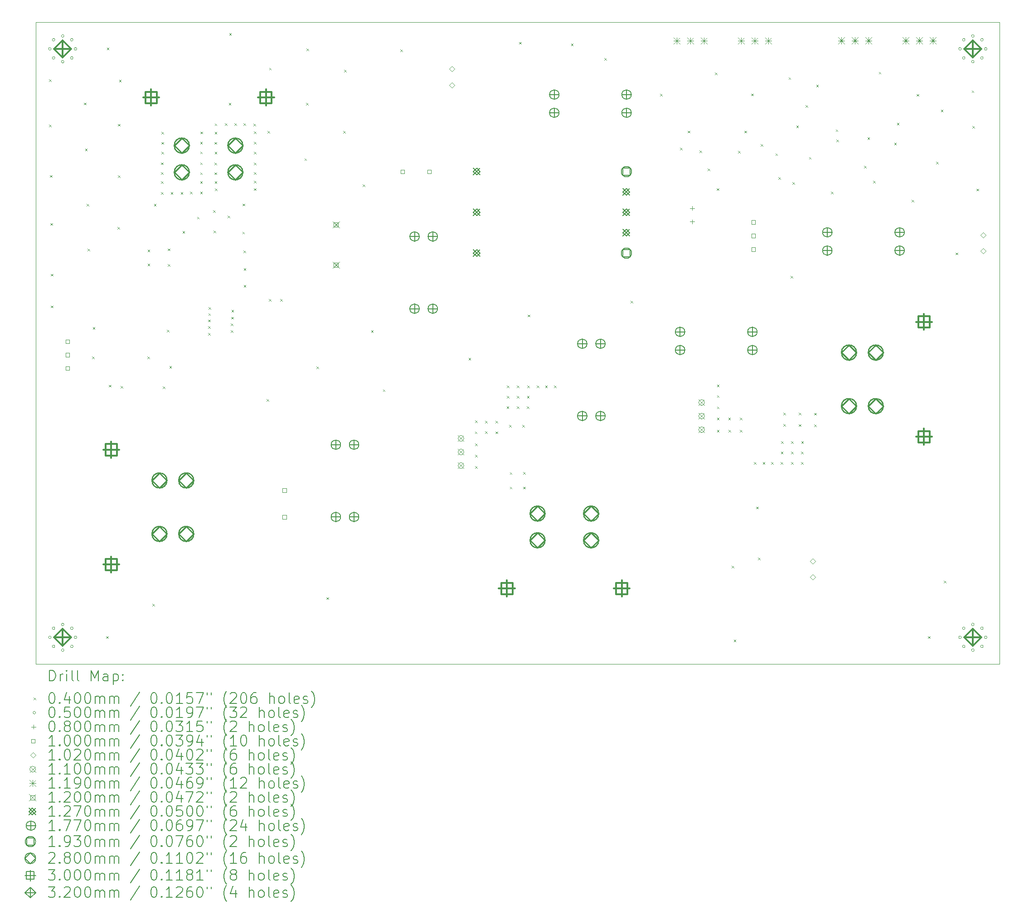
<source format=gbr>
%FSLAX45Y45*%
G04 Gerber Fmt 4.5, Leading zero omitted, Abs format (unit mm)*
G04 Created by KiCad (PCBNEW (6.0.6)) date 2023-04-23 19:50:39*
%MOMM*%
%LPD*%
G01*
G04 APERTURE LIST*
%TA.AperFunction,Profile*%
%ADD10C,0.100000*%
%TD*%
%ADD11C,0.200000*%
%ADD12C,0.040000*%
%ADD13C,0.050000*%
%ADD14C,0.080000*%
%ADD15C,0.100000*%
%ADD16C,0.102000*%
%ADD17C,0.110000*%
%ADD18C,0.119000*%
%ADD19C,0.120000*%
%ADD20C,0.127000*%
%ADD21C,0.177000*%
%ADD22C,0.193040*%
%ADD23C,0.280000*%
%ADD24C,0.300000*%
%ADD25C,0.320000*%
G04 APERTURE END LIST*
D10*
X4000000Y-14500000D02*
X4000000Y-2500000D01*
X4000000Y-14500000D02*
X22000000Y-14500000D01*
X4000000Y-2500000D02*
X22000000Y-2500000D01*
X22000000Y-14500000D02*
X22000000Y-2500000D01*
D11*
D12*
X4242500Y-3572500D02*
X4282500Y-3612500D01*
X4282500Y-3572500D02*
X4242500Y-3612500D01*
X4247500Y-4417500D02*
X4287500Y-4457500D01*
X4287500Y-4417500D02*
X4247500Y-4457500D01*
X4260000Y-5360000D02*
X4300000Y-5400000D01*
X4300000Y-5360000D02*
X4260000Y-5400000D01*
X4267500Y-6257500D02*
X4307500Y-6297500D01*
X4307500Y-6257500D02*
X4267500Y-6297500D01*
X4277500Y-7207500D02*
X4317500Y-7247500D01*
X4317500Y-7207500D02*
X4277500Y-7247500D01*
X4277500Y-7800000D02*
X4317500Y-7840000D01*
X4317500Y-7800000D02*
X4277500Y-7840000D01*
X4897500Y-4005000D02*
X4937500Y-4045000D01*
X4937500Y-4005000D02*
X4897500Y-4045000D01*
X4917500Y-4862500D02*
X4957500Y-4902500D01*
X4957500Y-4862500D02*
X4917500Y-4902500D01*
X4945000Y-5900000D02*
X4985000Y-5940000D01*
X4985000Y-5900000D02*
X4945000Y-5940000D01*
X4962500Y-6737500D02*
X5002500Y-6777500D01*
X5002500Y-6737500D02*
X4962500Y-6777500D01*
X5050000Y-8750000D02*
X5090000Y-8790000D01*
X5090000Y-8750000D02*
X5050000Y-8790000D01*
X5062500Y-8200000D02*
X5102500Y-8240000D01*
X5102500Y-8200000D02*
X5062500Y-8240000D01*
X5310000Y-13980000D02*
X5350000Y-14020000D01*
X5350000Y-13980000D02*
X5310000Y-14020000D01*
X5325000Y-2980000D02*
X5365000Y-3020000D01*
X5365000Y-2980000D02*
X5325000Y-3020000D01*
X5360000Y-9280000D02*
X5400000Y-9320000D01*
X5400000Y-9280000D02*
X5360000Y-9320000D01*
X5522500Y-6332500D02*
X5562500Y-6372500D01*
X5562500Y-6332500D02*
X5522500Y-6372500D01*
X5530000Y-4405000D02*
X5570000Y-4445000D01*
X5570000Y-4405000D02*
X5530000Y-4445000D01*
X5530000Y-5367500D02*
X5570000Y-5407500D01*
X5570000Y-5367500D02*
X5530000Y-5407500D01*
X5552500Y-3577500D02*
X5592500Y-3617500D01*
X5592500Y-3577500D02*
X5552500Y-3617500D01*
X5580000Y-9300000D02*
X5620000Y-9340000D01*
X5620000Y-9300000D02*
X5580000Y-9340000D01*
X6085000Y-8752500D02*
X6125000Y-8792500D01*
X6125000Y-8752500D02*
X6085000Y-8792500D01*
X6087500Y-6752500D02*
X6127500Y-6792500D01*
X6127500Y-6752500D02*
X6087500Y-6792500D01*
X6087500Y-7017500D02*
X6127500Y-7057500D01*
X6127500Y-7017500D02*
X6087500Y-7057500D01*
X6172500Y-13372500D02*
X6212500Y-13412500D01*
X6212500Y-13372500D02*
X6172500Y-13412500D01*
X6205000Y-5900000D02*
X6245000Y-5940000D01*
X6245000Y-5900000D02*
X6205000Y-5940000D01*
X6337500Y-5122500D02*
X6377500Y-5162500D01*
X6377500Y-5122500D02*
X6337500Y-5162500D01*
X6337500Y-5305000D02*
X6377500Y-5345000D01*
X6377500Y-5305000D02*
X6337500Y-5345000D01*
X6337500Y-5477500D02*
X6377500Y-5517500D01*
X6377500Y-5477500D02*
X6337500Y-5517500D01*
X6337500Y-5677500D02*
X6377500Y-5717500D01*
X6377500Y-5677500D02*
X6337500Y-5717500D01*
X6342500Y-4555000D02*
X6382500Y-4595000D01*
X6382500Y-4555000D02*
X6342500Y-4595000D01*
X6342500Y-4742500D02*
X6382500Y-4782500D01*
X6382500Y-4742500D02*
X6342500Y-4782500D01*
X6342500Y-4922500D02*
X6382500Y-4962500D01*
X6382500Y-4922500D02*
X6342500Y-4962500D01*
X6370000Y-9307500D02*
X6410000Y-9347500D01*
X6410000Y-9307500D02*
X6370000Y-9347500D01*
X6445000Y-8250000D02*
X6485000Y-8290000D01*
X6485000Y-8250000D02*
X6445000Y-8290000D01*
X6465000Y-6732500D02*
X6505000Y-6772500D01*
X6505000Y-6732500D02*
X6465000Y-6772500D01*
X6465000Y-7025000D02*
X6505000Y-7065000D01*
X6505000Y-7025000D02*
X6465000Y-7065000D01*
X6492500Y-8927500D02*
X6532500Y-8967500D01*
X6532500Y-8927500D02*
X6492500Y-8967500D01*
X6517500Y-5680000D02*
X6557500Y-5720000D01*
X6557500Y-5680000D02*
X6517500Y-5720000D01*
X6705000Y-5677500D02*
X6745000Y-5717500D01*
X6745000Y-5677500D02*
X6705000Y-5717500D01*
X6737500Y-6405000D02*
X6777500Y-6445000D01*
X6777500Y-6405000D02*
X6737500Y-6445000D01*
X6877500Y-5672500D02*
X6917500Y-5712500D01*
X6917500Y-5672500D02*
X6877500Y-5712500D01*
X7010000Y-6140000D02*
X7050000Y-6180000D01*
X7050000Y-6140000D02*
X7010000Y-6180000D01*
X7067500Y-4737500D02*
X7107500Y-4777500D01*
X7107500Y-4737500D02*
X7067500Y-4777500D01*
X7067500Y-4920000D02*
X7107500Y-4960000D01*
X7107500Y-4920000D02*
X7067500Y-4960000D01*
X7067500Y-5122500D02*
X7107500Y-5162500D01*
X7107500Y-5122500D02*
X7067500Y-5162500D01*
X7067500Y-5310000D02*
X7107500Y-5350000D01*
X7107500Y-5310000D02*
X7067500Y-5350000D01*
X7067500Y-5477500D02*
X7107500Y-5517500D01*
X7107500Y-5477500D02*
X7067500Y-5517500D01*
X7067500Y-5667500D02*
X7107500Y-5707500D01*
X7107500Y-5667500D02*
X7067500Y-5707500D01*
X7072500Y-4547500D02*
X7112500Y-4587500D01*
X7112500Y-4547500D02*
X7072500Y-4587500D01*
X7215000Y-8182500D02*
X7255000Y-8222500D01*
X7255000Y-8182500D02*
X7215000Y-8222500D01*
X7215000Y-8310000D02*
X7255000Y-8350000D01*
X7255000Y-8310000D02*
X7215000Y-8350000D01*
X7217500Y-8062500D02*
X7257500Y-8102500D01*
X7257500Y-8062500D02*
X7217500Y-8102500D01*
X7220000Y-7942500D02*
X7260000Y-7982500D01*
X7260000Y-7942500D02*
X7220000Y-7982500D01*
X7222500Y-7827500D02*
X7262500Y-7867500D01*
X7262500Y-7827500D02*
X7222500Y-7867500D01*
X7310000Y-6017500D02*
X7350000Y-6057500D01*
X7350000Y-6017500D02*
X7310000Y-6057500D01*
X7317500Y-6400000D02*
X7357500Y-6440000D01*
X7357500Y-6400000D02*
X7317500Y-6440000D01*
X7337500Y-4742500D02*
X7377500Y-4782500D01*
X7377500Y-4742500D02*
X7337500Y-4782500D01*
X7337500Y-5130000D02*
X7377500Y-5170000D01*
X7377500Y-5130000D02*
X7337500Y-5170000D01*
X7337500Y-5310000D02*
X7377500Y-5350000D01*
X7377500Y-5310000D02*
X7337500Y-5350000D01*
X7340000Y-4395000D02*
X7380000Y-4435000D01*
X7380000Y-4395000D02*
X7340000Y-4435000D01*
X7340000Y-4552500D02*
X7380000Y-4592500D01*
X7380000Y-4552500D02*
X7340000Y-4592500D01*
X7340000Y-4922500D02*
X7380000Y-4962500D01*
X7380000Y-4922500D02*
X7340000Y-4962500D01*
X7340000Y-5472500D02*
X7380000Y-5512500D01*
X7380000Y-5472500D02*
X7340000Y-5512500D01*
X7342500Y-5607500D02*
X7382500Y-5647500D01*
X7382500Y-5607500D02*
X7342500Y-5647500D01*
X7532500Y-4390000D02*
X7572500Y-4430000D01*
X7572500Y-4390000D02*
X7532500Y-4430000D01*
X7582500Y-6120000D02*
X7622500Y-6160000D01*
X7622500Y-6120000D02*
X7582500Y-6160000D01*
X7602500Y-4007500D02*
X7642500Y-4047500D01*
X7642500Y-4007500D02*
X7602500Y-4047500D01*
X7610000Y-2705000D02*
X7650000Y-2745000D01*
X7650000Y-2705000D02*
X7610000Y-2745000D01*
X7642500Y-8135000D02*
X7682500Y-8175000D01*
X7682500Y-8135000D02*
X7642500Y-8175000D01*
X7642500Y-8260000D02*
X7682500Y-8300000D01*
X7682500Y-8260000D02*
X7642500Y-8300000D01*
X7647500Y-8010000D02*
X7687500Y-8050000D01*
X7687500Y-8010000D02*
X7647500Y-8050000D01*
X7652500Y-7877500D02*
X7692500Y-7917500D01*
X7692500Y-7877500D02*
X7652500Y-7917500D01*
X7705000Y-4390000D02*
X7745000Y-4430000D01*
X7745000Y-4390000D02*
X7705000Y-4430000D01*
X7855000Y-6420000D02*
X7895000Y-6460000D01*
X7895000Y-6420000D02*
X7855000Y-6460000D01*
X7862500Y-5895000D02*
X7902500Y-5935000D01*
X7902500Y-5895000D02*
X7862500Y-5935000D01*
X7875000Y-6772500D02*
X7915000Y-6812500D01*
X7915000Y-6772500D02*
X7875000Y-6812500D01*
X7880000Y-4392500D02*
X7920000Y-4432500D01*
X7920000Y-4392500D02*
X7880000Y-4432500D01*
X7882500Y-7102500D02*
X7922500Y-7142500D01*
X7922500Y-7102500D02*
X7882500Y-7142500D01*
X7882500Y-7415000D02*
X7922500Y-7455000D01*
X7922500Y-7415000D02*
X7882500Y-7455000D01*
X8065000Y-4397500D02*
X8105000Y-4437500D01*
X8105000Y-4397500D02*
X8065000Y-4437500D01*
X8070000Y-4542500D02*
X8110000Y-4582500D01*
X8110000Y-4542500D02*
X8070000Y-4582500D01*
X8070000Y-4737500D02*
X8110000Y-4777500D01*
X8110000Y-4737500D02*
X8070000Y-4777500D01*
X8070000Y-4922500D02*
X8110000Y-4962500D01*
X8110000Y-4922500D02*
X8070000Y-4962500D01*
X8070000Y-5130000D02*
X8110000Y-5170000D01*
X8110000Y-5130000D02*
X8070000Y-5170000D01*
X8070000Y-5307500D02*
X8110000Y-5347500D01*
X8110000Y-5307500D02*
X8070000Y-5347500D01*
X8070000Y-5465000D02*
X8110000Y-5505000D01*
X8110000Y-5465000D02*
X8070000Y-5505000D01*
X8070000Y-5605000D02*
X8110000Y-5645000D01*
X8110000Y-5605000D02*
X8070000Y-5645000D01*
X8307500Y-9550000D02*
X8347500Y-9590000D01*
X8347500Y-9550000D02*
X8307500Y-9590000D01*
X8327500Y-4537500D02*
X8367500Y-4577500D01*
X8367500Y-4537500D02*
X8327500Y-4577500D01*
X8350000Y-7677500D02*
X8390000Y-7717500D01*
X8390000Y-7677500D02*
X8350000Y-7717500D01*
X8355000Y-3355000D02*
X8395000Y-3395000D01*
X8395000Y-3355000D02*
X8355000Y-3395000D01*
X8565000Y-7677500D02*
X8605000Y-7717500D01*
X8605000Y-7677500D02*
X8565000Y-7717500D01*
X9015000Y-5047500D02*
X9055000Y-5087500D01*
X9055000Y-5047500D02*
X9015000Y-5087500D01*
X9045000Y-4007500D02*
X9085000Y-4047500D01*
X9085000Y-4007500D02*
X9045000Y-4047500D01*
X9052500Y-2992500D02*
X9092500Y-3032500D01*
X9092500Y-2992500D02*
X9052500Y-3032500D01*
X9237500Y-8937500D02*
X9277500Y-8977500D01*
X9277500Y-8937500D02*
X9237500Y-8977500D01*
X9425000Y-13252500D02*
X9465000Y-13292500D01*
X9465000Y-13252500D02*
X9425000Y-13292500D01*
X9737500Y-4532500D02*
X9777500Y-4572500D01*
X9777500Y-4532500D02*
X9737500Y-4572500D01*
X9757500Y-3390000D02*
X9797500Y-3430000D01*
X9797500Y-3390000D02*
X9757500Y-3430000D01*
X10102500Y-5535000D02*
X10142500Y-5575000D01*
X10142500Y-5535000D02*
X10102500Y-5575000D01*
X10260000Y-8262500D02*
X10300000Y-8302500D01*
X10300000Y-8262500D02*
X10260000Y-8302500D01*
X10480000Y-9365000D02*
X10520000Y-9405000D01*
X10520000Y-9365000D02*
X10480000Y-9405000D01*
X10805000Y-3010000D02*
X10845000Y-3050000D01*
X10845000Y-3010000D02*
X10805000Y-3050000D01*
X12080000Y-8777500D02*
X12120000Y-8817500D01*
X12120000Y-8777500D02*
X12080000Y-8817500D01*
X12200000Y-10152500D02*
X12240000Y-10192500D01*
X12240000Y-10152500D02*
X12200000Y-10192500D01*
X12202500Y-9947500D02*
X12242500Y-9987500D01*
X12242500Y-9947500D02*
X12202500Y-9987500D01*
X12202500Y-10380000D02*
X12242500Y-10420000D01*
X12242500Y-10380000D02*
X12202500Y-10420000D01*
X12202500Y-10587500D02*
X12242500Y-10627500D01*
X12242500Y-10587500D02*
X12202500Y-10627500D01*
X12205000Y-10802500D02*
X12245000Y-10842500D01*
X12245000Y-10802500D02*
X12205000Y-10842500D01*
X12392500Y-9952500D02*
X12432500Y-9992500D01*
X12432500Y-9952500D02*
X12392500Y-9992500D01*
X12392500Y-10150000D02*
X12432500Y-10190000D01*
X12432500Y-10150000D02*
X12392500Y-10190000D01*
X12582500Y-9952500D02*
X12622500Y-9992500D01*
X12622500Y-9952500D02*
X12582500Y-9992500D01*
X12582500Y-10152500D02*
X12622500Y-10192500D01*
X12622500Y-10152500D02*
X12582500Y-10192500D01*
X12792500Y-9685000D02*
X12832500Y-9725000D01*
X12832500Y-9685000D02*
X12792500Y-9725000D01*
X12795000Y-9487500D02*
X12835000Y-9527500D01*
X12835000Y-9487500D02*
X12795000Y-9527500D01*
X12797500Y-9292500D02*
X12837500Y-9332500D01*
X12837500Y-9292500D02*
X12797500Y-9332500D01*
X12840000Y-10032500D02*
X12880000Y-10072500D01*
X12880000Y-10032500D02*
X12840000Y-10072500D01*
X12852500Y-10915000D02*
X12892500Y-10955000D01*
X12892500Y-10915000D02*
X12852500Y-10955000D01*
X12852500Y-11185000D02*
X12892500Y-11225000D01*
X12892500Y-11185000D02*
X12852500Y-11225000D01*
X12980000Y-9685000D02*
X13020000Y-9725000D01*
X13020000Y-9685000D02*
X12980000Y-9725000D01*
X12982500Y-9487500D02*
X13022500Y-9527500D01*
X13022500Y-9487500D02*
X12982500Y-9527500D01*
X12985000Y-9292500D02*
X13025000Y-9332500D01*
X13025000Y-9292500D02*
X12985000Y-9332500D01*
X13025000Y-2872500D02*
X13065000Y-2912500D01*
X13065000Y-2872500D02*
X13025000Y-2912500D01*
X13085000Y-10032500D02*
X13125000Y-10072500D01*
X13125000Y-10032500D02*
X13085000Y-10072500D01*
X13100000Y-10912500D02*
X13140000Y-10952500D01*
X13140000Y-10912500D02*
X13100000Y-10952500D01*
X13102500Y-11185000D02*
X13142500Y-11225000D01*
X13142500Y-11185000D02*
X13102500Y-11225000D01*
X13170000Y-9685000D02*
X13210000Y-9725000D01*
X13210000Y-9685000D02*
X13170000Y-9725000D01*
X13172500Y-9487500D02*
X13212500Y-9527500D01*
X13212500Y-9487500D02*
X13172500Y-9527500D01*
X13175000Y-9292500D02*
X13215000Y-9332500D01*
X13215000Y-9292500D02*
X13175000Y-9332500D01*
X13187500Y-7967500D02*
X13227500Y-8007500D01*
X13227500Y-7967500D02*
X13187500Y-8007500D01*
X13352500Y-9292500D02*
X13392500Y-9332500D01*
X13392500Y-9292500D02*
X13352500Y-9332500D01*
X13512500Y-9292500D02*
X13552500Y-9332500D01*
X13552500Y-9292500D02*
X13512500Y-9332500D01*
X13677500Y-9292500D02*
X13717500Y-9332500D01*
X13717500Y-9292500D02*
X13677500Y-9332500D01*
X13995000Y-2900000D02*
X14035000Y-2940000D01*
X14035000Y-2900000D02*
X13995000Y-2940000D01*
X14615000Y-3172500D02*
X14655000Y-3212500D01*
X14655000Y-3172500D02*
X14615000Y-3212500D01*
X15110000Y-7710000D02*
X15150000Y-7750000D01*
X15150000Y-7710000D02*
X15110000Y-7750000D01*
X15657500Y-3842500D02*
X15697500Y-3882500D01*
X15697500Y-3842500D02*
X15657500Y-3882500D01*
X16032500Y-4850000D02*
X16072500Y-4890000D01*
X16072500Y-4850000D02*
X16032500Y-4890000D01*
X16172500Y-4530000D02*
X16212500Y-4570000D01*
X16212500Y-4530000D02*
X16172500Y-4570000D01*
X16397500Y-4900000D02*
X16437500Y-4940000D01*
X16437500Y-4900000D02*
X16397500Y-4940000D01*
X16550000Y-5237500D02*
X16590000Y-5277500D01*
X16590000Y-5237500D02*
X16550000Y-5277500D01*
X16680000Y-3445000D02*
X16720000Y-3485000D01*
X16720000Y-3445000D02*
X16680000Y-3485000D01*
X16715000Y-5605000D02*
X16755000Y-5645000D01*
X16755000Y-5605000D02*
X16715000Y-5645000D01*
X16720000Y-9277500D02*
X16760000Y-9317500D01*
X16760000Y-9277500D02*
X16720000Y-9317500D01*
X16720000Y-9475000D02*
X16760000Y-9515000D01*
X16760000Y-9475000D02*
X16720000Y-9515000D01*
X16720000Y-9687500D02*
X16760000Y-9727500D01*
X16760000Y-9687500D02*
X16720000Y-9727500D01*
X16720000Y-9892500D02*
X16760000Y-9932500D01*
X16760000Y-9892500D02*
X16720000Y-9932500D01*
X16720000Y-10122500D02*
X16760000Y-10162500D01*
X16760000Y-10122500D02*
X16720000Y-10162500D01*
X16932500Y-9892500D02*
X16972500Y-9932500D01*
X16972500Y-9892500D02*
X16932500Y-9932500D01*
X16935000Y-10122500D02*
X16975000Y-10162500D01*
X16975000Y-10122500D02*
X16935000Y-10162500D01*
X16995000Y-12662500D02*
X17035000Y-12702500D01*
X17035000Y-12662500D02*
X16995000Y-12702500D01*
X17035000Y-14042500D02*
X17075000Y-14082500D01*
X17075000Y-14042500D02*
X17035000Y-14082500D01*
X17112500Y-4910000D02*
X17152500Y-4950000D01*
X17152500Y-4910000D02*
X17112500Y-4950000D01*
X17147500Y-9892500D02*
X17187500Y-9932500D01*
X17187500Y-9892500D02*
X17147500Y-9932500D01*
X17147500Y-10122500D02*
X17187500Y-10162500D01*
X17187500Y-10122500D02*
X17147500Y-10162500D01*
X17230000Y-4530000D02*
X17270000Y-4570000D01*
X17270000Y-4530000D02*
X17230000Y-4570000D01*
X17362500Y-3837500D02*
X17402500Y-3877500D01*
X17402500Y-3837500D02*
X17362500Y-3877500D01*
X17410000Y-10725000D02*
X17450000Y-10765000D01*
X17450000Y-10725000D02*
X17410000Y-10765000D01*
X17450000Y-11557500D02*
X17490000Y-11597500D01*
X17490000Y-11557500D02*
X17450000Y-11597500D01*
X17487500Y-12510000D02*
X17527500Y-12550000D01*
X17527500Y-12510000D02*
X17487500Y-12550000D01*
X17535000Y-4780000D02*
X17575000Y-4820000D01*
X17575000Y-4780000D02*
X17535000Y-4820000D01*
X17575000Y-10725000D02*
X17615000Y-10765000D01*
X17615000Y-10725000D02*
X17575000Y-10765000D01*
X17735000Y-10725000D02*
X17775000Y-10765000D01*
X17775000Y-10725000D02*
X17735000Y-10765000D01*
X17812500Y-4955000D02*
X17852500Y-4995000D01*
X17852500Y-4955000D02*
X17812500Y-4995000D01*
X17870000Y-5397500D02*
X17910000Y-5437500D01*
X17910000Y-5397500D02*
X17870000Y-5437500D01*
X17912500Y-10725000D02*
X17952500Y-10765000D01*
X17952500Y-10725000D02*
X17912500Y-10765000D01*
X17915000Y-10530000D02*
X17955000Y-10570000D01*
X17955000Y-10530000D02*
X17915000Y-10570000D01*
X17917500Y-10332500D02*
X17957500Y-10372500D01*
X17957500Y-10332500D02*
X17917500Y-10372500D01*
X17960000Y-10010000D02*
X18000000Y-10050000D01*
X18000000Y-10010000D02*
X17960000Y-10050000D01*
X17962500Y-9802500D02*
X18002500Y-9842500D01*
X18002500Y-9802500D02*
X17962500Y-9842500D01*
X18057500Y-3532500D02*
X18097500Y-3572500D01*
X18097500Y-3532500D02*
X18057500Y-3572500D01*
X18095000Y-7242500D02*
X18135000Y-7282500D01*
X18135000Y-7242500D02*
X18095000Y-7282500D01*
X18102500Y-10725000D02*
X18142500Y-10765000D01*
X18142500Y-10725000D02*
X18102500Y-10765000D01*
X18105000Y-10530000D02*
X18145000Y-10570000D01*
X18145000Y-10530000D02*
X18105000Y-10570000D01*
X18107500Y-10332500D02*
X18147500Y-10372500D01*
X18147500Y-10332500D02*
X18107500Y-10372500D01*
X18127500Y-5492500D02*
X18167500Y-5532500D01*
X18167500Y-5492500D02*
X18127500Y-5532500D01*
X18202500Y-4435000D02*
X18242500Y-4475000D01*
X18242500Y-4435000D02*
X18202500Y-4475000D01*
X18247500Y-9802500D02*
X18287500Y-9842500D01*
X18287500Y-9802500D02*
X18247500Y-9842500D01*
X18247500Y-10017500D02*
X18287500Y-10057500D01*
X18287500Y-10017500D02*
X18247500Y-10057500D01*
X18290000Y-10725000D02*
X18330000Y-10765000D01*
X18330000Y-10725000D02*
X18290000Y-10765000D01*
X18292500Y-10530000D02*
X18332500Y-10570000D01*
X18332500Y-10530000D02*
X18292500Y-10570000D01*
X18295000Y-10332500D02*
X18335000Y-10372500D01*
X18335000Y-10332500D02*
X18295000Y-10372500D01*
X18377500Y-4050000D02*
X18417500Y-4090000D01*
X18417500Y-4050000D02*
X18377500Y-4090000D01*
X18440000Y-5022500D02*
X18480000Y-5062500D01*
X18480000Y-5022500D02*
X18440000Y-5062500D01*
X18537500Y-9805000D02*
X18577500Y-9845000D01*
X18577500Y-9805000D02*
X18537500Y-9845000D01*
X18537500Y-10020000D02*
X18577500Y-10060000D01*
X18577500Y-10020000D02*
X18537500Y-10060000D01*
X18575000Y-3672500D02*
X18615000Y-3712500D01*
X18615000Y-3672500D02*
X18575000Y-3712500D01*
X18850000Y-5667500D02*
X18890000Y-5707500D01*
X18890000Y-5667500D02*
X18850000Y-5707500D01*
X18940000Y-4505000D02*
X18980000Y-4545000D01*
X18980000Y-4505000D02*
X18940000Y-4545000D01*
X18952500Y-4695000D02*
X18992500Y-4735000D01*
X18992500Y-4695000D02*
X18952500Y-4735000D01*
X19467500Y-5187500D02*
X19507500Y-5227500D01*
X19507500Y-5187500D02*
X19467500Y-5227500D01*
X19532500Y-4655000D02*
X19572500Y-4695000D01*
X19572500Y-4655000D02*
X19532500Y-4695000D01*
X19637500Y-5467500D02*
X19677500Y-5507500D01*
X19677500Y-5467500D02*
X19637500Y-5507500D01*
X19742500Y-3430000D02*
X19782500Y-3470000D01*
X19782500Y-3430000D02*
X19742500Y-3470000D01*
X20030000Y-4755000D02*
X20070000Y-4795000D01*
X20070000Y-4755000D02*
X20030000Y-4795000D01*
X20082500Y-4385000D02*
X20122500Y-4425000D01*
X20122500Y-4385000D02*
X20082500Y-4425000D01*
X20357500Y-5820000D02*
X20397500Y-5860000D01*
X20397500Y-5820000D02*
X20357500Y-5860000D01*
X20452500Y-3845000D02*
X20492500Y-3885000D01*
X20492500Y-3845000D02*
X20452500Y-3885000D01*
X20660000Y-13980000D02*
X20700000Y-14020000D01*
X20700000Y-13980000D02*
X20660000Y-14020000D01*
X20815000Y-5110000D02*
X20855000Y-5150000D01*
X20855000Y-5110000D02*
X20815000Y-5150000D01*
X20902500Y-4135000D02*
X20942500Y-4175000D01*
X20942500Y-4135000D02*
X20902500Y-4175000D01*
X20957500Y-12942500D02*
X20997500Y-12982500D01*
X20997500Y-12942500D02*
X20957500Y-12982500D01*
X21180000Y-6807500D02*
X21220000Y-6847500D01*
X21220000Y-6807500D02*
X21180000Y-6847500D01*
X21480000Y-3776250D02*
X21520000Y-3816250D01*
X21520000Y-3776250D02*
X21480000Y-3816250D01*
X21490000Y-4445000D02*
X21530000Y-4485000D01*
X21530000Y-4445000D02*
X21490000Y-4485000D01*
X21567500Y-5615000D02*
X21607500Y-5655000D01*
X21607500Y-5615000D02*
X21567500Y-5655000D01*
D13*
X4285000Y-3000000D02*
G75*
G03*
X4285000Y-3000000I-25000J0D01*
G01*
X4285000Y-14000000D02*
G75*
G03*
X4285000Y-14000000I-25000J0D01*
G01*
X4355294Y-2830294D02*
G75*
G03*
X4355294Y-2830294I-25000J0D01*
G01*
X4355294Y-3169706D02*
G75*
G03*
X4355294Y-3169706I-25000J0D01*
G01*
X4355294Y-13830294D02*
G75*
G03*
X4355294Y-13830294I-25000J0D01*
G01*
X4355294Y-14169706D02*
G75*
G03*
X4355294Y-14169706I-25000J0D01*
G01*
X4525000Y-2760000D02*
G75*
G03*
X4525000Y-2760000I-25000J0D01*
G01*
X4525000Y-3240000D02*
G75*
G03*
X4525000Y-3240000I-25000J0D01*
G01*
X4525000Y-13760000D02*
G75*
G03*
X4525000Y-13760000I-25000J0D01*
G01*
X4525000Y-14240000D02*
G75*
G03*
X4525000Y-14240000I-25000J0D01*
G01*
X4694706Y-2830294D02*
G75*
G03*
X4694706Y-2830294I-25000J0D01*
G01*
X4694706Y-3169706D02*
G75*
G03*
X4694706Y-3169706I-25000J0D01*
G01*
X4694706Y-13830294D02*
G75*
G03*
X4694706Y-13830294I-25000J0D01*
G01*
X4694706Y-14169706D02*
G75*
G03*
X4694706Y-14169706I-25000J0D01*
G01*
X4765000Y-3000000D02*
G75*
G03*
X4765000Y-3000000I-25000J0D01*
G01*
X4765000Y-14000000D02*
G75*
G03*
X4765000Y-14000000I-25000J0D01*
G01*
X21285000Y-3000000D02*
G75*
G03*
X21285000Y-3000000I-25000J0D01*
G01*
X21285000Y-14000000D02*
G75*
G03*
X21285000Y-14000000I-25000J0D01*
G01*
X21355294Y-2830294D02*
G75*
G03*
X21355294Y-2830294I-25000J0D01*
G01*
X21355294Y-3169706D02*
G75*
G03*
X21355294Y-3169706I-25000J0D01*
G01*
X21355294Y-13830294D02*
G75*
G03*
X21355294Y-13830294I-25000J0D01*
G01*
X21355294Y-14169706D02*
G75*
G03*
X21355294Y-14169706I-25000J0D01*
G01*
X21525000Y-2760000D02*
G75*
G03*
X21525000Y-2760000I-25000J0D01*
G01*
X21525000Y-3240000D02*
G75*
G03*
X21525000Y-3240000I-25000J0D01*
G01*
X21525000Y-13760000D02*
G75*
G03*
X21525000Y-13760000I-25000J0D01*
G01*
X21525000Y-14240000D02*
G75*
G03*
X21525000Y-14240000I-25000J0D01*
G01*
X21694706Y-2830294D02*
G75*
G03*
X21694706Y-2830294I-25000J0D01*
G01*
X21694706Y-3169706D02*
G75*
G03*
X21694706Y-3169706I-25000J0D01*
G01*
X21694706Y-13830294D02*
G75*
G03*
X21694706Y-13830294I-25000J0D01*
G01*
X21694706Y-14169706D02*
G75*
G03*
X21694706Y-14169706I-25000J0D01*
G01*
X21765000Y-3000000D02*
G75*
G03*
X21765000Y-3000000I-25000J0D01*
G01*
X21765000Y-14000000D02*
G75*
G03*
X21765000Y-14000000I-25000J0D01*
G01*
D14*
X16257500Y-5939262D02*
X16257500Y-6019262D01*
X16217500Y-5979262D02*
X16297500Y-5979262D01*
X16257500Y-6189262D02*
X16257500Y-6269262D01*
X16217500Y-6229262D02*
X16297500Y-6229262D01*
D15*
X4627856Y-8505356D02*
X4627856Y-8434644D01*
X4557144Y-8434644D01*
X4557144Y-8505356D01*
X4627856Y-8505356D01*
X4627856Y-8755356D02*
X4627856Y-8684644D01*
X4557144Y-8684644D01*
X4557144Y-8755356D01*
X4627856Y-8755356D01*
X4627856Y-9005356D02*
X4627856Y-8934644D01*
X4557144Y-8934644D01*
X4557144Y-9005356D01*
X4627856Y-9005356D01*
X8677856Y-11287856D02*
X8677856Y-11217144D01*
X8607144Y-11217144D01*
X8607144Y-11287856D01*
X8677856Y-11287856D01*
X8677856Y-11787856D02*
X8677856Y-11717144D01*
X8607144Y-11717144D01*
X8607144Y-11787856D01*
X8677856Y-11787856D01*
X10882856Y-5332856D02*
X10882856Y-5262144D01*
X10812144Y-5262144D01*
X10812144Y-5332856D01*
X10882856Y-5332856D01*
X11382856Y-5332856D02*
X11382856Y-5262144D01*
X11312144Y-5262144D01*
X11312144Y-5332856D01*
X11382856Y-5332856D01*
X17435356Y-6276356D02*
X17435356Y-6205644D01*
X17364644Y-6205644D01*
X17364644Y-6276356D01*
X17435356Y-6276356D01*
X17435356Y-6530356D02*
X17435356Y-6459644D01*
X17364644Y-6459644D01*
X17364644Y-6530356D01*
X17435356Y-6530356D01*
X17435356Y-6784356D02*
X17435356Y-6713644D01*
X17364644Y-6713644D01*
X17364644Y-6784356D01*
X17435356Y-6784356D01*
D16*
X11767500Y-3426000D02*
X11818500Y-3375000D01*
X11767500Y-3324000D01*
X11716500Y-3375000D01*
X11767500Y-3426000D01*
X11767500Y-3726000D02*
X11818500Y-3675000D01*
X11767500Y-3624000D01*
X11716500Y-3675000D01*
X11767500Y-3726000D01*
X18513500Y-12626000D02*
X18564500Y-12575000D01*
X18513500Y-12524000D01*
X18462500Y-12575000D01*
X18513500Y-12626000D01*
X18513500Y-12926000D02*
X18564500Y-12875000D01*
X18513500Y-12824000D01*
X18462500Y-12875000D01*
X18513500Y-12926000D01*
X21696500Y-6531000D02*
X21747500Y-6480000D01*
X21696500Y-6429000D01*
X21645500Y-6480000D01*
X21696500Y-6531000D01*
X21696500Y-6831000D02*
X21747500Y-6780000D01*
X21696500Y-6729000D01*
X21645500Y-6780000D01*
X21696500Y-6831000D01*
D17*
X11885000Y-10227000D02*
X11995000Y-10337000D01*
X11995000Y-10227000D02*
X11885000Y-10337000D01*
X11995000Y-10282000D02*
G75*
G03*
X11995000Y-10282000I-55000J0D01*
G01*
X11885000Y-10481000D02*
X11995000Y-10591000D01*
X11995000Y-10481000D02*
X11885000Y-10591000D01*
X11995000Y-10536000D02*
G75*
G03*
X11995000Y-10536000I-55000J0D01*
G01*
X11885000Y-10735000D02*
X11995000Y-10845000D01*
X11995000Y-10735000D02*
X11885000Y-10845000D01*
X11995000Y-10790000D02*
G75*
G03*
X11995000Y-10790000I-55000J0D01*
G01*
X16379500Y-9556000D02*
X16489500Y-9666000D01*
X16489500Y-9556000D02*
X16379500Y-9666000D01*
X16489500Y-9611000D02*
G75*
G03*
X16489500Y-9611000I-55000J0D01*
G01*
X16379500Y-9810000D02*
X16489500Y-9920000D01*
X16489500Y-9810000D02*
X16379500Y-9920000D01*
X16489500Y-9865000D02*
G75*
G03*
X16489500Y-9865000I-55000J0D01*
G01*
X16379500Y-10064000D02*
X16489500Y-10174000D01*
X16489500Y-10064000D02*
X16379500Y-10174000D01*
X16489500Y-10119000D02*
G75*
G03*
X16489500Y-10119000I-55000J0D01*
G01*
D18*
X15911500Y-2792500D02*
X16030500Y-2911500D01*
X16030500Y-2792500D02*
X15911500Y-2911500D01*
X15971000Y-2792500D02*
X15971000Y-2911500D01*
X15911500Y-2852000D02*
X16030500Y-2852000D01*
X16165500Y-2792500D02*
X16284500Y-2911500D01*
X16284500Y-2792500D02*
X16165500Y-2911500D01*
X16225000Y-2792500D02*
X16225000Y-2911500D01*
X16165500Y-2852000D02*
X16284500Y-2852000D01*
X16419500Y-2792500D02*
X16538500Y-2911500D01*
X16538500Y-2792500D02*
X16419500Y-2911500D01*
X16479000Y-2792500D02*
X16479000Y-2911500D01*
X16419500Y-2852000D02*
X16538500Y-2852000D01*
X17111500Y-2792500D02*
X17230500Y-2911500D01*
X17230500Y-2792500D02*
X17111500Y-2911500D01*
X17171000Y-2792500D02*
X17171000Y-2911500D01*
X17111500Y-2852000D02*
X17230500Y-2852000D01*
X17365500Y-2792500D02*
X17484500Y-2911500D01*
X17484500Y-2792500D02*
X17365500Y-2911500D01*
X17425000Y-2792500D02*
X17425000Y-2911500D01*
X17365500Y-2852000D02*
X17484500Y-2852000D01*
X17619500Y-2792500D02*
X17738500Y-2911500D01*
X17738500Y-2792500D02*
X17619500Y-2911500D01*
X17679000Y-2792500D02*
X17679000Y-2911500D01*
X17619500Y-2852000D02*
X17738500Y-2852000D01*
X18985500Y-2785500D02*
X19104500Y-2904500D01*
X19104500Y-2785500D02*
X18985500Y-2904500D01*
X19045000Y-2785500D02*
X19045000Y-2904500D01*
X18985500Y-2845000D02*
X19104500Y-2845000D01*
X19239500Y-2785500D02*
X19358500Y-2904500D01*
X19358500Y-2785500D02*
X19239500Y-2904500D01*
X19299000Y-2785500D02*
X19299000Y-2904500D01*
X19239500Y-2845000D02*
X19358500Y-2845000D01*
X19493500Y-2785500D02*
X19612500Y-2904500D01*
X19612500Y-2785500D02*
X19493500Y-2904500D01*
X19553000Y-2785500D02*
X19553000Y-2904500D01*
X19493500Y-2845000D02*
X19612500Y-2845000D01*
X20185500Y-2785500D02*
X20304500Y-2904500D01*
X20304500Y-2785500D02*
X20185500Y-2904500D01*
X20245000Y-2785500D02*
X20245000Y-2904500D01*
X20185500Y-2845000D02*
X20304500Y-2845000D01*
X20439500Y-2785500D02*
X20558500Y-2904500D01*
X20558500Y-2785500D02*
X20439500Y-2904500D01*
X20499000Y-2785500D02*
X20499000Y-2904500D01*
X20439500Y-2845000D02*
X20558500Y-2845000D01*
X20693500Y-2785500D02*
X20812500Y-2904500D01*
X20812500Y-2785500D02*
X20693500Y-2904500D01*
X20753000Y-2785500D02*
X20753000Y-2904500D01*
X20693500Y-2845000D02*
X20812500Y-2845000D01*
D19*
X9547000Y-6228275D02*
X9667000Y-6348275D01*
X9667000Y-6228275D02*
X9547000Y-6348275D01*
X9649427Y-6330702D02*
X9649427Y-6245849D01*
X9564573Y-6245849D01*
X9564573Y-6330702D01*
X9649427Y-6330702D01*
X9547000Y-6978275D02*
X9667000Y-7098275D01*
X9667000Y-6978275D02*
X9547000Y-7098275D01*
X9649427Y-7080702D02*
X9649427Y-6995849D01*
X9564573Y-6995849D01*
X9564573Y-7080702D01*
X9649427Y-7080702D01*
D20*
X12172821Y-5232000D02*
X12299821Y-5359000D01*
X12299821Y-5232000D02*
X12172821Y-5359000D01*
X12236321Y-5359000D02*
X12299821Y-5295500D01*
X12236321Y-5232000D01*
X12172821Y-5295500D01*
X12236321Y-5359000D01*
X12172821Y-5994000D02*
X12299821Y-6121000D01*
X12299821Y-5994000D02*
X12172821Y-6121000D01*
X12236321Y-6121000D02*
X12299821Y-6057500D01*
X12236321Y-5994000D01*
X12172821Y-6057500D01*
X12236321Y-6121000D01*
X12172821Y-6756000D02*
X12299821Y-6883000D01*
X12299821Y-6756000D02*
X12172821Y-6883000D01*
X12236321Y-6883000D02*
X12299821Y-6819500D01*
X12236321Y-6756000D01*
X12172821Y-6819500D01*
X12236321Y-6883000D01*
X14966821Y-5613000D02*
X15093821Y-5740000D01*
X15093821Y-5613000D02*
X14966821Y-5740000D01*
X15030321Y-5740000D02*
X15093821Y-5676500D01*
X15030321Y-5613000D01*
X14966821Y-5676500D01*
X15030321Y-5740000D01*
X14966821Y-5994000D02*
X15093821Y-6121000D01*
X15093821Y-5994000D02*
X14966821Y-6121000D01*
X15030321Y-6121000D02*
X15093821Y-6057500D01*
X15030321Y-5994000D01*
X14966821Y-6057500D01*
X15030321Y-6121000D01*
X14966821Y-6375000D02*
X15093821Y-6502000D01*
X15093821Y-6375000D02*
X14966821Y-6502000D01*
X15030321Y-6502000D02*
X15093821Y-6438500D01*
X15030321Y-6375000D01*
X14966821Y-6438500D01*
X15030321Y-6502000D01*
D21*
X9602500Y-10311500D02*
X9602500Y-10488500D01*
X9514000Y-10400000D02*
X9691000Y-10400000D01*
X9691000Y-10400000D02*
G75*
G03*
X9691000Y-10400000I-88500J0D01*
G01*
X9602500Y-11661500D02*
X9602500Y-11838500D01*
X9514000Y-11750000D02*
X9691000Y-11750000D01*
X9691000Y-11750000D02*
G75*
G03*
X9691000Y-11750000I-88500J0D01*
G01*
X9942500Y-10311500D02*
X9942500Y-10488500D01*
X9854000Y-10400000D02*
X10031000Y-10400000D01*
X10031000Y-10400000D02*
G75*
G03*
X10031000Y-10400000I-88500J0D01*
G01*
X9942500Y-11661500D02*
X9942500Y-11838500D01*
X9854000Y-11750000D02*
X10031000Y-11750000D01*
X10031000Y-11750000D02*
G75*
G03*
X10031000Y-11750000I-88500J0D01*
G01*
X11072500Y-6419000D02*
X11072500Y-6596000D01*
X10984000Y-6507500D02*
X11161000Y-6507500D01*
X11161000Y-6507500D02*
G75*
G03*
X11161000Y-6507500I-88500J0D01*
G01*
X11072500Y-7769000D02*
X11072500Y-7946000D01*
X10984000Y-7857500D02*
X11161000Y-7857500D01*
X11161000Y-7857500D02*
G75*
G03*
X11161000Y-7857500I-88500J0D01*
G01*
X11412500Y-6419000D02*
X11412500Y-6596000D01*
X11324000Y-6507500D02*
X11501000Y-6507500D01*
X11501000Y-6507500D02*
G75*
G03*
X11501000Y-6507500I-88500J0D01*
G01*
X11412500Y-7769000D02*
X11412500Y-7946000D01*
X11324000Y-7857500D02*
X11501000Y-7857500D01*
X11501000Y-7857500D02*
G75*
G03*
X11501000Y-7857500I-88500J0D01*
G01*
X13682500Y-3766500D02*
X13682500Y-3943500D01*
X13594000Y-3855000D02*
X13771000Y-3855000D01*
X13771000Y-3855000D02*
G75*
G03*
X13771000Y-3855000I-88500J0D01*
G01*
X13682500Y-4106500D02*
X13682500Y-4283500D01*
X13594000Y-4195000D02*
X13771000Y-4195000D01*
X13771000Y-4195000D02*
G75*
G03*
X13771000Y-4195000I-88500J0D01*
G01*
X14205000Y-8424000D02*
X14205000Y-8601000D01*
X14116500Y-8512500D02*
X14293500Y-8512500D01*
X14293500Y-8512500D02*
G75*
G03*
X14293500Y-8512500I-88500J0D01*
G01*
X14205000Y-9774000D02*
X14205000Y-9951000D01*
X14116500Y-9862500D02*
X14293500Y-9862500D01*
X14293500Y-9862500D02*
G75*
G03*
X14293500Y-9862500I-88500J0D01*
G01*
X14545000Y-8424000D02*
X14545000Y-8601000D01*
X14456500Y-8512500D02*
X14633500Y-8512500D01*
X14633500Y-8512500D02*
G75*
G03*
X14633500Y-8512500I-88500J0D01*
G01*
X14545000Y-9774000D02*
X14545000Y-9951000D01*
X14456500Y-9862500D02*
X14633500Y-9862500D01*
X14633500Y-9862500D02*
G75*
G03*
X14633500Y-9862500I-88500J0D01*
G01*
X15032500Y-3766500D02*
X15032500Y-3943500D01*
X14944000Y-3855000D02*
X15121000Y-3855000D01*
X15121000Y-3855000D02*
G75*
G03*
X15121000Y-3855000I-88500J0D01*
G01*
X15032500Y-4106500D02*
X15032500Y-4283500D01*
X14944000Y-4195000D02*
X15121000Y-4195000D01*
X15121000Y-4195000D02*
G75*
G03*
X15121000Y-4195000I-88500J0D01*
G01*
X16032500Y-8201500D02*
X16032500Y-8378500D01*
X15944000Y-8290000D02*
X16121000Y-8290000D01*
X16121000Y-8290000D02*
G75*
G03*
X16121000Y-8290000I-88500J0D01*
G01*
X16032500Y-8541500D02*
X16032500Y-8718500D01*
X15944000Y-8630000D02*
X16121000Y-8630000D01*
X16121000Y-8630000D02*
G75*
G03*
X16121000Y-8630000I-88500J0D01*
G01*
X17382500Y-8201500D02*
X17382500Y-8378500D01*
X17294000Y-8290000D02*
X17471000Y-8290000D01*
X17471000Y-8290000D02*
G75*
G03*
X17471000Y-8290000I-88500J0D01*
G01*
X17382500Y-8541500D02*
X17382500Y-8718500D01*
X17294000Y-8630000D02*
X17471000Y-8630000D01*
X17471000Y-8630000D02*
G75*
G03*
X17471000Y-8630000I-88500J0D01*
G01*
X18782500Y-6341500D02*
X18782500Y-6518500D01*
X18694000Y-6430000D02*
X18871000Y-6430000D01*
X18871000Y-6430000D02*
G75*
G03*
X18871000Y-6430000I-88500J0D01*
G01*
X18782500Y-6681500D02*
X18782500Y-6858500D01*
X18694000Y-6770000D02*
X18871000Y-6770000D01*
X18871000Y-6770000D02*
G75*
G03*
X18871000Y-6770000I-88500J0D01*
G01*
X20132500Y-6341500D02*
X20132500Y-6518500D01*
X20044000Y-6430000D02*
X20221000Y-6430000D01*
X20221000Y-6430000D02*
G75*
G03*
X20221000Y-6430000I-88500J0D01*
G01*
X20132500Y-6681500D02*
X20132500Y-6858500D01*
X20044000Y-6770000D02*
X20221000Y-6770000D01*
X20221000Y-6770000D02*
G75*
G03*
X20221000Y-6770000I-88500J0D01*
G01*
D22*
X15098572Y-5363751D02*
X15098572Y-5227249D01*
X14962070Y-5227249D01*
X14962070Y-5363751D01*
X15098572Y-5363751D01*
X15126841Y-5295500D02*
G75*
G03*
X15126841Y-5295500I-96520J0D01*
G01*
X15098572Y-6887751D02*
X15098572Y-6751249D01*
X14962070Y-6751249D01*
X14962070Y-6887751D01*
X15098572Y-6887751D01*
X15126841Y-6819500D02*
G75*
G03*
X15126841Y-6819500I-96520J0D01*
G01*
D23*
X6308000Y-11207500D02*
X6448000Y-11067500D01*
X6308000Y-10927500D01*
X6168000Y-11067500D01*
X6308000Y-11207500D01*
X6448000Y-11067500D02*
G75*
G03*
X6448000Y-11067500I-140000J0D01*
G01*
X6308000Y-12207500D02*
X6448000Y-12067500D01*
X6308000Y-11927500D01*
X6168000Y-12067500D01*
X6308000Y-12207500D01*
X6448000Y-12067500D02*
G75*
G03*
X6448000Y-12067500I-140000J0D01*
G01*
X6725000Y-4948000D02*
X6865000Y-4808000D01*
X6725000Y-4668000D01*
X6585000Y-4808000D01*
X6725000Y-4948000D01*
X6865000Y-4808000D02*
G75*
G03*
X6865000Y-4808000I-140000J0D01*
G01*
X6725000Y-5448000D02*
X6865000Y-5308000D01*
X6725000Y-5168000D01*
X6585000Y-5308000D01*
X6725000Y-5448000D01*
X6865000Y-5308000D02*
G75*
G03*
X6865000Y-5308000I-140000J0D01*
G01*
X6808000Y-11207500D02*
X6948000Y-11067500D01*
X6808000Y-10927500D01*
X6668000Y-11067500D01*
X6808000Y-11207500D01*
X6948000Y-11067500D02*
G75*
G03*
X6948000Y-11067500I-140000J0D01*
G01*
X6808000Y-12207500D02*
X6948000Y-12067500D01*
X6808000Y-11927500D01*
X6668000Y-12067500D01*
X6808000Y-12207500D01*
X6948000Y-12067500D02*
G75*
G03*
X6948000Y-12067500I-140000J0D01*
G01*
X7725000Y-4948000D02*
X7865000Y-4808000D01*
X7725000Y-4668000D01*
X7585000Y-4808000D01*
X7725000Y-4948000D01*
X7865000Y-4808000D02*
G75*
G03*
X7865000Y-4808000I-140000J0D01*
G01*
X7725000Y-5448000D02*
X7865000Y-5308000D01*
X7725000Y-5168000D01*
X7585000Y-5308000D01*
X7725000Y-5448000D01*
X7865000Y-5308000D02*
G75*
G03*
X7865000Y-5308000I-140000J0D01*
G01*
X13370000Y-11827000D02*
X13510000Y-11687000D01*
X13370000Y-11547000D01*
X13230000Y-11687000D01*
X13370000Y-11827000D01*
X13510000Y-11687000D02*
G75*
G03*
X13510000Y-11687000I-140000J0D01*
G01*
X13370000Y-12327000D02*
X13510000Y-12187000D01*
X13370000Y-12047000D01*
X13230000Y-12187000D01*
X13370000Y-12327000D01*
X13510000Y-12187000D02*
G75*
G03*
X13510000Y-12187000I-140000J0D01*
G01*
X14370000Y-11827000D02*
X14510000Y-11687000D01*
X14370000Y-11547000D01*
X14230000Y-11687000D01*
X14370000Y-11827000D01*
X14510000Y-11687000D02*
G75*
G03*
X14510000Y-11687000I-140000J0D01*
G01*
X14370000Y-12327000D02*
X14510000Y-12187000D01*
X14370000Y-12047000D01*
X14230000Y-12187000D01*
X14370000Y-12327000D01*
X14510000Y-12187000D02*
G75*
G03*
X14510000Y-12187000I-140000J0D01*
G01*
X19187000Y-8817500D02*
X19327000Y-8677500D01*
X19187000Y-8537500D01*
X19047000Y-8677500D01*
X19187000Y-8817500D01*
X19327000Y-8677500D02*
G75*
G03*
X19327000Y-8677500I-140000J0D01*
G01*
X19187000Y-9817500D02*
X19327000Y-9677500D01*
X19187000Y-9537500D01*
X19047000Y-9677500D01*
X19187000Y-9817500D01*
X19327000Y-9677500D02*
G75*
G03*
X19327000Y-9677500I-140000J0D01*
G01*
X19687000Y-8817500D02*
X19827000Y-8677500D01*
X19687000Y-8537500D01*
X19547000Y-8677500D01*
X19687000Y-8817500D01*
X19827000Y-8677500D02*
G75*
G03*
X19827000Y-8677500I-140000J0D01*
G01*
X19687000Y-9817500D02*
X19827000Y-9677500D01*
X19687000Y-9537500D01*
X19547000Y-9677500D01*
X19687000Y-9817500D01*
X19827000Y-9677500D02*
G75*
G03*
X19827000Y-9677500I-140000J0D01*
G01*
D24*
X5408000Y-10344500D02*
X5408000Y-10644500D01*
X5258000Y-10494500D02*
X5558000Y-10494500D01*
X5514067Y-10600567D02*
X5514067Y-10388433D01*
X5301933Y-10388433D01*
X5301933Y-10600567D01*
X5514067Y-10600567D01*
X5408000Y-12490500D02*
X5408000Y-12790500D01*
X5258000Y-12640500D02*
X5558000Y-12640500D01*
X5514067Y-12746567D02*
X5514067Y-12534433D01*
X5301933Y-12534433D01*
X5301933Y-12746567D01*
X5514067Y-12746567D01*
X6152000Y-3758000D02*
X6152000Y-4058000D01*
X6002000Y-3908000D02*
X6302000Y-3908000D01*
X6258067Y-4014067D02*
X6258067Y-3801933D01*
X6045933Y-3801933D01*
X6045933Y-4014067D01*
X6258067Y-4014067D01*
X8298000Y-3758000D02*
X8298000Y-4058000D01*
X8148000Y-3908000D02*
X8448000Y-3908000D01*
X8404067Y-4014067D02*
X8404067Y-3801933D01*
X8191933Y-3801933D01*
X8191933Y-4014067D01*
X8404067Y-4014067D01*
X12797000Y-12937000D02*
X12797000Y-13237000D01*
X12647000Y-13087000D02*
X12947000Y-13087000D01*
X12903067Y-13193067D02*
X12903067Y-12980933D01*
X12690933Y-12980933D01*
X12690933Y-13193067D01*
X12903067Y-13193067D01*
X14943000Y-12937000D02*
X14943000Y-13237000D01*
X14793000Y-13087000D02*
X15093000Y-13087000D01*
X15049067Y-13193067D02*
X15049067Y-12980933D01*
X14836933Y-12980933D01*
X14836933Y-13193067D01*
X15049067Y-13193067D01*
X20587000Y-7954500D02*
X20587000Y-8254500D01*
X20437000Y-8104500D02*
X20737000Y-8104500D01*
X20693067Y-8210567D02*
X20693067Y-7998433D01*
X20480933Y-7998433D01*
X20480933Y-8210567D01*
X20693067Y-8210567D01*
X20587000Y-10100500D02*
X20587000Y-10400500D01*
X20437000Y-10250500D02*
X20737000Y-10250500D01*
X20693067Y-10356567D02*
X20693067Y-10144433D01*
X20480933Y-10144433D01*
X20480933Y-10356567D01*
X20693067Y-10356567D01*
D25*
X4500000Y-2840000D02*
X4500000Y-3160000D01*
X4340000Y-3000000D02*
X4660000Y-3000000D01*
X4500000Y-3160000D02*
X4660000Y-3000000D01*
X4500000Y-2840000D01*
X4340000Y-3000000D01*
X4500000Y-3160000D01*
X4500000Y-13840000D02*
X4500000Y-14160000D01*
X4340000Y-14000000D02*
X4660000Y-14000000D01*
X4500000Y-14160000D02*
X4660000Y-14000000D01*
X4500000Y-13840000D01*
X4340000Y-14000000D01*
X4500000Y-14160000D01*
X21500000Y-2840000D02*
X21500000Y-3160000D01*
X21340000Y-3000000D02*
X21660000Y-3000000D01*
X21500000Y-3160000D02*
X21660000Y-3000000D01*
X21500000Y-2840000D01*
X21340000Y-3000000D01*
X21500000Y-3160000D01*
X21500000Y-13840000D02*
X21500000Y-14160000D01*
X21340000Y-14000000D02*
X21660000Y-14000000D01*
X21500000Y-14160000D02*
X21660000Y-14000000D01*
X21500000Y-13840000D01*
X21340000Y-14000000D01*
X21500000Y-14160000D01*
D11*
X4252619Y-14815476D02*
X4252619Y-14615476D01*
X4300238Y-14615476D01*
X4328810Y-14625000D01*
X4347857Y-14644048D01*
X4357381Y-14663095D01*
X4366905Y-14701190D01*
X4366905Y-14729762D01*
X4357381Y-14767857D01*
X4347857Y-14786905D01*
X4328810Y-14805952D01*
X4300238Y-14815476D01*
X4252619Y-14815476D01*
X4452619Y-14815476D02*
X4452619Y-14682143D01*
X4452619Y-14720238D02*
X4462143Y-14701190D01*
X4471667Y-14691667D01*
X4490714Y-14682143D01*
X4509762Y-14682143D01*
X4576429Y-14815476D02*
X4576429Y-14682143D01*
X4576429Y-14615476D02*
X4566905Y-14625000D01*
X4576429Y-14634524D01*
X4585952Y-14625000D01*
X4576429Y-14615476D01*
X4576429Y-14634524D01*
X4700238Y-14815476D02*
X4681190Y-14805952D01*
X4671667Y-14786905D01*
X4671667Y-14615476D01*
X4805000Y-14815476D02*
X4785952Y-14805952D01*
X4776429Y-14786905D01*
X4776429Y-14615476D01*
X5033571Y-14815476D02*
X5033571Y-14615476D01*
X5100238Y-14758333D01*
X5166905Y-14615476D01*
X5166905Y-14815476D01*
X5347857Y-14815476D02*
X5347857Y-14710714D01*
X5338333Y-14691667D01*
X5319286Y-14682143D01*
X5281190Y-14682143D01*
X5262143Y-14691667D01*
X5347857Y-14805952D02*
X5328810Y-14815476D01*
X5281190Y-14815476D01*
X5262143Y-14805952D01*
X5252619Y-14786905D01*
X5252619Y-14767857D01*
X5262143Y-14748809D01*
X5281190Y-14739286D01*
X5328810Y-14739286D01*
X5347857Y-14729762D01*
X5443095Y-14682143D02*
X5443095Y-14882143D01*
X5443095Y-14691667D02*
X5462143Y-14682143D01*
X5500238Y-14682143D01*
X5519286Y-14691667D01*
X5528810Y-14701190D01*
X5538333Y-14720238D01*
X5538333Y-14777381D01*
X5528810Y-14796428D01*
X5519286Y-14805952D01*
X5500238Y-14815476D01*
X5462143Y-14815476D01*
X5443095Y-14805952D01*
X5624048Y-14796428D02*
X5633571Y-14805952D01*
X5624048Y-14815476D01*
X5614524Y-14805952D01*
X5624048Y-14796428D01*
X5624048Y-14815476D01*
X5624048Y-14691667D02*
X5633571Y-14701190D01*
X5624048Y-14710714D01*
X5614524Y-14701190D01*
X5624048Y-14691667D01*
X5624048Y-14710714D01*
D12*
X3955000Y-15125000D02*
X3995000Y-15165000D01*
X3995000Y-15125000D02*
X3955000Y-15165000D01*
D11*
X4290714Y-15035476D02*
X4309762Y-15035476D01*
X4328810Y-15045000D01*
X4338333Y-15054524D01*
X4347857Y-15073571D01*
X4357381Y-15111667D01*
X4357381Y-15159286D01*
X4347857Y-15197381D01*
X4338333Y-15216428D01*
X4328810Y-15225952D01*
X4309762Y-15235476D01*
X4290714Y-15235476D01*
X4271667Y-15225952D01*
X4262143Y-15216428D01*
X4252619Y-15197381D01*
X4243095Y-15159286D01*
X4243095Y-15111667D01*
X4252619Y-15073571D01*
X4262143Y-15054524D01*
X4271667Y-15045000D01*
X4290714Y-15035476D01*
X4443095Y-15216428D02*
X4452619Y-15225952D01*
X4443095Y-15235476D01*
X4433571Y-15225952D01*
X4443095Y-15216428D01*
X4443095Y-15235476D01*
X4624048Y-15102143D02*
X4624048Y-15235476D01*
X4576429Y-15025952D02*
X4528810Y-15168809D01*
X4652619Y-15168809D01*
X4766905Y-15035476D02*
X4785952Y-15035476D01*
X4805000Y-15045000D01*
X4814524Y-15054524D01*
X4824048Y-15073571D01*
X4833571Y-15111667D01*
X4833571Y-15159286D01*
X4824048Y-15197381D01*
X4814524Y-15216428D01*
X4805000Y-15225952D01*
X4785952Y-15235476D01*
X4766905Y-15235476D01*
X4747857Y-15225952D01*
X4738333Y-15216428D01*
X4728810Y-15197381D01*
X4719286Y-15159286D01*
X4719286Y-15111667D01*
X4728810Y-15073571D01*
X4738333Y-15054524D01*
X4747857Y-15045000D01*
X4766905Y-15035476D01*
X4957381Y-15035476D02*
X4976429Y-15035476D01*
X4995476Y-15045000D01*
X5005000Y-15054524D01*
X5014524Y-15073571D01*
X5024048Y-15111667D01*
X5024048Y-15159286D01*
X5014524Y-15197381D01*
X5005000Y-15216428D01*
X4995476Y-15225952D01*
X4976429Y-15235476D01*
X4957381Y-15235476D01*
X4938333Y-15225952D01*
X4928810Y-15216428D01*
X4919286Y-15197381D01*
X4909762Y-15159286D01*
X4909762Y-15111667D01*
X4919286Y-15073571D01*
X4928810Y-15054524D01*
X4938333Y-15045000D01*
X4957381Y-15035476D01*
X5109762Y-15235476D02*
X5109762Y-15102143D01*
X5109762Y-15121190D02*
X5119286Y-15111667D01*
X5138333Y-15102143D01*
X5166905Y-15102143D01*
X5185952Y-15111667D01*
X5195476Y-15130714D01*
X5195476Y-15235476D01*
X5195476Y-15130714D02*
X5205000Y-15111667D01*
X5224048Y-15102143D01*
X5252619Y-15102143D01*
X5271667Y-15111667D01*
X5281190Y-15130714D01*
X5281190Y-15235476D01*
X5376429Y-15235476D02*
X5376429Y-15102143D01*
X5376429Y-15121190D02*
X5385952Y-15111667D01*
X5405000Y-15102143D01*
X5433571Y-15102143D01*
X5452619Y-15111667D01*
X5462143Y-15130714D01*
X5462143Y-15235476D01*
X5462143Y-15130714D02*
X5471667Y-15111667D01*
X5490714Y-15102143D01*
X5519286Y-15102143D01*
X5538333Y-15111667D01*
X5547857Y-15130714D01*
X5547857Y-15235476D01*
X5938333Y-15025952D02*
X5766905Y-15283095D01*
X6195476Y-15035476D02*
X6214524Y-15035476D01*
X6233571Y-15045000D01*
X6243095Y-15054524D01*
X6252619Y-15073571D01*
X6262143Y-15111667D01*
X6262143Y-15159286D01*
X6252619Y-15197381D01*
X6243095Y-15216428D01*
X6233571Y-15225952D01*
X6214524Y-15235476D01*
X6195476Y-15235476D01*
X6176428Y-15225952D01*
X6166905Y-15216428D01*
X6157381Y-15197381D01*
X6147857Y-15159286D01*
X6147857Y-15111667D01*
X6157381Y-15073571D01*
X6166905Y-15054524D01*
X6176428Y-15045000D01*
X6195476Y-15035476D01*
X6347857Y-15216428D02*
X6357381Y-15225952D01*
X6347857Y-15235476D01*
X6338333Y-15225952D01*
X6347857Y-15216428D01*
X6347857Y-15235476D01*
X6481190Y-15035476D02*
X6500238Y-15035476D01*
X6519286Y-15045000D01*
X6528809Y-15054524D01*
X6538333Y-15073571D01*
X6547857Y-15111667D01*
X6547857Y-15159286D01*
X6538333Y-15197381D01*
X6528809Y-15216428D01*
X6519286Y-15225952D01*
X6500238Y-15235476D01*
X6481190Y-15235476D01*
X6462143Y-15225952D01*
X6452619Y-15216428D01*
X6443095Y-15197381D01*
X6433571Y-15159286D01*
X6433571Y-15111667D01*
X6443095Y-15073571D01*
X6452619Y-15054524D01*
X6462143Y-15045000D01*
X6481190Y-15035476D01*
X6738333Y-15235476D02*
X6624048Y-15235476D01*
X6681190Y-15235476D02*
X6681190Y-15035476D01*
X6662143Y-15064048D01*
X6643095Y-15083095D01*
X6624048Y-15092619D01*
X6919286Y-15035476D02*
X6824048Y-15035476D01*
X6814524Y-15130714D01*
X6824048Y-15121190D01*
X6843095Y-15111667D01*
X6890714Y-15111667D01*
X6909762Y-15121190D01*
X6919286Y-15130714D01*
X6928809Y-15149762D01*
X6928809Y-15197381D01*
X6919286Y-15216428D01*
X6909762Y-15225952D01*
X6890714Y-15235476D01*
X6843095Y-15235476D01*
X6824048Y-15225952D01*
X6814524Y-15216428D01*
X6995476Y-15035476D02*
X7128809Y-15035476D01*
X7043095Y-15235476D01*
X7195476Y-15035476D02*
X7195476Y-15073571D01*
X7271667Y-15035476D02*
X7271667Y-15073571D01*
X7566905Y-15311667D02*
X7557381Y-15302143D01*
X7538333Y-15273571D01*
X7528809Y-15254524D01*
X7519286Y-15225952D01*
X7509762Y-15178333D01*
X7509762Y-15140238D01*
X7519286Y-15092619D01*
X7528809Y-15064048D01*
X7538333Y-15045000D01*
X7557381Y-15016428D01*
X7566905Y-15006905D01*
X7633571Y-15054524D02*
X7643095Y-15045000D01*
X7662143Y-15035476D01*
X7709762Y-15035476D01*
X7728809Y-15045000D01*
X7738333Y-15054524D01*
X7747857Y-15073571D01*
X7747857Y-15092619D01*
X7738333Y-15121190D01*
X7624048Y-15235476D01*
X7747857Y-15235476D01*
X7871667Y-15035476D02*
X7890714Y-15035476D01*
X7909762Y-15045000D01*
X7919286Y-15054524D01*
X7928809Y-15073571D01*
X7938333Y-15111667D01*
X7938333Y-15159286D01*
X7928809Y-15197381D01*
X7919286Y-15216428D01*
X7909762Y-15225952D01*
X7890714Y-15235476D01*
X7871667Y-15235476D01*
X7852619Y-15225952D01*
X7843095Y-15216428D01*
X7833571Y-15197381D01*
X7824048Y-15159286D01*
X7824048Y-15111667D01*
X7833571Y-15073571D01*
X7843095Y-15054524D01*
X7852619Y-15045000D01*
X7871667Y-15035476D01*
X8109762Y-15035476D02*
X8071667Y-15035476D01*
X8052619Y-15045000D01*
X8043095Y-15054524D01*
X8024048Y-15083095D01*
X8014524Y-15121190D01*
X8014524Y-15197381D01*
X8024048Y-15216428D01*
X8033571Y-15225952D01*
X8052619Y-15235476D01*
X8090714Y-15235476D01*
X8109762Y-15225952D01*
X8119286Y-15216428D01*
X8128809Y-15197381D01*
X8128809Y-15149762D01*
X8119286Y-15130714D01*
X8109762Y-15121190D01*
X8090714Y-15111667D01*
X8052619Y-15111667D01*
X8033571Y-15121190D01*
X8024048Y-15130714D01*
X8014524Y-15149762D01*
X8366905Y-15235476D02*
X8366905Y-15035476D01*
X8452619Y-15235476D02*
X8452619Y-15130714D01*
X8443095Y-15111667D01*
X8424048Y-15102143D01*
X8395476Y-15102143D01*
X8376428Y-15111667D01*
X8366905Y-15121190D01*
X8576429Y-15235476D02*
X8557381Y-15225952D01*
X8547857Y-15216428D01*
X8538333Y-15197381D01*
X8538333Y-15140238D01*
X8547857Y-15121190D01*
X8557381Y-15111667D01*
X8576429Y-15102143D01*
X8605000Y-15102143D01*
X8624048Y-15111667D01*
X8633571Y-15121190D01*
X8643095Y-15140238D01*
X8643095Y-15197381D01*
X8633571Y-15216428D01*
X8624048Y-15225952D01*
X8605000Y-15235476D01*
X8576429Y-15235476D01*
X8757381Y-15235476D02*
X8738333Y-15225952D01*
X8728810Y-15206905D01*
X8728810Y-15035476D01*
X8909762Y-15225952D02*
X8890714Y-15235476D01*
X8852619Y-15235476D01*
X8833571Y-15225952D01*
X8824048Y-15206905D01*
X8824048Y-15130714D01*
X8833571Y-15111667D01*
X8852619Y-15102143D01*
X8890714Y-15102143D01*
X8909762Y-15111667D01*
X8919286Y-15130714D01*
X8919286Y-15149762D01*
X8824048Y-15168809D01*
X8995476Y-15225952D02*
X9014524Y-15235476D01*
X9052619Y-15235476D01*
X9071667Y-15225952D01*
X9081190Y-15206905D01*
X9081190Y-15197381D01*
X9071667Y-15178333D01*
X9052619Y-15168809D01*
X9024048Y-15168809D01*
X9005000Y-15159286D01*
X8995476Y-15140238D01*
X8995476Y-15130714D01*
X9005000Y-15111667D01*
X9024048Y-15102143D01*
X9052619Y-15102143D01*
X9071667Y-15111667D01*
X9147857Y-15311667D02*
X9157381Y-15302143D01*
X9176429Y-15273571D01*
X9185952Y-15254524D01*
X9195476Y-15225952D01*
X9205000Y-15178333D01*
X9205000Y-15140238D01*
X9195476Y-15092619D01*
X9185952Y-15064048D01*
X9176429Y-15045000D01*
X9157381Y-15016428D01*
X9147857Y-15006905D01*
D13*
X3995000Y-15409000D02*
G75*
G03*
X3995000Y-15409000I-25000J0D01*
G01*
D11*
X4290714Y-15299476D02*
X4309762Y-15299476D01*
X4328810Y-15309000D01*
X4338333Y-15318524D01*
X4347857Y-15337571D01*
X4357381Y-15375667D01*
X4357381Y-15423286D01*
X4347857Y-15461381D01*
X4338333Y-15480428D01*
X4328810Y-15489952D01*
X4309762Y-15499476D01*
X4290714Y-15499476D01*
X4271667Y-15489952D01*
X4262143Y-15480428D01*
X4252619Y-15461381D01*
X4243095Y-15423286D01*
X4243095Y-15375667D01*
X4252619Y-15337571D01*
X4262143Y-15318524D01*
X4271667Y-15309000D01*
X4290714Y-15299476D01*
X4443095Y-15480428D02*
X4452619Y-15489952D01*
X4443095Y-15499476D01*
X4433571Y-15489952D01*
X4443095Y-15480428D01*
X4443095Y-15499476D01*
X4633571Y-15299476D02*
X4538333Y-15299476D01*
X4528810Y-15394714D01*
X4538333Y-15385190D01*
X4557381Y-15375667D01*
X4605000Y-15375667D01*
X4624048Y-15385190D01*
X4633571Y-15394714D01*
X4643095Y-15413762D01*
X4643095Y-15461381D01*
X4633571Y-15480428D01*
X4624048Y-15489952D01*
X4605000Y-15499476D01*
X4557381Y-15499476D01*
X4538333Y-15489952D01*
X4528810Y-15480428D01*
X4766905Y-15299476D02*
X4785952Y-15299476D01*
X4805000Y-15309000D01*
X4814524Y-15318524D01*
X4824048Y-15337571D01*
X4833571Y-15375667D01*
X4833571Y-15423286D01*
X4824048Y-15461381D01*
X4814524Y-15480428D01*
X4805000Y-15489952D01*
X4785952Y-15499476D01*
X4766905Y-15499476D01*
X4747857Y-15489952D01*
X4738333Y-15480428D01*
X4728810Y-15461381D01*
X4719286Y-15423286D01*
X4719286Y-15375667D01*
X4728810Y-15337571D01*
X4738333Y-15318524D01*
X4747857Y-15309000D01*
X4766905Y-15299476D01*
X4957381Y-15299476D02*
X4976429Y-15299476D01*
X4995476Y-15309000D01*
X5005000Y-15318524D01*
X5014524Y-15337571D01*
X5024048Y-15375667D01*
X5024048Y-15423286D01*
X5014524Y-15461381D01*
X5005000Y-15480428D01*
X4995476Y-15489952D01*
X4976429Y-15499476D01*
X4957381Y-15499476D01*
X4938333Y-15489952D01*
X4928810Y-15480428D01*
X4919286Y-15461381D01*
X4909762Y-15423286D01*
X4909762Y-15375667D01*
X4919286Y-15337571D01*
X4928810Y-15318524D01*
X4938333Y-15309000D01*
X4957381Y-15299476D01*
X5109762Y-15499476D02*
X5109762Y-15366143D01*
X5109762Y-15385190D02*
X5119286Y-15375667D01*
X5138333Y-15366143D01*
X5166905Y-15366143D01*
X5185952Y-15375667D01*
X5195476Y-15394714D01*
X5195476Y-15499476D01*
X5195476Y-15394714D02*
X5205000Y-15375667D01*
X5224048Y-15366143D01*
X5252619Y-15366143D01*
X5271667Y-15375667D01*
X5281190Y-15394714D01*
X5281190Y-15499476D01*
X5376429Y-15499476D02*
X5376429Y-15366143D01*
X5376429Y-15385190D02*
X5385952Y-15375667D01*
X5405000Y-15366143D01*
X5433571Y-15366143D01*
X5452619Y-15375667D01*
X5462143Y-15394714D01*
X5462143Y-15499476D01*
X5462143Y-15394714D02*
X5471667Y-15375667D01*
X5490714Y-15366143D01*
X5519286Y-15366143D01*
X5538333Y-15375667D01*
X5547857Y-15394714D01*
X5547857Y-15499476D01*
X5938333Y-15289952D02*
X5766905Y-15547095D01*
X6195476Y-15299476D02*
X6214524Y-15299476D01*
X6233571Y-15309000D01*
X6243095Y-15318524D01*
X6252619Y-15337571D01*
X6262143Y-15375667D01*
X6262143Y-15423286D01*
X6252619Y-15461381D01*
X6243095Y-15480428D01*
X6233571Y-15489952D01*
X6214524Y-15499476D01*
X6195476Y-15499476D01*
X6176428Y-15489952D01*
X6166905Y-15480428D01*
X6157381Y-15461381D01*
X6147857Y-15423286D01*
X6147857Y-15375667D01*
X6157381Y-15337571D01*
X6166905Y-15318524D01*
X6176428Y-15309000D01*
X6195476Y-15299476D01*
X6347857Y-15480428D02*
X6357381Y-15489952D01*
X6347857Y-15499476D01*
X6338333Y-15489952D01*
X6347857Y-15480428D01*
X6347857Y-15499476D01*
X6481190Y-15299476D02*
X6500238Y-15299476D01*
X6519286Y-15309000D01*
X6528809Y-15318524D01*
X6538333Y-15337571D01*
X6547857Y-15375667D01*
X6547857Y-15423286D01*
X6538333Y-15461381D01*
X6528809Y-15480428D01*
X6519286Y-15489952D01*
X6500238Y-15499476D01*
X6481190Y-15499476D01*
X6462143Y-15489952D01*
X6452619Y-15480428D01*
X6443095Y-15461381D01*
X6433571Y-15423286D01*
X6433571Y-15375667D01*
X6443095Y-15337571D01*
X6452619Y-15318524D01*
X6462143Y-15309000D01*
X6481190Y-15299476D01*
X6738333Y-15499476D02*
X6624048Y-15499476D01*
X6681190Y-15499476D02*
X6681190Y-15299476D01*
X6662143Y-15328048D01*
X6643095Y-15347095D01*
X6624048Y-15356619D01*
X6833571Y-15499476D02*
X6871667Y-15499476D01*
X6890714Y-15489952D01*
X6900238Y-15480428D01*
X6919286Y-15451857D01*
X6928809Y-15413762D01*
X6928809Y-15337571D01*
X6919286Y-15318524D01*
X6909762Y-15309000D01*
X6890714Y-15299476D01*
X6852619Y-15299476D01*
X6833571Y-15309000D01*
X6824048Y-15318524D01*
X6814524Y-15337571D01*
X6814524Y-15385190D01*
X6824048Y-15404238D01*
X6833571Y-15413762D01*
X6852619Y-15423286D01*
X6890714Y-15423286D01*
X6909762Y-15413762D01*
X6919286Y-15404238D01*
X6928809Y-15385190D01*
X6995476Y-15299476D02*
X7128809Y-15299476D01*
X7043095Y-15499476D01*
X7195476Y-15299476D02*
X7195476Y-15337571D01*
X7271667Y-15299476D02*
X7271667Y-15337571D01*
X7566905Y-15575667D02*
X7557381Y-15566143D01*
X7538333Y-15537571D01*
X7528809Y-15518524D01*
X7519286Y-15489952D01*
X7509762Y-15442333D01*
X7509762Y-15404238D01*
X7519286Y-15356619D01*
X7528809Y-15328048D01*
X7538333Y-15309000D01*
X7557381Y-15280428D01*
X7566905Y-15270905D01*
X7624048Y-15299476D02*
X7747857Y-15299476D01*
X7681190Y-15375667D01*
X7709762Y-15375667D01*
X7728809Y-15385190D01*
X7738333Y-15394714D01*
X7747857Y-15413762D01*
X7747857Y-15461381D01*
X7738333Y-15480428D01*
X7728809Y-15489952D01*
X7709762Y-15499476D01*
X7652619Y-15499476D01*
X7633571Y-15489952D01*
X7624048Y-15480428D01*
X7824048Y-15318524D02*
X7833571Y-15309000D01*
X7852619Y-15299476D01*
X7900238Y-15299476D01*
X7919286Y-15309000D01*
X7928809Y-15318524D01*
X7938333Y-15337571D01*
X7938333Y-15356619D01*
X7928809Y-15385190D01*
X7814524Y-15499476D01*
X7938333Y-15499476D01*
X8176428Y-15499476D02*
X8176428Y-15299476D01*
X8262143Y-15499476D02*
X8262143Y-15394714D01*
X8252619Y-15375667D01*
X8233571Y-15366143D01*
X8205000Y-15366143D01*
X8185952Y-15375667D01*
X8176428Y-15385190D01*
X8385952Y-15499476D02*
X8366905Y-15489952D01*
X8357381Y-15480428D01*
X8347857Y-15461381D01*
X8347857Y-15404238D01*
X8357381Y-15385190D01*
X8366905Y-15375667D01*
X8385952Y-15366143D01*
X8414524Y-15366143D01*
X8433571Y-15375667D01*
X8443095Y-15385190D01*
X8452619Y-15404238D01*
X8452619Y-15461381D01*
X8443095Y-15480428D01*
X8433571Y-15489952D01*
X8414524Y-15499476D01*
X8385952Y-15499476D01*
X8566905Y-15499476D02*
X8547857Y-15489952D01*
X8538333Y-15470905D01*
X8538333Y-15299476D01*
X8719286Y-15489952D02*
X8700238Y-15499476D01*
X8662143Y-15499476D01*
X8643095Y-15489952D01*
X8633571Y-15470905D01*
X8633571Y-15394714D01*
X8643095Y-15375667D01*
X8662143Y-15366143D01*
X8700238Y-15366143D01*
X8719286Y-15375667D01*
X8728810Y-15394714D01*
X8728810Y-15413762D01*
X8633571Y-15432809D01*
X8805000Y-15489952D02*
X8824048Y-15499476D01*
X8862143Y-15499476D01*
X8881190Y-15489952D01*
X8890714Y-15470905D01*
X8890714Y-15461381D01*
X8881190Y-15442333D01*
X8862143Y-15432809D01*
X8833571Y-15432809D01*
X8814524Y-15423286D01*
X8805000Y-15404238D01*
X8805000Y-15394714D01*
X8814524Y-15375667D01*
X8833571Y-15366143D01*
X8862143Y-15366143D01*
X8881190Y-15375667D01*
X8957381Y-15575667D02*
X8966905Y-15566143D01*
X8985952Y-15537571D01*
X8995476Y-15518524D01*
X9005000Y-15489952D01*
X9014524Y-15442333D01*
X9014524Y-15404238D01*
X9005000Y-15356619D01*
X8995476Y-15328048D01*
X8985952Y-15309000D01*
X8966905Y-15280428D01*
X8957381Y-15270905D01*
D14*
X3955000Y-15633000D02*
X3955000Y-15713000D01*
X3915000Y-15673000D02*
X3995000Y-15673000D01*
D11*
X4290714Y-15563476D02*
X4309762Y-15563476D01*
X4328810Y-15573000D01*
X4338333Y-15582524D01*
X4347857Y-15601571D01*
X4357381Y-15639667D01*
X4357381Y-15687286D01*
X4347857Y-15725381D01*
X4338333Y-15744428D01*
X4328810Y-15753952D01*
X4309762Y-15763476D01*
X4290714Y-15763476D01*
X4271667Y-15753952D01*
X4262143Y-15744428D01*
X4252619Y-15725381D01*
X4243095Y-15687286D01*
X4243095Y-15639667D01*
X4252619Y-15601571D01*
X4262143Y-15582524D01*
X4271667Y-15573000D01*
X4290714Y-15563476D01*
X4443095Y-15744428D02*
X4452619Y-15753952D01*
X4443095Y-15763476D01*
X4433571Y-15753952D01*
X4443095Y-15744428D01*
X4443095Y-15763476D01*
X4566905Y-15649190D02*
X4547857Y-15639667D01*
X4538333Y-15630143D01*
X4528810Y-15611095D01*
X4528810Y-15601571D01*
X4538333Y-15582524D01*
X4547857Y-15573000D01*
X4566905Y-15563476D01*
X4605000Y-15563476D01*
X4624048Y-15573000D01*
X4633571Y-15582524D01*
X4643095Y-15601571D01*
X4643095Y-15611095D01*
X4633571Y-15630143D01*
X4624048Y-15639667D01*
X4605000Y-15649190D01*
X4566905Y-15649190D01*
X4547857Y-15658714D01*
X4538333Y-15668238D01*
X4528810Y-15687286D01*
X4528810Y-15725381D01*
X4538333Y-15744428D01*
X4547857Y-15753952D01*
X4566905Y-15763476D01*
X4605000Y-15763476D01*
X4624048Y-15753952D01*
X4633571Y-15744428D01*
X4643095Y-15725381D01*
X4643095Y-15687286D01*
X4633571Y-15668238D01*
X4624048Y-15658714D01*
X4605000Y-15649190D01*
X4766905Y-15563476D02*
X4785952Y-15563476D01*
X4805000Y-15573000D01*
X4814524Y-15582524D01*
X4824048Y-15601571D01*
X4833571Y-15639667D01*
X4833571Y-15687286D01*
X4824048Y-15725381D01*
X4814524Y-15744428D01*
X4805000Y-15753952D01*
X4785952Y-15763476D01*
X4766905Y-15763476D01*
X4747857Y-15753952D01*
X4738333Y-15744428D01*
X4728810Y-15725381D01*
X4719286Y-15687286D01*
X4719286Y-15639667D01*
X4728810Y-15601571D01*
X4738333Y-15582524D01*
X4747857Y-15573000D01*
X4766905Y-15563476D01*
X4957381Y-15563476D02*
X4976429Y-15563476D01*
X4995476Y-15573000D01*
X5005000Y-15582524D01*
X5014524Y-15601571D01*
X5024048Y-15639667D01*
X5024048Y-15687286D01*
X5014524Y-15725381D01*
X5005000Y-15744428D01*
X4995476Y-15753952D01*
X4976429Y-15763476D01*
X4957381Y-15763476D01*
X4938333Y-15753952D01*
X4928810Y-15744428D01*
X4919286Y-15725381D01*
X4909762Y-15687286D01*
X4909762Y-15639667D01*
X4919286Y-15601571D01*
X4928810Y-15582524D01*
X4938333Y-15573000D01*
X4957381Y-15563476D01*
X5109762Y-15763476D02*
X5109762Y-15630143D01*
X5109762Y-15649190D02*
X5119286Y-15639667D01*
X5138333Y-15630143D01*
X5166905Y-15630143D01*
X5185952Y-15639667D01*
X5195476Y-15658714D01*
X5195476Y-15763476D01*
X5195476Y-15658714D02*
X5205000Y-15639667D01*
X5224048Y-15630143D01*
X5252619Y-15630143D01*
X5271667Y-15639667D01*
X5281190Y-15658714D01*
X5281190Y-15763476D01*
X5376429Y-15763476D02*
X5376429Y-15630143D01*
X5376429Y-15649190D02*
X5385952Y-15639667D01*
X5405000Y-15630143D01*
X5433571Y-15630143D01*
X5452619Y-15639667D01*
X5462143Y-15658714D01*
X5462143Y-15763476D01*
X5462143Y-15658714D02*
X5471667Y-15639667D01*
X5490714Y-15630143D01*
X5519286Y-15630143D01*
X5538333Y-15639667D01*
X5547857Y-15658714D01*
X5547857Y-15763476D01*
X5938333Y-15553952D02*
X5766905Y-15811095D01*
X6195476Y-15563476D02*
X6214524Y-15563476D01*
X6233571Y-15573000D01*
X6243095Y-15582524D01*
X6252619Y-15601571D01*
X6262143Y-15639667D01*
X6262143Y-15687286D01*
X6252619Y-15725381D01*
X6243095Y-15744428D01*
X6233571Y-15753952D01*
X6214524Y-15763476D01*
X6195476Y-15763476D01*
X6176428Y-15753952D01*
X6166905Y-15744428D01*
X6157381Y-15725381D01*
X6147857Y-15687286D01*
X6147857Y-15639667D01*
X6157381Y-15601571D01*
X6166905Y-15582524D01*
X6176428Y-15573000D01*
X6195476Y-15563476D01*
X6347857Y-15744428D02*
X6357381Y-15753952D01*
X6347857Y-15763476D01*
X6338333Y-15753952D01*
X6347857Y-15744428D01*
X6347857Y-15763476D01*
X6481190Y-15563476D02*
X6500238Y-15563476D01*
X6519286Y-15573000D01*
X6528809Y-15582524D01*
X6538333Y-15601571D01*
X6547857Y-15639667D01*
X6547857Y-15687286D01*
X6538333Y-15725381D01*
X6528809Y-15744428D01*
X6519286Y-15753952D01*
X6500238Y-15763476D01*
X6481190Y-15763476D01*
X6462143Y-15753952D01*
X6452619Y-15744428D01*
X6443095Y-15725381D01*
X6433571Y-15687286D01*
X6433571Y-15639667D01*
X6443095Y-15601571D01*
X6452619Y-15582524D01*
X6462143Y-15573000D01*
X6481190Y-15563476D01*
X6614524Y-15563476D02*
X6738333Y-15563476D01*
X6671667Y-15639667D01*
X6700238Y-15639667D01*
X6719286Y-15649190D01*
X6728809Y-15658714D01*
X6738333Y-15677762D01*
X6738333Y-15725381D01*
X6728809Y-15744428D01*
X6719286Y-15753952D01*
X6700238Y-15763476D01*
X6643095Y-15763476D01*
X6624048Y-15753952D01*
X6614524Y-15744428D01*
X6928809Y-15763476D02*
X6814524Y-15763476D01*
X6871667Y-15763476D02*
X6871667Y-15563476D01*
X6852619Y-15592048D01*
X6833571Y-15611095D01*
X6814524Y-15620619D01*
X7109762Y-15563476D02*
X7014524Y-15563476D01*
X7005000Y-15658714D01*
X7014524Y-15649190D01*
X7033571Y-15639667D01*
X7081190Y-15639667D01*
X7100238Y-15649190D01*
X7109762Y-15658714D01*
X7119286Y-15677762D01*
X7119286Y-15725381D01*
X7109762Y-15744428D01*
X7100238Y-15753952D01*
X7081190Y-15763476D01*
X7033571Y-15763476D01*
X7014524Y-15753952D01*
X7005000Y-15744428D01*
X7195476Y-15563476D02*
X7195476Y-15601571D01*
X7271667Y-15563476D02*
X7271667Y-15601571D01*
X7566905Y-15839667D02*
X7557381Y-15830143D01*
X7538333Y-15801571D01*
X7528809Y-15782524D01*
X7519286Y-15753952D01*
X7509762Y-15706333D01*
X7509762Y-15668238D01*
X7519286Y-15620619D01*
X7528809Y-15592048D01*
X7538333Y-15573000D01*
X7557381Y-15544428D01*
X7566905Y-15534905D01*
X7633571Y-15582524D02*
X7643095Y-15573000D01*
X7662143Y-15563476D01*
X7709762Y-15563476D01*
X7728809Y-15573000D01*
X7738333Y-15582524D01*
X7747857Y-15601571D01*
X7747857Y-15620619D01*
X7738333Y-15649190D01*
X7624048Y-15763476D01*
X7747857Y-15763476D01*
X7985952Y-15763476D02*
X7985952Y-15563476D01*
X8071667Y-15763476D02*
X8071667Y-15658714D01*
X8062143Y-15639667D01*
X8043095Y-15630143D01*
X8014524Y-15630143D01*
X7995476Y-15639667D01*
X7985952Y-15649190D01*
X8195476Y-15763476D02*
X8176428Y-15753952D01*
X8166905Y-15744428D01*
X8157381Y-15725381D01*
X8157381Y-15668238D01*
X8166905Y-15649190D01*
X8176428Y-15639667D01*
X8195476Y-15630143D01*
X8224048Y-15630143D01*
X8243095Y-15639667D01*
X8252619Y-15649190D01*
X8262143Y-15668238D01*
X8262143Y-15725381D01*
X8252619Y-15744428D01*
X8243095Y-15753952D01*
X8224048Y-15763476D01*
X8195476Y-15763476D01*
X8376428Y-15763476D02*
X8357381Y-15753952D01*
X8347857Y-15734905D01*
X8347857Y-15563476D01*
X8528810Y-15753952D02*
X8509762Y-15763476D01*
X8471667Y-15763476D01*
X8452619Y-15753952D01*
X8443095Y-15734905D01*
X8443095Y-15658714D01*
X8452619Y-15639667D01*
X8471667Y-15630143D01*
X8509762Y-15630143D01*
X8528810Y-15639667D01*
X8538333Y-15658714D01*
X8538333Y-15677762D01*
X8443095Y-15696809D01*
X8614524Y-15753952D02*
X8633571Y-15763476D01*
X8671667Y-15763476D01*
X8690714Y-15753952D01*
X8700238Y-15734905D01*
X8700238Y-15725381D01*
X8690714Y-15706333D01*
X8671667Y-15696809D01*
X8643095Y-15696809D01*
X8624048Y-15687286D01*
X8614524Y-15668238D01*
X8614524Y-15658714D01*
X8624048Y-15639667D01*
X8643095Y-15630143D01*
X8671667Y-15630143D01*
X8690714Y-15639667D01*
X8766905Y-15839667D02*
X8776429Y-15830143D01*
X8795476Y-15801571D01*
X8805000Y-15782524D01*
X8814524Y-15753952D01*
X8824048Y-15706333D01*
X8824048Y-15668238D01*
X8814524Y-15620619D01*
X8805000Y-15592048D01*
X8795476Y-15573000D01*
X8776429Y-15544428D01*
X8766905Y-15534905D01*
D15*
X3980356Y-15972356D02*
X3980356Y-15901644D01*
X3909644Y-15901644D01*
X3909644Y-15972356D01*
X3980356Y-15972356D01*
D11*
X4357381Y-16027476D02*
X4243095Y-16027476D01*
X4300238Y-16027476D02*
X4300238Y-15827476D01*
X4281190Y-15856048D01*
X4262143Y-15875095D01*
X4243095Y-15884619D01*
X4443095Y-16008428D02*
X4452619Y-16017952D01*
X4443095Y-16027476D01*
X4433571Y-16017952D01*
X4443095Y-16008428D01*
X4443095Y-16027476D01*
X4576429Y-15827476D02*
X4595476Y-15827476D01*
X4614524Y-15837000D01*
X4624048Y-15846524D01*
X4633571Y-15865571D01*
X4643095Y-15903667D01*
X4643095Y-15951286D01*
X4633571Y-15989381D01*
X4624048Y-16008428D01*
X4614524Y-16017952D01*
X4595476Y-16027476D01*
X4576429Y-16027476D01*
X4557381Y-16017952D01*
X4547857Y-16008428D01*
X4538333Y-15989381D01*
X4528810Y-15951286D01*
X4528810Y-15903667D01*
X4538333Y-15865571D01*
X4547857Y-15846524D01*
X4557381Y-15837000D01*
X4576429Y-15827476D01*
X4766905Y-15827476D02*
X4785952Y-15827476D01*
X4805000Y-15837000D01*
X4814524Y-15846524D01*
X4824048Y-15865571D01*
X4833571Y-15903667D01*
X4833571Y-15951286D01*
X4824048Y-15989381D01*
X4814524Y-16008428D01*
X4805000Y-16017952D01*
X4785952Y-16027476D01*
X4766905Y-16027476D01*
X4747857Y-16017952D01*
X4738333Y-16008428D01*
X4728810Y-15989381D01*
X4719286Y-15951286D01*
X4719286Y-15903667D01*
X4728810Y-15865571D01*
X4738333Y-15846524D01*
X4747857Y-15837000D01*
X4766905Y-15827476D01*
X4957381Y-15827476D02*
X4976429Y-15827476D01*
X4995476Y-15837000D01*
X5005000Y-15846524D01*
X5014524Y-15865571D01*
X5024048Y-15903667D01*
X5024048Y-15951286D01*
X5014524Y-15989381D01*
X5005000Y-16008428D01*
X4995476Y-16017952D01*
X4976429Y-16027476D01*
X4957381Y-16027476D01*
X4938333Y-16017952D01*
X4928810Y-16008428D01*
X4919286Y-15989381D01*
X4909762Y-15951286D01*
X4909762Y-15903667D01*
X4919286Y-15865571D01*
X4928810Y-15846524D01*
X4938333Y-15837000D01*
X4957381Y-15827476D01*
X5109762Y-16027476D02*
X5109762Y-15894143D01*
X5109762Y-15913190D02*
X5119286Y-15903667D01*
X5138333Y-15894143D01*
X5166905Y-15894143D01*
X5185952Y-15903667D01*
X5195476Y-15922714D01*
X5195476Y-16027476D01*
X5195476Y-15922714D02*
X5205000Y-15903667D01*
X5224048Y-15894143D01*
X5252619Y-15894143D01*
X5271667Y-15903667D01*
X5281190Y-15922714D01*
X5281190Y-16027476D01*
X5376429Y-16027476D02*
X5376429Y-15894143D01*
X5376429Y-15913190D02*
X5385952Y-15903667D01*
X5405000Y-15894143D01*
X5433571Y-15894143D01*
X5452619Y-15903667D01*
X5462143Y-15922714D01*
X5462143Y-16027476D01*
X5462143Y-15922714D02*
X5471667Y-15903667D01*
X5490714Y-15894143D01*
X5519286Y-15894143D01*
X5538333Y-15903667D01*
X5547857Y-15922714D01*
X5547857Y-16027476D01*
X5938333Y-15817952D02*
X5766905Y-16075095D01*
X6195476Y-15827476D02*
X6214524Y-15827476D01*
X6233571Y-15837000D01*
X6243095Y-15846524D01*
X6252619Y-15865571D01*
X6262143Y-15903667D01*
X6262143Y-15951286D01*
X6252619Y-15989381D01*
X6243095Y-16008428D01*
X6233571Y-16017952D01*
X6214524Y-16027476D01*
X6195476Y-16027476D01*
X6176428Y-16017952D01*
X6166905Y-16008428D01*
X6157381Y-15989381D01*
X6147857Y-15951286D01*
X6147857Y-15903667D01*
X6157381Y-15865571D01*
X6166905Y-15846524D01*
X6176428Y-15837000D01*
X6195476Y-15827476D01*
X6347857Y-16008428D02*
X6357381Y-16017952D01*
X6347857Y-16027476D01*
X6338333Y-16017952D01*
X6347857Y-16008428D01*
X6347857Y-16027476D01*
X6481190Y-15827476D02*
X6500238Y-15827476D01*
X6519286Y-15837000D01*
X6528809Y-15846524D01*
X6538333Y-15865571D01*
X6547857Y-15903667D01*
X6547857Y-15951286D01*
X6538333Y-15989381D01*
X6528809Y-16008428D01*
X6519286Y-16017952D01*
X6500238Y-16027476D01*
X6481190Y-16027476D01*
X6462143Y-16017952D01*
X6452619Y-16008428D01*
X6443095Y-15989381D01*
X6433571Y-15951286D01*
X6433571Y-15903667D01*
X6443095Y-15865571D01*
X6452619Y-15846524D01*
X6462143Y-15837000D01*
X6481190Y-15827476D01*
X6614524Y-15827476D02*
X6738333Y-15827476D01*
X6671667Y-15903667D01*
X6700238Y-15903667D01*
X6719286Y-15913190D01*
X6728809Y-15922714D01*
X6738333Y-15941762D01*
X6738333Y-15989381D01*
X6728809Y-16008428D01*
X6719286Y-16017952D01*
X6700238Y-16027476D01*
X6643095Y-16027476D01*
X6624048Y-16017952D01*
X6614524Y-16008428D01*
X6833571Y-16027476D02*
X6871667Y-16027476D01*
X6890714Y-16017952D01*
X6900238Y-16008428D01*
X6919286Y-15979857D01*
X6928809Y-15941762D01*
X6928809Y-15865571D01*
X6919286Y-15846524D01*
X6909762Y-15837000D01*
X6890714Y-15827476D01*
X6852619Y-15827476D01*
X6833571Y-15837000D01*
X6824048Y-15846524D01*
X6814524Y-15865571D01*
X6814524Y-15913190D01*
X6824048Y-15932238D01*
X6833571Y-15941762D01*
X6852619Y-15951286D01*
X6890714Y-15951286D01*
X6909762Y-15941762D01*
X6919286Y-15932238D01*
X6928809Y-15913190D01*
X7100238Y-15894143D02*
X7100238Y-16027476D01*
X7052619Y-15817952D02*
X7005000Y-15960809D01*
X7128809Y-15960809D01*
X7195476Y-15827476D02*
X7195476Y-15865571D01*
X7271667Y-15827476D02*
X7271667Y-15865571D01*
X7566905Y-16103667D02*
X7557381Y-16094143D01*
X7538333Y-16065571D01*
X7528809Y-16046524D01*
X7519286Y-16017952D01*
X7509762Y-15970333D01*
X7509762Y-15932238D01*
X7519286Y-15884619D01*
X7528809Y-15856048D01*
X7538333Y-15837000D01*
X7557381Y-15808428D01*
X7566905Y-15798905D01*
X7747857Y-16027476D02*
X7633571Y-16027476D01*
X7690714Y-16027476D02*
X7690714Y-15827476D01*
X7671667Y-15856048D01*
X7652619Y-15875095D01*
X7633571Y-15884619D01*
X7871667Y-15827476D02*
X7890714Y-15827476D01*
X7909762Y-15837000D01*
X7919286Y-15846524D01*
X7928809Y-15865571D01*
X7938333Y-15903667D01*
X7938333Y-15951286D01*
X7928809Y-15989381D01*
X7919286Y-16008428D01*
X7909762Y-16017952D01*
X7890714Y-16027476D01*
X7871667Y-16027476D01*
X7852619Y-16017952D01*
X7843095Y-16008428D01*
X7833571Y-15989381D01*
X7824048Y-15951286D01*
X7824048Y-15903667D01*
X7833571Y-15865571D01*
X7843095Y-15846524D01*
X7852619Y-15837000D01*
X7871667Y-15827476D01*
X8176428Y-16027476D02*
X8176428Y-15827476D01*
X8262143Y-16027476D02*
X8262143Y-15922714D01*
X8252619Y-15903667D01*
X8233571Y-15894143D01*
X8205000Y-15894143D01*
X8185952Y-15903667D01*
X8176428Y-15913190D01*
X8385952Y-16027476D02*
X8366905Y-16017952D01*
X8357381Y-16008428D01*
X8347857Y-15989381D01*
X8347857Y-15932238D01*
X8357381Y-15913190D01*
X8366905Y-15903667D01*
X8385952Y-15894143D01*
X8414524Y-15894143D01*
X8433571Y-15903667D01*
X8443095Y-15913190D01*
X8452619Y-15932238D01*
X8452619Y-15989381D01*
X8443095Y-16008428D01*
X8433571Y-16017952D01*
X8414524Y-16027476D01*
X8385952Y-16027476D01*
X8566905Y-16027476D02*
X8547857Y-16017952D01*
X8538333Y-15998905D01*
X8538333Y-15827476D01*
X8719286Y-16017952D02*
X8700238Y-16027476D01*
X8662143Y-16027476D01*
X8643095Y-16017952D01*
X8633571Y-15998905D01*
X8633571Y-15922714D01*
X8643095Y-15903667D01*
X8662143Y-15894143D01*
X8700238Y-15894143D01*
X8719286Y-15903667D01*
X8728810Y-15922714D01*
X8728810Y-15941762D01*
X8633571Y-15960809D01*
X8805000Y-16017952D02*
X8824048Y-16027476D01*
X8862143Y-16027476D01*
X8881190Y-16017952D01*
X8890714Y-15998905D01*
X8890714Y-15989381D01*
X8881190Y-15970333D01*
X8862143Y-15960809D01*
X8833571Y-15960809D01*
X8814524Y-15951286D01*
X8805000Y-15932238D01*
X8805000Y-15922714D01*
X8814524Y-15903667D01*
X8833571Y-15894143D01*
X8862143Y-15894143D01*
X8881190Y-15903667D01*
X8957381Y-16103667D02*
X8966905Y-16094143D01*
X8985952Y-16065571D01*
X8995476Y-16046524D01*
X9005000Y-16017952D01*
X9014524Y-15970333D01*
X9014524Y-15932238D01*
X9005000Y-15884619D01*
X8995476Y-15856048D01*
X8985952Y-15837000D01*
X8966905Y-15808428D01*
X8957381Y-15798905D01*
D16*
X3944000Y-16252000D02*
X3995000Y-16201000D01*
X3944000Y-16150000D01*
X3893000Y-16201000D01*
X3944000Y-16252000D01*
D11*
X4357381Y-16291476D02*
X4243095Y-16291476D01*
X4300238Y-16291476D02*
X4300238Y-16091476D01*
X4281190Y-16120048D01*
X4262143Y-16139095D01*
X4243095Y-16148619D01*
X4443095Y-16272428D02*
X4452619Y-16281952D01*
X4443095Y-16291476D01*
X4433571Y-16281952D01*
X4443095Y-16272428D01*
X4443095Y-16291476D01*
X4576429Y-16091476D02*
X4595476Y-16091476D01*
X4614524Y-16101000D01*
X4624048Y-16110524D01*
X4633571Y-16129571D01*
X4643095Y-16167667D01*
X4643095Y-16215286D01*
X4633571Y-16253381D01*
X4624048Y-16272428D01*
X4614524Y-16281952D01*
X4595476Y-16291476D01*
X4576429Y-16291476D01*
X4557381Y-16281952D01*
X4547857Y-16272428D01*
X4538333Y-16253381D01*
X4528810Y-16215286D01*
X4528810Y-16167667D01*
X4538333Y-16129571D01*
X4547857Y-16110524D01*
X4557381Y-16101000D01*
X4576429Y-16091476D01*
X4719286Y-16110524D02*
X4728810Y-16101000D01*
X4747857Y-16091476D01*
X4795476Y-16091476D01*
X4814524Y-16101000D01*
X4824048Y-16110524D01*
X4833571Y-16129571D01*
X4833571Y-16148619D01*
X4824048Y-16177190D01*
X4709762Y-16291476D01*
X4833571Y-16291476D01*
X4957381Y-16091476D02*
X4976429Y-16091476D01*
X4995476Y-16101000D01*
X5005000Y-16110524D01*
X5014524Y-16129571D01*
X5024048Y-16167667D01*
X5024048Y-16215286D01*
X5014524Y-16253381D01*
X5005000Y-16272428D01*
X4995476Y-16281952D01*
X4976429Y-16291476D01*
X4957381Y-16291476D01*
X4938333Y-16281952D01*
X4928810Y-16272428D01*
X4919286Y-16253381D01*
X4909762Y-16215286D01*
X4909762Y-16167667D01*
X4919286Y-16129571D01*
X4928810Y-16110524D01*
X4938333Y-16101000D01*
X4957381Y-16091476D01*
X5109762Y-16291476D02*
X5109762Y-16158143D01*
X5109762Y-16177190D02*
X5119286Y-16167667D01*
X5138333Y-16158143D01*
X5166905Y-16158143D01*
X5185952Y-16167667D01*
X5195476Y-16186714D01*
X5195476Y-16291476D01*
X5195476Y-16186714D02*
X5205000Y-16167667D01*
X5224048Y-16158143D01*
X5252619Y-16158143D01*
X5271667Y-16167667D01*
X5281190Y-16186714D01*
X5281190Y-16291476D01*
X5376429Y-16291476D02*
X5376429Y-16158143D01*
X5376429Y-16177190D02*
X5385952Y-16167667D01*
X5405000Y-16158143D01*
X5433571Y-16158143D01*
X5452619Y-16167667D01*
X5462143Y-16186714D01*
X5462143Y-16291476D01*
X5462143Y-16186714D02*
X5471667Y-16167667D01*
X5490714Y-16158143D01*
X5519286Y-16158143D01*
X5538333Y-16167667D01*
X5547857Y-16186714D01*
X5547857Y-16291476D01*
X5938333Y-16081952D02*
X5766905Y-16339095D01*
X6195476Y-16091476D02*
X6214524Y-16091476D01*
X6233571Y-16101000D01*
X6243095Y-16110524D01*
X6252619Y-16129571D01*
X6262143Y-16167667D01*
X6262143Y-16215286D01*
X6252619Y-16253381D01*
X6243095Y-16272428D01*
X6233571Y-16281952D01*
X6214524Y-16291476D01*
X6195476Y-16291476D01*
X6176428Y-16281952D01*
X6166905Y-16272428D01*
X6157381Y-16253381D01*
X6147857Y-16215286D01*
X6147857Y-16167667D01*
X6157381Y-16129571D01*
X6166905Y-16110524D01*
X6176428Y-16101000D01*
X6195476Y-16091476D01*
X6347857Y-16272428D02*
X6357381Y-16281952D01*
X6347857Y-16291476D01*
X6338333Y-16281952D01*
X6347857Y-16272428D01*
X6347857Y-16291476D01*
X6481190Y-16091476D02*
X6500238Y-16091476D01*
X6519286Y-16101000D01*
X6528809Y-16110524D01*
X6538333Y-16129571D01*
X6547857Y-16167667D01*
X6547857Y-16215286D01*
X6538333Y-16253381D01*
X6528809Y-16272428D01*
X6519286Y-16281952D01*
X6500238Y-16291476D01*
X6481190Y-16291476D01*
X6462143Y-16281952D01*
X6452619Y-16272428D01*
X6443095Y-16253381D01*
X6433571Y-16215286D01*
X6433571Y-16167667D01*
X6443095Y-16129571D01*
X6452619Y-16110524D01*
X6462143Y-16101000D01*
X6481190Y-16091476D01*
X6719286Y-16158143D02*
X6719286Y-16291476D01*
X6671667Y-16081952D02*
X6624048Y-16224809D01*
X6747857Y-16224809D01*
X6862143Y-16091476D02*
X6881190Y-16091476D01*
X6900238Y-16101000D01*
X6909762Y-16110524D01*
X6919286Y-16129571D01*
X6928809Y-16167667D01*
X6928809Y-16215286D01*
X6919286Y-16253381D01*
X6909762Y-16272428D01*
X6900238Y-16281952D01*
X6881190Y-16291476D01*
X6862143Y-16291476D01*
X6843095Y-16281952D01*
X6833571Y-16272428D01*
X6824048Y-16253381D01*
X6814524Y-16215286D01*
X6814524Y-16167667D01*
X6824048Y-16129571D01*
X6833571Y-16110524D01*
X6843095Y-16101000D01*
X6862143Y-16091476D01*
X7005000Y-16110524D02*
X7014524Y-16101000D01*
X7033571Y-16091476D01*
X7081190Y-16091476D01*
X7100238Y-16101000D01*
X7109762Y-16110524D01*
X7119286Y-16129571D01*
X7119286Y-16148619D01*
X7109762Y-16177190D01*
X6995476Y-16291476D01*
X7119286Y-16291476D01*
X7195476Y-16091476D02*
X7195476Y-16129571D01*
X7271667Y-16091476D02*
X7271667Y-16129571D01*
X7566905Y-16367667D02*
X7557381Y-16358143D01*
X7538333Y-16329571D01*
X7528809Y-16310524D01*
X7519286Y-16281952D01*
X7509762Y-16234333D01*
X7509762Y-16196238D01*
X7519286Y-16148619D01*
X7528809Y-16120048D01*
X7538333Y-16101000D01*
X7557381Y-16072428D01*
X7566905Y-16062905D01*
X7728809Y-16091476D02*
X7690714Y-16091476D01*
X7671667Y-16101000D01*
X7662143Y-16110524D01*
X7643095Y-16139095D01*
X7633571Y-16177190D01*
X7633571Y-16253381D01*
X7643095Y-16272428D01*
X7652619Y-16281952D01*
X7671667Y-16291476D01*
X7709762Y-16291476D01*
X7728809Y-16281952D01*
X7738333Y-16272428D01*
X7747857Y-16253381D01*
X7747857Y-16205762D01*
X7738333Y-16186714D01*
X7728809Y-16177190D01*
X7709762Y-16167667D01*
X7671667Y-16167667D01*
X7652619Y-16177190D01*
X7643095Y-16186714D01*
X7633571Y-16205762D01*
X7985952Y-16291476D02*
X7985952Y-16091476D01*
X8071667Y-16291476D02*
X8071667Y-16186714D01*
X8062143Y-16167667D01*
X8043095Y-16158143D01*
X8014524Y-16158143D01*
X7995476Y-16167667D01*
X7985952Y-16177190D01*
X8195476Y-16291476D02*
X8176428Y-16281952D01*
X8166905Y-16272428D01*
X8157381Y-16253381D01*
X8157381Y-16196238D01*
X8166905Y-16177190D01*
X8176428Y-16167667D01*
X8195476Y-16158143D01*
X8224048Y-16158143D01*
X8243095Y-16167667D01*
X8252619Y-16177190D01*
X8262143Y-16196238D01*
X8262143Y-16253381D01*
X8252619Y-16272428D01*
X8243095Y-16281952D01*
X8224048Y-16291476D01*
X8195476Y-16291476D01*
X8376428Y-16291476D02*
X8357381Y-16281952D01*
X8347857Y-16262905D01*
X8347857Y-16091476D01*
X8528810Y-16281952D02*
X8509762Y-16291476D01*
X8471667Y-16291476D01*
X8452619Y-16281952D01*
X8443095Y-16262905D01*
X8443095Y-16186714D01*
X8452619Y-16167667D01*
X8471667Y-16158143D01*
X8509762Y-16158143D01*
X8528810Y-16167667D01*
X8538333Y-16186714D01*
X8538333Y-16205762D01*
X8443095Y-16224809D01*
X8614524Y-16281952D02*
X8633571Y-16291476D01*
X8671667Y-16291476D01*
X8690714Y-16281952D01*
X8700238Y-16262905D01*
X8700238Y-16253381D01*
X8690714Y-16234333D01*
X8671667Y-16224809D01*
X8643095Y-16224809D01*
X8624048Y-16215286D01*
X8614524Y-16196238D01*
X8614524Y-16186714D01*
X8624048Y-16167667D01*
X8643095Y-16158143D01*
X8671667Y-16158143D01*
X8690714Y-16167667D01*
X8766905Y-16367667D02*
X8776429Y-16358143D01*
X8795476Y-16329571D01*
X8805000Y-16310524D01*
X8814524Y-16281952D01*
X8824048Y-16234333D01*
X8824048Y-16196238D01*
X8814524Y-16148619D01*
X8805000Y-16120048D01*
X8795476Y-16101000D01*
X8776429Y-16072428D01*
X8766905Y-16062905D01*
D17*
X3885000Y-16410000D02*
X3995000Y-16520000D01*
X3995000Y-16410000D02*
X3885000Y-16520000D01*
X3995000Y-16465000D02*
G75*
G03*
X3995000Y-16465000I-55000J0D01*
G01*
D11*
X4357381Y-16555476D02*
X4243095Y-16555476D01*
X4300238Y-16555476D02*
X4300238Y-16355476D01*
X4281190Y-16384048D01*
X4262143Y-16403095D01*
X4243095Y-16412619D01*
X4443095Y-16536428D02*
X4452619Y-16545952D01*
X4443095Y-16555476D01*
X4433571Y-16545952D01*
X4443095Y-16536428D01*
X4443095Y-16555476D01*
X4643095Y-16555476D02*
X4528810Y-16555476D01*
X4585952Y-16555476D02*
X4585952Y-16355476D01*
X4566905Y-16384048D01*
X4547857Y-16403095D01*
X4528810Y-16412619D01*
X4766905Y-16355476D02*
X4785952Y-16355476D01*
X4805000Y-16365000D01*
X4814524Y-16374524D01*
X4824048Y-16393571D01*
X4833571Y-16431667D01*
X4833571Y-16479286D01*
X4824048Y-16517381D01*
X4814524Y-16536428D01*
X4805000Y-16545952D01*
X4785952Y-16555476D01*
X4766905Y-16555476D01*
X4747857Y-16545952D01*
X4738333Y-16536428D01*
X4728810Y-16517381D01*
X4719286Y-16479286D01*
X4719286Y-16431667D01*
X4728810Y-16393571D01*
X4738333Y-16374524D01*
X4747857Y-16365000D01*
X4766905Y-16355476D01*
X4957381Y-16355476D02*
X4976429Y-16355476D01*
X4995476Y-16365000D01*
X5005000Y-16374524D01*
X5014524Y-16393571D01*
X5024048Y-16431667D01*
X5024048Y-16479286D01*
X5014524Y-16517381D01*
X5005000Y-16536428D01*
X4995476Y-16545952D01*
X4976429Y-16555476D01*
X4957381Y-16555476D01*
X4938333Y-16545952D01*
X4928810Y-16536428D01*
X4919286Y-16517381D01*
X4909762Y-16479286D01*
X4909762Y-16431667D01*
X4919286Y-16393571D01*
X4928810Y-16374524D01*
X4938333Y-16365000D01*
X4957381Y-16355476D01*
X5109762Y-16555476D02*
X5109762Y-16422143D01*
X5109762Y-16441190D02*
X5119286Y-16431667D01*
X5138333Y-16422143D01*
X5166905Y-16422143D01*
X5185952Y-16431667D01*
X5195476Y-16450714D01*
X5195476Y-16555476D01*
X5195476Y-16450714D02*
X5205000Y-16431667D01*
X5224048Y-16422143D01*
X5252619Y-16422143D01*
X5271667Y-16431667D01*
X5281190Y-16450714D01*
X5281190Y-16555476D01*
X5376429Y-16555476D02*
X5376429Y-16422143D01*
X5376429Y-16441190D02*
X5385952Y-16431667D01*
X5405000Y-16422143D01*
X5433571Y-16422143D01*
X5452619Y-16431667D01*
X5462143Y-16450714D01*
X5462143Y-16555476D01*
X5462143Y-16450714D02*
X5471667Y-16431667D01*
X5490714Y-16422143D01*
X5519286Y-16422143D01*
X5538333Y-16431667D01*
X5547857Y-16450714D01*
X5547857Y-16555476D01*
X5938333Y-16345952D02*
X5766905Y-16603095D01*
X6195476Y-16355476D02*
X6214524Y-16355476D01*
X6233571Y-16365000D01*
X6243095Y-16374524D01*
X6252619Y-16393571D01*
X6262143Y-16431667D01*
X6262143Y-16479286D01*
X6252619Y-16517381D01*
X6243095Y-16536428D01*
X6233571Y-16545952D01*
X6214524Y-16555476D01*
X6195476Y-16555476D01*
X6176428Y-16545952D01*
X6166905Y-16536428D01*
X6157381Y-16517381D01*
X6147857Y-16479286D01*
X6147857Y-16431667D01*
X6157381Y-16393571D01*
X6166905Y-16374524D01*
X6176428Y-16365000D01*
X6195476Y-16355476D01*
X6347857Y-16536428D02*
X6357381Y-16545952D01*
X6347857Y-16555476D01*
X6338333Y-16545952D01*
X6347857Y-16536428D01*
X6347857Y-16555476D01*
X6481190Y-16355476D02*
X6500238Y-16355476D01*
X6519286Y-16365000D01*
X6528809Y-16374524D01*
X6538333Y-16393571D01*
X6547857Y-16431667D01*
X6547857Y-16479286D01*
X6538333Y-16517381D01*
X6528809Y-16536428D01*
X6519286Y-16545952D01*
X6500238Y-16555476D01*
X6481190Y-16555476D01*
X6462143Y-16545952D01*
X6452619Y-16536428D01*
X6443095Y-16517381D01*
X6433571Y-16479286D01*
X6433571Y-16431667D01*
X6443095Y-16393571D01*
X6452619Y-16374524D01*
X6462143Y-16365000D01*
X6481190Y-16355476D01*
X6719286Y-16422143D02*
X6719286Y-16555476D01*
X6671667Y-16345952D02*
X6624048Y-16488809D01*
X6747857Y-16488809D01*
X6805000Y-16355476D02*
X6928809Y-16355476D01*
X6862143Y-16431667D01*
X6890714Y-16431667D01*
X6909762Y-16441190D01*
X6919286Y-16450714D01*
X6928809Y-16469762D01*
X6928809Y-16517381D01*
X6919286Y-16536428D01*
X6909762Y-16545952D01*
X6890714Y-16555476D01*
X6833571Y-16555476D01*
X6814524Y-16545952D01*
X6805000Y-16536428D01*
X6995476Y-16355476D02*
X7119286Y-16355476D01*
X7052619Y-16431667D01*
X7081190Y-16431667D01*
X7100238Y-16441190D01*
X7109762Y-16450714D01*
X7119286Y-16469762D01*
X7119286Y-16517381D01*
X7109762Y-16536428D01*
X7100238Y-16545952D01*
X7081190Y-16555476D01*
X7024048Y-16555476D01*
X7005000Y-16545952D01*
X6995476Y-16536428D01*
X7195476Y-16355476D02*
X7195476Y-16393571D01*
X7271667Y-16355476D02*
X7271667Y-16393571D01*
X7566905Y-16631667D02*
X7557381Y-16622143D01*
X7538333Y-16593571D01*
X7528809Y-16574524D01*
X7519286Y-16545952D01*
X7509762Y-16498333D01*
X7509762Y-16460238D01*
X7519286Y-16412619D01*
X7528809Y-16384048D01*
X7538333Y-16365000D01*
X7557381Y-16336428D01*
X7566905Y-16326905D01*
X7728809Y-16355476D02*
X7690714Y-16355476D01*
X7671667Y-16365000D01*
X7662143Y-16374524D01*
X7643095Y-16403095D01*
X7633571Y-16441190D01*
X7633571Y-16517381D01*
X7643095Y-16536428D01*
X7652619Y-16545952D01*
X7671667Y-16555476D01*
X7709762Y-16555476D01*
X7728809Y-16545952D01*
X7738333Y-16536428D01*
X7747857Y-16517381D01*
X7747857Y-16469762D01*
X7738333Y-16450714D01*
X7728809Y-16441190D01*
X7709762Y-16431667D01*
X7671667Y-16431667D01*
X7652619Y-16441190D01*
X7643095Y-16450714D01*
X7633571Y-16469762D01*
X7985952Y-16555476D02*
X7985952Y-16355476D01*
X8071667Y-16555476D02*
X8071667Y-16450714D01*
X8062143Y-16431667D01*
X8043095Y-16422143D01*
X8014524Y-16422143D01*
X7995476Y-16431667D01*
X7985952Y-16441190D01*
X8195476Y-16555476D02*
X8176428Y-16545952D01*
X8166905Y-16536428D01*
X8157381Y-16517381D01*
X8157381Y-16460238D01*
X8166905Y-16441190D01*
X8176428Y-16431667D01*
X8195476Y-16422143D01*
X8224048Y-16422143D01*
X8243095Y-16431667D01*
X8252619Y-16441190D01*
X8262143Y-16460238D01*
X8262143Y-16517381D01*
X8252619Y-16536428D01*
X8243095Y-16545952D01*
X8224048Y-16555476D01*
X8195476Y-16555476D01*
X8376428Y-16555476D02*
X8357381Y-16545952D01*
X8347857Y-16526905D01*
X8347857Y-16355476D01*
X8528810Y-16545952D02*
X8509762Y-16555476D01*
X8471667Y-16555476D01*
X8452619Y-16545952D01*
X8443095Y-16526905D01*
X8443095Y-16450714D01*
X8452619Y-16431667D01*
X8471667Y-16422143D01*
X8509762Y-16422143D01*
X8528810Y-16431667D01*
X8538333Y-16450714D01*
X8538333Y-16469762D01*
X8443095Y-16488809D01*
X8614524Y-16545952D02*
X8633571Y-16555476D01*
X8671667Y-16555476D01*
X8690714Y-16545952D01*
X8700238Y-16526905D01*
X8700238Y-16517381D01*
X8690714Y-16498333D01*
X8671667Y-16488809D01*
X8643095Y-16488809D01*
X8624048Y-16479286D01*
X8614524Y-16460238D01*
X8614524Y-16450714D01*
X8624048Y-16431667D01*
X8643095Y-16422143D01*
X8671667Y-16422143D01*
X8690714Y-16431667D01*
X8766905Y-16631667D02*
X8776429Y-16622143D01*
X8795476Y-16593571D01*
X8805000Y-16574524D01*
X8814524Y-16545952D01*
X8824048Y-16498333D01*
X8824048Y-16460238D01*
X8814524Y-16412619D01*
X8805000Y-16384048D01*
X8795476Y-16365000D01*
X8776429Y-16336428D01*
X8766905Y-16326905D01*
D18*
X3876000Y-16669500D02*
X3995000Y-16788500D01*
X3995000Y-16669500D02*
X3876000Y-16788500D01*
X3935500Y-16669500D02*
X3935500Y-16788500D01*
X3876000Y-16729000D02*
X3995000Y-16729000D01*
D11*
X4357381Y-16819476D02*
X4243095Y-16819476D01*
X4300238Y-16819476D02*
X4300238Y-16619476D01*
X4281190Y-16648048D01*
X4262143Y-16667095D01*
X4243095Y-16676619D01*
X4443095Y-16800429D02*
X4452619Y-16809952D01*
X4443095Y-16819476D01*
X4433571Y-16809952D01*
X4443095Y-16800429D01*
X4443095Y-16819476D01*
X4643095Y-16819476D02*
X4528810Y-16819476D01*
X4585952Y-16819476D02*
X4585952Y-16619476D01*
X4566905Y-16648048D01*
X4547857Y-16667095D01*
X4528810Y-16676619D01*
X4738333Y-16819476D02*
X4776429Y-16819476D01*
X4795476Y-16809952D01*
X4805000Y-16800429D01*
X4824048Y-16771857D01*
X4833571Y-16733762D01*
X4833571Y-16657571D01*
X4824048Y-16638524D01*
X4814524Y-16629000D01*
X4795476Y-16619476D01*
X4757381Y-16619476D01*
X4738333Y-16629000D01*
X4728810Y-16638524D01*
X4719286Y-16657571D01*
X4719286Y-16705190D01*
X4728810Y-16724238D01*
X4738333Y-16733762D01*
X4757381Y-16743286D01*
X4795476Y-16743286D01*
X4814524Y-16733762D01*
X4824048Y-16724238D01*
X4833571Y-16705190D01*
X4957381Y-16619476D02*
X4976429Y-16619476D01*
X4995476Y-16629000D01*
X5005000Y-16638524D01*
X5014524Y-16657571D01*
X5024048Y-16695667D01*
X5024048Y-16743286D01*
X5014524Y-16781381D01*
X5005000Y-16800429D01*
X4995476Y-16809952D01*
X4976429Y-16819476D01*
X4957381Y-16819476D01*
X4938333Y-16809952D01*
X4928810Y-16800429D01*
X4919286Y-16781381D01*
X4909762Y-16743286D01*
X4909762Y-16695667D01*
X4919286Y-16657571D01*
X4928810Y-16638524D01*
X4938333Y-16629000D01*
X4957381Y-16619476D01*
X5109762Y-16819476D02*
X5109762Y-16686143D01*
X5109762Y-16705190D02*
X5119286Y-16695667D01*
X5138333Y-16686143D01*
X5166905Y-16686143D01*
X5185952Y-16695667D01*
X5195476Y-16714714D01*
X5195476Y-16819476D01*
X5195476Y-16714714D02*
X5205000Y-16695667D01*
X5224048Y-16686143D01*
X5252619Y-16686143D01*
X5271667Y-16695667D01*
X5281190Y-16714714D01*
X5281190Y-16819476D01*
X5376429Y-16819476D02*
X5376429Y-16686143D01*
X5376429Y-16705190D02*
X5385952Y-16695667D01*
X5405000Y-16686143D01*
X5433571Y-16686143D01*
X5452619Y-16695667D01*
X5462143Y-16714714D01*
X5462143Y-16819476D01*
X5462143Y-16714714D02*
X5471667Y-16695667D01*
X5490714Y-16686143D01*
X5519286Y-16686143D01*
X5538333Y-16695667D01*
X5547857Y-16714714D01*
X5547857Y-16819476D01*
X5938333Y-16609952D02*
X5766905Y-16867095D01*
X6195476Y-16619476D02*
X6214524Y-16619476D01*
X6233571Y-16629000D01*
X6243095Y-16638524D01*
X6252619Y-16657571D01*
X6262143Y-16695667D01*
X6262143Y-16743286D01*
X6252619Y-16781381D01*
X6243095Y-16800429D01*
X6233571Y-16809952D01*
X6214524Y-16819476D01*
X6195476Y-16819476D01*
X6176428Y-16809952D01*
X6166905Y-16800429D01*
X6157381Y-16781381D01*
X6147857Y-16743286D01*
X6147857Y-16695667D01*
X6157381Y-16657571D01*
X6166905Y-16638524D01*
X6176428Y-16629000D01*
X6195476Y-16619476D01*
X6347857Y-16800429D02*
X6357381Y-16809952D01*
X6347857Y-16819476D01*
X6338333Y-16809952D01*
X6347857Y-16800429D01*
X6347857Y-16819476D01*
X6481190Y-16619476D02*
X6500238Y-16619476D01*
X6519286Y-16629000D01*
X6528809Y-16638524D01*
X6538333Y-16657571D01*
X6547857Y-16695667D01*
X6547857Y-16743286D01*
X6538333Y-16781381D01*
X6528809Y-16800429D01*
X6519286Y-16809952D01*
X6500238Y-16819476D01*
X6481190Y-16819476D01*
X6462143Y-16809952D01*
X6452619Y-16800429D01*
X6443095Y-16781381D01*
X6433571Y-16743286D01*
X6433571Y-16695667D01*
X6443095Y-16657571D01*
X6452619Y-16638524D01*
X6462143Y-16629000D01*
X6481190Y-16619476D01*
X6719286Y-16686143D02*
X6719286Y-16819476D01*
X6671667Y-16609952D02*
X6624048Y-16752809D01*
X6747857Y-16752809D01*
X6909762Y-16619476D02*
X6871667Y-16619476D01*
X6852619Y-16629000D01*
X6843095Y-16638524D01*
X6824048Y-16667095D01*
X6814524Y-16705190D01*
X6814524Y-16781381D01*
X6824048Y-16800429D01*
X6833571Y-16809952D01*
X6852619Y-16819476D01*
X6890714Y-16819476D01*
X6909762Y-16809952D01*
X6919286Y-16800429D01*
X6928809Y-16781381D01*
X6928809Y-16733762D01*
X6919286Y-16714714D01*
X6909762Y-16705190D01*
X6890714Y-16695667D01*
X6852619Y-16695667D01*
X6833571Y-16705190D01*
X6824048Y-16714714D01*
X6814524Y-16733762D01*
X7024048Y-16819476D02*
X7062143Y-16819476D01*
X7081190Y-16809952D01*
X7090714Y-16800429D01*
X7109762Y-16771857D01*
X7119286Y-16733762D01*
X7119286Y-16657571D01*
X7109762Y-16638524D01*
X7100238Y-16629000D01*
X7081190Y-16619476D01*
X7043095Y-16619476D01*
X7024048Y-16629000D01*
X7014524Y-16638524D01*
X7005000Y-16657571D01*
X7005000Y-16705190D01*
X7014524Y-16724238D01*
X7024048Y-16733762D01*
X7043095Y-16743286D01*
X7081190Y-16743286D01*
X7100238Y-16733762D01*
X7109762Y-16724238D01*
X7119286Y-16705190D01*
X7195476Y-16619476D02*
X7195476Y-16657571D01*
X7271667Y-16619476D02*
X7271667Y-16657571D01*
X7566905Y-16895667D02*
X7557381Y-16886143D01*
X7538333Y-16857571D01*
X7528809Y-16838524D01*
X7519286Y-16809952D01*
X7509762Y-16762333D01*
X7509762Y-16724238D01*
X7519286Y-16676619D01*
X7528809Y-16648048D01*
X7538333Y-16629000D01*
X7557381Y-16600428D01*
X7566905Y-16590905D01*
X7747857Y-16819476D02*
X7633571Y-16819476D01*
X7690714Y-16819476D02*
X7690714Y-16619476D01*
X7671667Y-16648048D01*
X7652619Y-16667095D01*
X7633571Y-16676619D01*
X7824048Y-16638524D02*
X7833571Y-16629000D01*
X7852619Y-16619476D01*
X7900238Y-16619476D01*
X7919286Y-16629000D01*
X7928809Y-16638524D01*
X7938333Y-16657571D01*
X7938333Y-16676619D01*
X7928809Y-16705190D01*
X7814524Y-16819476D01*
X7938333Y-16819476D01*
X8176428Y-16819476D02*
X8176428Y-16619476D01*
X8262143Y-16819476D02*
X8262143Y-16714714D01*
X8252619Y-16695667D01*
X8233571Y-16686143D01*
X8205000Y-16686143D01*
X8185952Y-16695667D01*
X8176428Y-16705190D01*
X8385952Y-16819476D02*
X8366905Y-16809952D01*
X8357381Y-16800429D01*
X8347857Y-16781381D01*
X8347857Y-16724238D01*
X8357381Y-16705190D01*
X8366905Y-16695667D01*
X8385952Y-16686143D01*
X8414524Y-16686143D01*
X8433571Y-16695667D01*
X8443095Y-16705190D01*
X8452619Y-16724238D01*
X8452619Y-16781381D01*
X8443095Y-16800429D01*
X8433571Y-16809952D01*
X8414524Y-16819476D01*
X8385952Y-16819476D01*
X8566905Y-16819476D02*
X8547857Y-16809952D01*
X8538333Y-16790905D01*
X8538333Y-16619476D01*
X8719286Y-16809952D02*
X8700238Y-16819476D01*
X8662143Y-16819476D01*
X8643095Y-16809952D01*
X8633571Y-16790905D01*
X8633571Y-16714714D01*
X8643095Y-16695667D01*
X8662143Y-16686143D01*
X8700238Y-16686143D01*
X8719286Y-16695667D01*
X8728810Y-16714714D01*
X8728810Y-16733762D01*
X8633571Y-16752809D01*
X8805000Y-16809952D02*
X8824048Y-16819476D01*
X8862143Y-16819476D01*
X8881190Y-16809952D01*
X8890714Y-16790905D01*
X8890714Y-16781381D01*
X8881190Y-16762333D01*
X8862143Y-16752809D01*
X8833571Y-16752809D01*
X8814524Y-16743286D01*
X8805000Y-16724238D01*
X8805000Y-16714714D01*
X8814524Y-16695667D01*
X8833571Y-16686143D01*
X8862143Y-16686143D01*
X8881190Y-16695667D01*
X8957381Y-16895667D02*
X8966905Y-16886143D01*
X8985952Y-16857571D01*
X8995476Y-16838524D01*
X9005000Y-16809952D01*
X9014524Y-16762333D01*
X9014524Y-16724238D01*
X9005000Y-16676619D01*
X8995476Y-16648048D01*
X8985952Y-16629000D01*
X8966905Y-16600428D01*
X8957381Y-16590905D01*
D19*
X3875000Y-16933000D02*
X3995000Y-17053000D01*
X3995000Y-16933000D02*
X3875000Y-17053000D01*
X3977427Y-17035427D02*
X3977427Y-16950573D01*
X3892573Y-16950573D01*
X3892573Y-17035427D01*
X3977427Y-17035427D01*
D11*
X4357381Y-17083476D02*
X4243095Y-17083476D01*
X4300238Y-17083476D02*
X4300238Y-16883476D01*
X4281190Y-16912048D01*
X4262143Y-16931095D01*
X4243095Y-16940619D01*
X4443095Y-17064429D02*
X4452619Y-17073952D01*
X4443095Y-17083476D01*
X4433571Y-17073952D01*
X4443095Y-17064429D01*
X4443095Y-17083476D01*
X4528810Y-16902524D02*
X4538333Y-16893000D01*
X4557381Y-16883476D01*
X4605000Y-16883476D01*
X4624048Y-16893000D01*
X4633571Y-16902524D01*
X4643095Y-16921571D01*
X4643095Y-16940619D01*
X4633571Y-16969190D01*
X4519286Y-17083476D01*
X4643095Y-17083476D01*
X4766905Y-16883476D02*
X4785952Y-16883476D01*
X4805000Y-16893000D01*
X4814524Y-16902524D01*
X4824048Y-16921571D01*
X4833571Y-16959667D01*
X4833571Y-17007286D01*
X4824048Y-17045381D01*
X4814524Y-17064429D01*
X4805000Y-17073952D01*
X4785952Y-17083476D01*
X4766905Y-17083476D01*
X4747857Y-17073952D01*
X4738333Y-17064429D01*
X4728810Y-17045381D01*
X4719286Y-17007286D01*
X4719286Y-16959667D01*
X4728810Y-16921571D01*
X4738333Y-16902524D01*
X4747857Y-16893000D01*
X4766905Y-16883476D01*
X4957381Y-16883476D02*
X4976429Y-16883476D01*
X4995476Y-16893000D01*
X5005000Y-16902524D01*
X5014524Y-16921571D01*
X5024048Y-16959667D01*
X5024048Y-17007286D01*
X5014524Y-17045381D01*
X5005000Y-17064429D01*
X4995476Y-17073952D01*
X4976429Y-17083476D01*
X4957381Y-17083476D01*
X4938333Y-17073952D01*
X4928810Y-17064429D01*
X4919286Y-17045381D01*
X4909762Y-17007286D01*
X4909762Y-16959667D01*
X4919286Y-16921571D01*
X4928810Y-16902524D01*
X4938333Y-16893000D01*
X4957381Y-16883476D01*
X5109762Y-17083476D02*
X5109762Y-16950143D01*
X5109762Y-16969190D02*
X5119286Y-16959667D01*
X5138333Y-16950143D01*
X5166905Y-16950143D01*
X5185952Y-16959667D01*
X5195476Y-16978714D01*
X5195476Y-17083476D01*
X5195476Y-16978714D02*
X5205000Y-16959667D01*
X5224048Y-16950143D01*
X5252619Y-16950143D01*
X5271667Y-16959667D01*
X5281190Y-16978714D01*
X5281190Y-17083476D01*
X5376429Y-17083476D02*
X5376429Y-16950143D01*
X5376429Y-16969190D02*
X5385952Y-16959667D01*
X5405000Y-16950143D01*
X5433571Y-16950143D01*
X5452619Y-16959667D01*
X5462143Y-16978714D01*
X5462143Y-17083476D01*
X5462143Y-16978714D02*
X5471667Y-16959667D01*
X5490714Y-16950143D01*
X5519286Y-16950143D01*
X5538333Y-16959667D01*
X5547857Y-16978714D01*
X5547857Y-17083476D01*
X5938333Y-16873952D02*
X5766905Y-17131095D01*
X6195476Y-16883476D02*
X6214524Y-16883476D01*
X6233571Y-16893000D01*
X6243095Y-16902524D01*
X6252619Y-16921571D01*
X6262143Y-16959667D01*
X6262143Y-17007286D01*
X6252619Y-17045381D01*
X6243095Y-17064429D01*
X6233571Y-17073952D01*
X6214524Y-17083476D01*
X6195476Y-17083476D01*
X6176428Y-17073952D01*
X6166905Y-17064429D01*
X6157381Y-17045381D01*
X6147857Y-17007286D01*
X6147857Y-16959667D01*
X6157381Y-16921571D01*
X6166905Y-16902524D01*
X6176428Y-16893000D01*
X6195476Y-16883476D01*
X6347857Y-17064429D02*
X6357381Y-17073952D01*
X6347857Y-17083476D01*
X6338333Y-17073952D01*
X6347857Y-17064429D01*
X6347857Y-17083476D01*
X6481190Y-16883476D02*
X6500238Y-16883476D01*
X6519286Y-16893000D01*
X6528809Y-16902524D01*
X6538333Y-16921571D01*
X6547857Y-16959667D01*
X6547857Y-17007286D01*
X6538333Y-17045381D01*
X6528809Y-17064429D01*
X6519286Y-17073952D01*
X6500238Y-17083476D01*
X6481190Y-17083476D01*
X6462143Y-17073952D01*
X6452619Y-17064429D01*
X6443095Y-17045381D01*
X6433571Y-17007286D01*
X6433571Y-16959667D01*
X6443095Y-16921571D01*
X6452619Y-16902524D01*
X6462143Y-16893000D01*
X6481190Y-16883476D01*
X6719286Y-16950143D02*
X6719286Y-17083476D01*
X6671667Y-16873952D02*
X6624048Y-17016810D01*
X6747857Y-17016810D01*
X6805000Y-16883476D02*
X6938333Y-16883476D01*
X6852619Y-17083476D01*
X7005000Y-16902524D02*
X7014524Y-16893000D01*
X7033571Y-16883476D01*
X7081190Y-16883476D01*
X7100238Y-16893000D01*
X7109762Y-16902524D01*
X7119286Y-16921571D01*
X7119286Y-16940619D01*
X7109762Y-16969190D01*
X6995476Y-17083476D01*
X7119286Y-17083476D01*
X7195476Y-16883476D02*
X7195476Y-16921571D01*
X7271667Y-16883476D02*
X7271667Y-16921571D01*
X7566905Y-17159667D02*
X7557381Y-17150143D01*
X7538333Y-17121571D01*
X7528809Y-17102524D01*
X7519286Y-17073952D01*
X7509762Y-17026333D01*
X7509762Y-16988238D01*
X7519286Y-16940619D01*
X7528809Y-16912048D01*
X7538333Y-16893000D01*
X7557381Y-16864429D01*
X7566905Y-16854905D01*
X7633571Y-16902524D02*
X7643095Y-16893000D01*
X7662143Y-16883476D01*
X7709762Y-16883476D01*
X7728809Y-16893000D01*
X7738333Y-16902524D01*
X7747857Y-16921571D01*
X7747857Y-16940619D01*
X7738333Y-16969190D01*
X7624048Y-17083476D01*
X7747857Y-17083476D01*
X7985952Y-17083476D02*
X7985952Y-16883476D01*
X8071667Y-17083476D02*
X8071667Y-16978714D01*
X8062143Y-16959667D01*
X8043095Y-16950143D01*
X8014524Y-16950143D01*
X7995476Y-16959667D01*
X7985952Y-16969190D01*
X8195476Y-17083476D02*
X8176428Y-17073952D01*
X8166905Y-17064429D01*
X8157381Y-17045381D01*
X8157381Y-16988238D01*
X8166905Y-16969190D01*
X8176428Y-16959667D01*
X8195476Y-16950143D01*
X8224048Y-16950143D01*
X8243095Y-16959667D01*
X8252619Y-16969190D01*
X8262143Y-16988238D01*
X8262143Y-17045381D01*
X8252619Y-17064429D01*
X8243095Y-17073952D01*
X8224048Y-17083476D01*
X8195476Y-17083476D01*
X8376428Y-17083476D02*
X8357381Y-17073952D01*
X8347857Y-17054905D01*
X8347857Y-16883476D01*
X8528810Y-17073952D02*
X8509762Y-17083476D01*
X8471667Y-17083476D01*
X8452619Y-17073952D01*
X8443095Y-17054905D01*
X8443095Y-16978714D01*
X8452619Y-16959667D01*
X8471667Y-16950143D01*
X8509762Y-16950143D01*
X8528810Y-16959667D01*
X8538333Y-16978714D01*
X8538333Y-16997762D01*
X8443095Y-17016810D01*
X8614524Y-17073952D02*
X8633571Y-17083476D01*
X8671667Y-17083476D01*
X8690714Y-17073952D01*
X8700238Y-17054905D01*
X8700238Y-17045381D01*
X8690714Y-17026333D01*
X8671667Y-17016810D01*
X8643095Y-17016810D01*
X8624048Y-17007286D01*
X8614524Y-16988238D01*
X8614524Y-16978714D01*
X8624048Y-16959667D01*
X8643095Y-16950143D01*
X8671667Y-16950143D01*
X8690714Y-16959667D01*
X8766905Y-17159667D02*
X8776429Y-17150143D01*
X8795476Y-17121571D01*
X8805000Y-17102524D01*
X8814524Y-17073952D01*
X8824048Y-17026333D01*
X8824048Y-16988238D01*
X8814524Y-16940619D01*
X8805000Y-16912048D01*
X8795476Y-16893000D01*
X8776429Y-16864429D01*
X8766905Y-16854905D01*
D20*
X3868000Y-17193500D02*
X3995000Y-17320500D01*
X3995000Y-17193500D02*
X3868000Y-17320500D01*
X3931500Y-17320500D02*
X3995000Y-17257000D01*
X3931500Y-17193500D01*
X3868000Y-17257000D01*
X3931500Y-17320500D01*
D11*
X4357381Y-17347476D02*
X4243095Y-17347476D01*
X4300238Y-17347476D02*
X4300238Y-17147476D01*
X4281190Y-17176048D01*
X4262143Y-17195095D01*
X4243095Y-17204619D01*
X4443095Y-17328429D02*
X4452619Y-17337952D01*
X4443095Y-17347476D01*
X4433571Y-17337952D01*
X4443095Y-17328429D01*
X4443095Y-17347476D01*
X4528810Y-17166524D02*
X4538333Y-17157000D01*
X4557381Y-17147476D01*
X4605000Y-17147476D01*
X4624048Y-17157000D01*
X4633571Y-17166524D01*
X4643095Y-17185571D01*
X4643095Y-17204619D01*
X4633571Y-17233190D01*
X4519286Y-17347476D01*
X4643095Y-17347476D01*
X4709762Y-17147476D02*
X4843095Y-17147476D01*
X4757381Y-17347476D01*
X4957381Y-17147476D02*
X4976429Y-17147476D01*
X4995476Y-17157000D01*
X5005000Y-17166524D01*
X5014524Y-17185571D01*
X5024048Y-17223667D01*
X5024048Y-17271286D01*
X5014524Y-17309381D01*
X5005000Y-17328429D01*
X4995476Y-17337952D01*
X4976429Y-17347476D01*
X4957381Y-17347476D01*
X4938333Y-17337952D01*
X4928810Y-17328429D01*
X4919286Y-17309381D01*
X4909762Y-17271286D01*
X4909762Y-17223667D01*
X4919286Y-17185571D01*
X4928810Y-17166524D01*
X4938333Y-17157000D01*
X4957381Y-17147476D01*
X5109762Y-17347476D02*
X5109762Y-17214143D01*
X5109762Y-17233190D02*
X5119286Y-17223667D01*
X5138333Y-17214143D01*
X5166905Y-17214143D01*
X5185952Y-17223667D01*
X5195476Y-17242714D01*
X5195476Y-17347476D01*
X5195476Y-17242714D02*
X5205000Y-17223667D01*
X5224048Y-17214143D01*
X5252619Y-17214143D01*
X5271667Y-17223667D01*
X5281190Y-17242714D01*
X5281190Y-17347476D01*
X5376429Y-17347476D02*
X5376429Y-17214143D01*
X5376429Y-17233190D02*
X5385952Y-17223667D01*
X5405000Y-17214143D01*
X5433571Y-17214143D01*
X5452619Y-17223667D01*
X5462143Y-17242714D01*
X5462143Y-17347476D01*
X5462143Y-17242714D02*
X5471667Y-17223667D01*
X5490714Y-17214143D01*
X5519286Y-17214143D01*
X5538333Y-17223667D01*
X5547857Y-17242714D01*
X5547857Y-17347476D01*
X5938333Y-17137952D02*
X5766905Y-17395095D01*
X6195476Y-17147476D02*
X6214524Y-17147476D01*
X6233571Y-17157000D01*
X6243095Y-17166524D01*
X6252619Y-17185571D01*
X6262143Y-17223667D01*
X6262143Y-17271286D01*
X6252619Y-17309381D01*
X6243095Y-17328429D01*
X6233571Y-17337952D01*
X6214524Y-17347476D01*
X6195476Y-17347476D01*
X6176428Y-17337952D01*
X6166905Y-17328429D01*
X6157381Y-17309381D01*
X6147857Y-17271286D01*
X6147857Y-17223667D01*
X6157381Y-17185571D01*
X6166905Y-17166524D01*
X6176428Y-17157000D01*
X6195476Y-17147476D01*
X6347857Y-17328429D02*
X6357381Y-17337952D01*
X6347857Y-17347476D01*
X6338333Y-17337952D01*
X6347857Y-17328429D01*
X6347857Y-17347476D01*
X6481190Y-17147476D02*
X6500238Y-17147476D01*
X6519286Y-17157000D01*
X6528809Y-17166524D01*
X6538333Y-17185571D01*
X6547857Y-17223667D01*
X6547857Y-17271286D01*
X6538333Y-17309381D01*
X6528809Y-17328429D01*
X6519286Y-17337952D01*
X6500238Y-17347476D01*
X6481190Y-17347476D01*
X6462143Y-17337952D01*
X6452619Y-17328429D01*
X6443095Y-17309381D01*
X6433571Y-17271286D01*
X6433571Y-17223667D01*
X6443095Y-17185571D01*
X6452619Y-17166524D01*
X6462143Y-17157000D01*
X6481190Y-17147476D01*
X6728809Y-17147476D02*
X6633571Y-17147476D01*
X6624048Y-17242714D01*
X6633571Y-17233190D01*
X6652619Y-17223667D01*
X6700238Y-17223667D01*
X6719286Y-17233190D01*
X6728809Y-17242714D01*
X6738333Y-17261762D01*
X6738333Y-17309381D01*
X6728809Y-17328429D01*
X6719286Y-17337952D01*
X6700238Y-17347476D01*
X6652619Y-17347476D01*
X6633571Y-17337952D01*
X6624048Y-17328429D01*
X6862143Y-17147476D02*
X6881190Y-17147476D01*
X6900238Y-17157000D01*
X6909762Y-17166524D01*
X6919286Y-17185571D01*
X6928809Y-17223667D01*
X6928809Y-17271286D01*
X6919286Y-17309381D01*
X6909762Y-17328429D01*
X6900238Y-17337952D01*
X6881190Y-17347476D01*
X6862143Y-17347476D01*
X6843095Y-17337952D01*
X6833571Y-17328429D01*
X6824048Y-17309381D01*
X6814524Y-17271286D01*
X6814524Y-17223667D01*
X6824048Y-17185571D01*
X6833571Y-17166524D01*
X6843095Y-17157000D01*
X6862143Y-17147476D01*
X7052619Y-17147476D02*
X7071667Y-17147476D01*
X7090714Y-17157000D01*
X7100238Y-17166524D01*
X7109762Y-17185571D01*
X7119286Y-17223667D01*
X7119286Y-17271286D01*
X7109762Y-17309381D01*
X7100238Y-17328429D01*
X7090714Y-17337952D01*
X7071667Y-17347476D01*
X7052619Y-17347476D01*
X7033571Y-17337952D01*
X7024048Y-17328429D01*
X7014524Y-17309381D01*
X7005000Y-17271286D01*
X7005000Y-17223667D01*
X7014524Y-17185571D01*
X7024048Y-17166524D01*
X7033571Y-17157000D01*
X7052619Y-17147476D01*
X7195476Y-17147476D02*
X7195476Y-17185571D01*
X7271667Y-17147476D02*
X7271667Y-17185571D01*
X7566905Y-17423667D02*
X7557381Y-17414143D01*
X7538333Y-17385571D01*
X7528809Y-17366524D01*
X7519286Y-17337952D01*
X7509762Y-17290333D01*
X7509762Y-17252238D01*
X7519286Y-17204619D01*
X7528809Y-17176048D01*
X7538333Y-17157000D01*
X7557381Y-17128429D01*
X7566905Y-17118905D01*
X7728809Y-17147476D02*
X7690714Y-17147476D01*
X7671667Y-17157000D01*
X7662143Y-17166524D01*
X7643095Y-17195095D01*
X7633571Y-17233190D01*
X7633571Y-17309381D01*
X7643095Y-17328429D01*
X7652619Y-17337952D01*
X7671667Y-17347476D01*
X7709762Y-17347476D01*
X7728809Y-17337952D01*
X7738333Y-17328429D01*
X7747857Y-17309381D01*
X7747857Y-17261762D01*
X7738333Y-17242714D01*
X7728809Y-17233190D01*
X7709762Y-17223667D01*
X7671667Y-17223667D01*
X7652619Y-17233190D01*
X7643095Y-17242714D01*
X7633571Y-17261762D01*
X7985952Y-17347476D02*
X7985952Y-17147476D01*
X8071667Y-17347476D02*
X8071667Y-17242714D01*
X8062143Y-17223667D01*
X8043095Y-17214143D01*
X8014524Y-17214143D01*
X7995476Y-17223667D01*
X7985952Y-17233190D01*
X8195476Y-17347476D02*
X8176428Y-17337952D01*
X8166905Y-17328429D01*
X8157381Y-17309381D01*
X8157381Y-17252238D01*
X8166905Y-17233190D01*
X8176428Y-17223667D01*
X8195476Y-17214143D01*
X8224048Y-17214143D01*
X8243095Y-17223667D01*
X8252619Y-17233190D01*
X8262143Y-17252238D01*
X8262143Y-17309381D01*
X8252619Y-17328429D01*
X8243095Y-17337952D01*
X8224048Y-17347476D01*
X8195476Y-17347476D01*
X8376428Y-17347476D02*
X8357381Y-17337952D01*
X8347857Y-17318905D01*
X8347857Y-17147476D01*
X8528810Y-17337952D02*
X8509762Y-17347476D01*
X8471667Y-17347476D01*
X8452619Y-17337952D01*
X8443095Y-17318905D01*
X8443095Y-17242714D01*
X8452619Y-17223667D01*
X8471667Y-17214143D01*
X8509762Y-17214143D01*
X8528810Y-17223667D01*
X8538333Y-17242714D01*
X8538333Y-17261762D01*
X8443095Y-17280810D01*
X8614524Y-17337952D02*
X8633571Y-17347476D01*
X8671667Y-17347476D01*
X8690714Y-17337952D01*
X8700238Y-17318905D01*
X8700238Y-17309381D01*
X8690714Y-17290333D01*
X8671667Y-17280810D01*
X8643095Y-17280810D01*
X8624048Y-17271286D01*
X8614524Y-17252238D01*
X8614524Y-17242714D01*
X8624048Y-17223667D01*
X8643095Y-17214143D01*
X8671667Y-17214143D01*
X8690714Y-17223667D01*
X8766905Y-17423667D02*
X8776429Y-17414143D01*
X8795476Y-17385571D01*
X8805000Y-17366524D01*
X8814524Y-17337952D01*
X8824048Y-17290333D01*
X8824048Y-17252238D01*
X8814524Y-17204619D01*
X8805000Y-17176048D01*
X8795476Y-17157000D01*
X8776429Y-17128429D01*
X8766905Y-17118905D01*
D21*
X3906500Y-17432500D02*
X3906500Y-17609500D01*
X3818000Y-17521000D02*
X3995000Y-17521000D01*
X3995000Y-17521000D02*
G75*
G03*
X3995000Y-17521000I-88500J0D01*
G01*
D11*
X4357381Y-17611476D02*
X4243095Y-17611476D01*
X4300238Y-17611476D02*
X4300238Y-17411476D01*
X4281190Y-17440048D01*
X4262143Y-17459095D01*
X4243095Y-17468619D01*
X4443095Y-17592429D02*
X4452619Y-17601952D01*
X4443095Y-17611476D01*
X4433571Y-17601952D01*
X4443095Y-17592429D01*
X4443095Y-17611476D01*
X4519286Y-17411476D02*
X4652619Y-17411476D01*
X4566905Y-17611476D01*
X4709762Y-17411476D02*
X4843095Y-17411476D01*
X4757381Y-17611476D01*
X4957381Y-17411476D02*
X4976429Y-17411476D01*
X4995476Y-17421000D01*
X5005000Y-17430524D01*
X5014524Y-17449571D01*
X5024048Y-17487667D01*
X5024048Y-17535286D01*
X5014524Y-17573381D01*
X5005000Y-17592429D01*
X4995476Y-17601952D01*
X4976429Y-17611476D01*
X4957381Y-17611476D01*
X4938333Y-17601952D01*
X4928810Y-17592429D01*
X4919286Y-17573381D01*
X4909762Y-17535286D01*
X4909762Y-17487667D01*
X4919286Y-17449571D01*
X4928810Y-17430524D01*
X4938333Y-17421000D01*
X4957381Y-17411476D01*
X5109762Y-17611476D02*
X5109762Y-17478143D01*
X5109762Y-17497190D02*
X5119286Y-17487667D01*
X5138333Y-17478143D01*
X5166905Y-17478143D01*
X5185952Y-17487667D01*
X5195476Y-17506714D01*
X5195476Y-17611476D01*
X5195476Y-17506714D02*
X5205000Y-17487667D01*
X5224048Y-17478143D01*
X5252619Y-17478143D01*
X5271667Y-17487667D01*
X5281190Y-17506714D01*
X5281190Y-17611476D01*
X5376429Y-17611476D02*
X5376429Y-17478143D01*
X5376429Y-17497190D02*
X5385952Y-17487667D01*
X5405000Y-17478143D01*
X5433571Y-17478143D01*
X5452619Y-17487667D01*
X5462143Y-17506714D01*
X5462143Y-17611476D01*
X5462143Y-17506714D02*
X5471667Y-17487667D01*
X5490714Y-17478143D01*
X5519286Y-17478143D01*
X5538333Y-17487667D01*
X5547857Y-17506714D01*
X5547857Y-17611476D01*
X5938333Y-17401952D02*
X5766905Y-17659095D01*
X6195476Y-17411476D02*
X6214524Y-17411476D01*
X6233571Y-17421000D01*
X6243095Y-17430524D01*
X6252619Y-17449571D01*
X6262143Y-17487667D01*
X6262143Y-17535286D01*
X6252619Y-17573381D01*
X6243095Y-17592429D01*
X6233571Y-17601952D01*
X6214524Y-17611476D01*
X6195476Y-17611476D01*
X6176428Y-17601952D01*
X6166905Y-17592429D01*
X6157381Y-17573381D01*
X6147857Y-17535286D01*
X6147857Y-17487667D01*
X6157381Y-17449571D01*
X6166905Y-17430524D01*
X6176428Y-17421000D01*
X6195476Y-17411476D01*
X6347857Y-17592429D02*
X6357381Y-17601952D01*
X6347857Y-17611476D01*
X6338333Y-17601952D01*
X6347857Y-17592429D01*
X6347857Y-17611476D01*
X6481190Y-17411476D02*
X6500238Y-17411476D01*
X6519286Y-17421000D01*
X6528809Y-17430524D01*
X6538333Y-17449571D01*
X6547857Y-17487667D01*
X6547857Y-17535286D01*
X6538333Y-17573381D01*
X6528809Y-17592429D01*
X6519286Y-17601952D01*
X6500238Y-17611476D01*
X6481190Y-17611476D01*
X6462143Y-17601952D01*
X6452619Y-17592429D01*
X6443095Y-17573381D01*
X6433571Y-17535286D01*
X6433571Y-17487667D01*
X6443095Y-17449571D01*
X6452619Y-17430524D01*
X6462143Y-17421000D01*
X6481190Y-17411476D01*
X6719286Y-17411476D02*
X6681190Y-17411476D01*
X6662143Y-17421000D01*
X6652619Y-17430524D01*
X6633571Y-17459095D01*
X6624048Y-17497190D01*
X6624048Y-17573381D01*
X6633571Y-17592429D01*
X6643095Y-17601952D01*
X6662143Y-17611476D01*
X6700238Y-17611476D01*
X6719286Y-17601952D01*
X6728809Y-17592429D01*
X6738333Y-17573381D01*
X6738333Y-17525762D01*
X6728809Y-17506714D01*
X6719286Y-17497190D01*
X6700238Y-17487667D01*
X6662143Y-17487667D01*
X6643095Y-17497190D01*
X6633571Y-17506714D01*
X6624048Y-17525762D01*
X6833571Y-17611476D02*
X6871667Y-17611476D01*
X6890714Y-17601952D01*
X6900238Y-17592429D01*
X6919286Y-17563857D01*
X6928809Y-17525762D01*
X6928809Y-17449571D01*
X6919286Y-17430524D01*
X6909762Y-17421000D01*
X6890714Y-17411476D01*
X6852619Y-17411476D01*
X6833571Y-17421000D01*
X6824048Y-17430524D01*
X6814524Y-17449571D01*
X6814524Y-17497190D01*
X6824048Y-17516238D01*
X6833571Y-17525762D01*
X6852619Y-17535286D01*
X6890714Y-17535286D01*
X6909762Y-17525762D01*
X6919286Y-17516238D01*
X6928809Y-17497190D01*
X6995476Y-17411476D02*
X7128809Y-17411476D01*
X7043095Y-17611476D01*
X7195476Y-17411476D02*
X7195476Y-17449571D01*
X7271667Y-17411476D02*
X7271667Y-17449571D01*
X7566905Y-17687667D02*
X7557381Y-17678143D01*
X7538333Y-17649571D01*
X7528809Y-17630524D01*
X7519286Y-17601952D01*
X7509762Y-17554333D01*
X7509762Y-17516238D01*
X7519286Y-17468619D01*
X7528809Y-17440048D01*
X7538333Y-17421000D01*
X7557381Y-17392429D01*
X7566905Y-17382905D01*
X7633571Y-17430524D02*
X7643095Y-17421000D01*
X7662143Y-17411476D01*
X7709762Y-17411476D01*
X7728809Y-17421000D01*
X7738333Y-17430524D01*
X7747857Y-17449571D01*
X7747857Y-17468619D01*
X7738333Y-17497190D01*
X7624048Y-17611476D01*
X7747857Y-17611476D01*
X7919286Y-17478143D02*
X7919286Y-17611476D01*
X7871667Y-17401952D02*
X7824048Y-17544810D01*
X7947857Y-17544810D01*
X8176428Y-17611476D02*
X8176428Y-17411476D01*
X8262143Y-17611476D02*
X8262143Y-17506714D01*
X8252619Y-17487667D01*
X8233571Y-17478143D01*
X8205000Y-17478143D01*
X8185952Y-17487667D01*
X8176428Y-17497190D01*
X8385952Y-17611476D02*
X8366905Y-17601952D01*
X8357381Y-17592429D01*
X8347857Y-17573381D01*
X8347857Y-17516238D01*
X8357381Y-17497190D01*
X8366905Y-17487667D01*
X8385952Y-17478143D01*
X8414524Y-17478143D01*
X8433571Y-17487667D01*
X8443095Y-17497190D01*
X8452619Y-17516238D01*
X8452619Y-17573381D01*
X8443095Y-17592429D01*
X8433571Y-17601952D01*
X8414524Y-17611476D01*
X8385952Y-17611476D01*
X8566905Y-17611476D02*
X8547857Y-17601952D01*
X8538333Y-17582905D01*
X8538333Y-17411476D01*
X8719286Y-17601952D02*
X8700238Y-17611476D01*
X8662143Y-17611476D01*
X8643095Y-17601952D01*
X8633571Y-17582905D01*
X8633571Y-17506714D01*
X8643095Y-17487667D01*
X8662143Y-17478143D01*
X8700238Y-17478143D01*
X8719286Y-17487667D01*
X8728810Y-17506714D01*
X8728810Y-17525762D01*
X8633571Y-17544810D01*
X8805000Y-17601952D02*
X8824048Y-17611476D01*
X8862143Y-17611476D01*
X8881190Y-17601952D01*
X8890714Y-17582905D01*
X8890714Y-17573381D01*
X8881190Y-17554333D01*
X8862143Y-17544810D01*
X8833571Y-17544810D01*
X8814524Y-17535286D01*
X8805000Y-17516238D01*
X8805000Y-17506714D01*
X8814524Y-17487667D01*
X8833571Y-17478143D01*
X8862143Y-17478143D01*
X8881190Y-17487667D01*
X8957381Y-17687667D02*
X8966905Y-17678143D01*
X8985952Y-17649571D01*
X8995476Y-17630524D01*
X9005000Y-17601952D01*
X9014524Y-17554333D01*
X9014524Y-17516238D01*
X9005000Y-17468619D01*
X8995476Y-17440048D01*
X8985952Y-17421000D01*
X8966905Y-17392429D01*
X8957381Y-17382905D01*
D22*
X3966731Y-17886251D02*
X3966731Y-17749749D01*
X3830229Y-17749749D01*
X3830229Y-17886251D01*
X3966731Y-17886251D01*
X3995000Y-17818000D02*
G75*
G03*
X3995000Y-17818000I-96520J0D01*
G01*
D11*
X4357381Y-17908476D02*
X4243095Y-17908476D01*
X4300238Y-17908476D02*
X4300238Y-17708476D01*
X4281190Y-17737048D01*
X4262143Y-17756095D01*
X4243095Y-17765619D01*
X4443095Y-17889429D02*
X4452619Y-17898952D01*
X4443095Y-17908476D01*
X4433571Y-17898952D01*
X4443095Y-17889429D01*
X4443095Y-17908476D01*
X4547857Y-17908476D02*
X4585952Y-17908476D01*
X4605000Y-17898952D01*
X4614524Y-17889429D01*
X4633571Y-17860857D01*
X4643095Y-17822762D01*
X4643095Y-17746571D01*
X4633571Y-17727524D01*
X4624048Y-17718000D01*
X4605000Y-17708476D01*
X4566905Y-17708476D01*
X4547857Y-17718000D01*
X4538333Y-17727524D01*
X4528810Y-17746571D01*
X4528810Y-17794190D01*
X4538333Y-17813238D01*
X4547857Y-17822762D01*
X4566905Y-17832286D01*
X4605000Y-17832286D01*
X4624048Y-17822762D01*
X4633571Y-17813238D01*
X4643095Y-17794190D01*
X4709762Y-17708476D02*
X4833571Y-17708476D01*
X4766905Y-17784667D01*
X4795476Y-17784667D01*
X4814524Y-17794190D01*
X4824048Y-17803714D01*
X4833571Y-17822762D01*
X4833571Y-17870381D01*
X4824048Y-17889429D01*
X4814524Y-17898952D01*
X4795476Y-17908476D01*
X4738333Y-17908476D01*
X4719286Y-17898952D01*
X4709762Y-17889429D01*
X4957381Y-17708476D02*
X4976429Y-17708476D01*
X4995476Y-17718000D01*
X5005000Y-17727524D01*
X5014524Y-17746571D01*
X5024048Y-17784667D01*
X5024048Y-17832286D01*
X5014524Y-17870381D01*
X5005000Y-17889429D01*
X4995476Y-17898952D01*
X4976429Y-17908476D01*
X4957381Y-17908476D01*
X4938333Y-17898952D01*
X4928810Y-17889429D01*
X4919286Y-17870381D01*
X4909762Y-17832286D01*
X4909762Y-17784667D01*
X4919286Y-17746571D01*
X4928810Y-17727524D01*
X4938333Y-17718000D01*
X4957381Y-17708476D01*
X5109762Y-17908476D02*
X5109762Y-17775143D01*
X5109762Y-17794190D02*
X5119286Y-17784667D01*
X5138333Y-17775143D01*
X5166905Y-17775143D01*
X5185952Y-17784667D01*
X5195476Y-17803714D01*
X5195476Y-17908476D01*
X5195476Y-17803714D02*
X5205000Y-17784667D01*
X5224048Y-17775143D01*
X5252619Y-17775143D01*
X5271667Y-17784667D01*
X5281190Y-17803714D01*
X5281190Y-17908476D01*
X5376429Y-17908476D02*
X5376429Y-17775143D01*
X5376429Y-17794190D02*
X5385952Y-17784667D01*
X5405000Y-17775143D01*
X5433571Y-17775143D01*
X5452619Y-17784667D01*
X5462143Y-17803714D01*
X5462143Y-17908476D01*
X5462143Y-17803714D02*
X5471667Y-17784667D01*
X5490714Y-17775143D01*
X5519286Y-17775143D01*
X5538333Y-17784667D01*
X5547857Y-17803714D01*
X5547857Y-17908476D01*
X5938333Y-17698952D02*
X5766905Y-17956095D01*
X6195476Y-17708476D02*
X6214524Y-17708476D01*
X6233571Y-17718000D01*
X6243095Y-17727524D01*
X6252619Y-17746571D01*
X6262143Y-17784667D01*
X6262143Y-17832286D01*
X6252619Y-17870381D01*
X6243095Y-17889429D01*
X6233571Y-17898952D01*
X6214524Y-17908476D01*
X6195476Y-17908476D01*
X6176428Y-17898952D01*
X6166905Y-17889429D01*
X6157381Y-17870381D01*
X6147857Y-17832286D01*
X6147857Y-17784667D01*
X6157381Y-17746571D01*
X6166905Y-17727524D01*
X6176428Y-17718000D01*
X6195476Y-17708476D01*
X6347857Y-17889429D02*
X6357381Y-17898952D01*
X6347857Y-17908476D01*
X6338333Y-17898952D01*
X6347857Y-17889429D01*
X6347857Y-17908476D01*
X6481190Y-17708476D02*
X6500238Y-17708476D01*
X6519286Y-17718000D01*
X6528809Y-17727524D01*
X6538333Y-17746571D01*
X6547857Y-17784667D01*
X6547857Y-17832286D01*
X6538333Y-17870381D01*
X6528809Y-17889429D01*
X6519286Y-17898952D01*
X6500238Y-17908476D01*
X6481190Y-17908476D01*
X6462143Y-17898952D01*
X6452619Y-17889429D01*
X6443095Y-17870381D01*
X6433571Y-17832286D01*
X6433571Y-17784667D01*
X6443095Y-17746571D01*
X6452619Y-17727524D01*
X6462143Y-17718000D01*
X6481190Y-17708476D01*
X6614524Y-17708476D02*
X6747857Y-17708476D01*
X6662143Y-17908476D01*
X6909762Y-17708476D02*
X6871667Y-17708476D01*
X6852619Y-17718000D01*
X6843095Y-17727524D01*
X6824048Y-17756095D01*
X6814524Y-17794190D01*
X6814524Y-17870381D01*
X6824048Y-17889429D01*
X6833571Y-17898952D01*
X6852619Y-17908476D01*
X6890714Y-17908476D01*
X6909762Y-17898952D01*
X6919286Y-17889429D01*
X6928809Y-17870381D01*
X6928809Y-17822762D01*
X6919286Y-17803714D01*
X6909762Y-17794190D01*
X6890714Y-17784667D01*
X6852619Y-17784667D01*
X6833571Y-17794190D01*
X6824048Y-17803714D01*
X6814524Y-17822762D01*
X7052619Y-17708476D02*
X7071667Y-17708476D01*
X7090714Y-17718000D01*
X7100238Y-17727524D01*
X7109762Y-17746571D01*
X7119286Y-17784667D01*
X7119286Y-17832286D01*
X7109762Y-17870381D01*
X7100238Y-17889429D01*
X7090714Y-17898952D01*
X7071667Y-17908476D01*
X7052619Y-17908476D01*
X7033571Y-17898952D01*
X7024048Y-17889429D01*
X7014524Y-17870381D01*
X7005000Y-17832286D01*
X7005000Y-17784667D01*
X7014524Y-17746571D01*
X7024048Y-17727524D01*
X7033571Y-17718000D01*
X7052619Y-17708476D01*
X7195476Y-17708476D02*
X7195476Y-17746571D01*
X7271667Y-17708476D02*
X7271667Y-17746571D01*
X7566905Y-17984667D02*
X7557381Y-17975143D01*
X7538333Y-17946571D01*
X7528809Y-17927524D01*
X7519286Y-17898952D01*
X7509762Y-17851333D01*
X7509762Y-17813238D01*
X7519286Y-17765619D01*
X7528809Y-17737048D01*
X7538333Y-17718000D01*
X7557381Y-17689429D01*
X7566905Y-17679905D01*
X7633571Y-17727524D02*
X7643095Y-17718000D01*
X7662143Y-17708476D01*
X7709762Y-17708476D01*
X7728809Y-17718000D01*
X7738333Y-17727524D01*
X7747857Y-17746571D01*
X7747857Y-17765619D01*
X7738333Y-17794190D01*
X7624048Y-17908476D01*
X7747857Y-17908476D01*
X7985952Y-17908476D02*
X7985952Y-17708476D01*
X8071667Y-17908476D02*
X8071667Y-17803714D01*
X8062143Y-17784667D01*
X8043095Y-17775143D01*
X8014524Y-17775143D01*
X7995476Y-17784667D01*
X7985952Y-17794190D01*
X8195476Y-17908476D02*
X8176428Y-17898952D01*
X8166905Y-17889429D01*
X8157381Y-17870381D01*
X8157381Y-17813238D01*
X8166905Y-17794190D01*
X8176428Y-17784667D01*
X8195476Y-17775143D01*
X8224048Y-17775143D01*
X8243095Y-17784667D01*
X8252619Y-17794190D01*
X8262143Y-17813238D01*
X8262143Y-17870381D01*
X8252619Y-17889429D01*
X8243095Y-17898952D01*
X8224048Y-17908476D01*
X8195476Y-17908476D01*
X8376428Y-17908476D02*
X8357381Y-17898952D01*
X8347857Y-17879905D01*
X8347857Y-17708476D01*
X8528810Y-17898952D02*
X8509762Y-17908476D01*
X8471667Y-17908476D01*
X8452619Y-17898952D01*
X8443095Y-17879905D01*
X8443095Y-17803714D01*
X8452619Y-17784667D01*
X8471667Y-17775143D01*
X8509762Y-17775143D01*
X8528810Y-17784667D01*
X8538333Y-17803714D01*
X8538333Y-17822762D01*
X8443095Y-17841810D01*
X8614524Y-17898952D02*
X8633571Y-17908476D01*
X8671667Y-17908476D01*
X8690714Y-17898952D01*
X8700238Y-17879905D01*
X8700238Y-17870381D01*
X8690714Y-17851333D01*
X8671667Y-17841810D01*
X8643095Y-17841810D01*
X8624048Y-17832286D01*
X8614524Y-17813238D01*
X8614524Y-17803714D01*
X8624048Y-17784667D01*
X8643095Y-17775143D01*
X8671667Y-17775143D01*
X8690714Y-17784667D01*
X8766905Y-17984667D02*
X8776429Y-17975143D01*
X8795476Y-17946571D01*
X8805000Y-17927524D01*
X8814524Y-17898952D01*
X8824048Y-17851333D01*
X8824048Y-17813238D01*
X8814524Y-17765619D01*
X8805000Y-17737048D01*
X8795476Y-17718000D01*
X8776429Y-17689429D01*
X8766905Y-17679905D01*
X3895000Y-18231040D02*
X3995000Y-18131040D01*
X3895000Y-18031040D01*
X3795000Y-18131040D01*
X3895000Y-18231040D01*
X3995000Y-18131040D02*
G75*
G03*
X3995000Y-18131040I-100000J0D01*
G01*
X4243095Y-18040564D02*
X4252619Y-18031040D01*
X4271667Y-18021516D01*
X4319286Y-18021516D01*
X4338333Y-18031040D01*
X4347857Y-18040564D01*
X4357381Y-18059611D01*
X4357381Y-18078659D01*
X4347857Y-18107230D01*
X4233571Y-18221516D01*
X4357381Y-18221516D01*
X4443095Y-18202469D02*
X4452619Y-18211992D01*
X4443095Y-18221516D01*
X4433571Y-18211992D01*
X4443095Y-18202469D01*
X4443095Y-18221516D01*
X4566905Y-18107230D02*
X4547857Y-18097707D01*
X4538333Y-18088183D01*
X4528810Y-18069135D01*
X4528810Y-18059611D01*
X4538333Y-18040564D01*
X4547857Y-18031040D01*
X4566905Y-18021516D01*
X4605000Y-18021516D01*
X4624048Y-18031040D01*
X4633571Y-18040564D01*
X4643095Y-18059611D01*
X4643095Y-18069135D01*
X4633571Y-18088183D01*
X4624048Y-18097707D01*
X4605000Y-18107230D01*
X4566905Y-18107230D01*
X4547857Y-18116754D01*
X4538333Y-18126278D01*
X4528810Y-18145326D01*
X4528810Y-18183421D01*
X4538333Y-18202469D01*
X4547857Y-18211992D01*
X4566905Y-18221516D01*
X4605000Y-18221516D01*
X4624048Y-18211992D01*
X4633571Y-18202469D01*
X4643095Y-18183421D01*
X4643095Y-18145326D01*
X4633571Y-18126278D01*
X4624048Y-18116754D01*
X4605000Y-18107230D01*
X4766905Y-18021516D02*
X4785952Y-18021516D01*
X4805000Y-18031040D01*
X4814524Y-18040564D01*
X4824048Y-18059611D01*
X4833571Y-18097707D01*
X4833571Y-18145326D01*
X4824048Y-18183421D01*
X4814524Y-18202469D01*
X4805000Y-18211992D01*
X4785952Y-18221516D01*
X4766905Y-18221516D01*
X4747857Y-18211992D01*
X4738333Y-18202469D01*
X4728810Y-18183421D01*
X4719286Y-18145326D01*
X4719286Y-18097707D01*
X4728810Y-18059611D01*
X4738333Y-18040564D01*
X4747857Y-18031040D01*
X4766905Y-18021516D01*
X4957381Y-18021516D02*
X4976429Y-18021516D01*
X4995476Y-18031040D01*
X5005000Y-18040564D01*
X5014524Y-18059611D01*
X5024048Y-18097707D01*
X5024048Y-18145326D01*
X5014524Y-18183421D01*
X5005000Y-18202469D01*
X4995476Y-18211992D01*
X4976429Y-18221516D01*
X4957381Y-18221516D01*
X4938333Y-18211992D01*
X4928810Y-18202469D01*
X4919286Y-18183421D01*
X4909762Y-18145326D01*
X4909762Y-18097707D01*
X4919286Y-18059611D01*
X4928810Y-18040564D01*
X4938333Y-18031040D01*
X4957381Y-18021516D01*
X5109762Y-18221516D02*
X5109762Y-18088183D01*
X5109762Y-18107230D02*
X5119286Y-18097707D01*
X5138333Y-18088183D01*
X5166905Y-18088183D01*
X5185952Y-18097707D01*
X5195476Y-18116754D01*
X5195476Y-18221516D01*
X5195476Y-18116754D02*
X5205000Y-18097707D01*
X5224048Y-18088183D01*
X5252619Y-18088183D01*
X5271667Y-18097707D01*
X5281190Y-18116754D01*
X5281190Y-18221516D01*
X5376429Y-18221516D02*
X5376429Y-18088183D01*
X5376429Y-18107230D02*
X5385952Y-18097707D01*
X5405000Y-18088183D01*
X5433571Y-18088183D01*
X5452619Y-18097707D01*
X5462143Y-18116754D01*
X5462143Y-18221516D01*
X5462143Y-18116754D02*
X5471667Y-18097707D01*
X5490714Y-18088183D01*
X5519286Y-18088183D01*
X5538333Y-18097707D01*
X5547857Y-18116754D01*
X5547857Y-18221516D01*
X5938333Y-18011992D02*
X5766905Y-18269135D01*
X6195476Y-18021516D02*
X6214524Y-18021516D01*
X6233571Y-18031040D01*
X6243095Y-18040564D01*
X6252619Y-18059611D01*
X6262143Y-18097707D01*
X6262143Y-18145326D01*
X6252619Y-18183421D01*
X6243095Y-18202469D01*
X6233571Y-18211992D01*
X6214524Y-18221516D01*
X6195476Y-18221516D01*
X6176428Y-18211992D01*
X6166905Y-18202469D01*
X6157381Y-18183421D01*
X6147857Y-18145326D01*
X6147857Y-18097707D01*
X6157381Y-18059611D01*
X6166905Y-18040564D01*
X6176428Y-18031040D01*
X6195476Y-18021516D01*
X6347857Y-18202469D02*
X6357381Y-18211992D01*
X6347857Y-18221516D01*
X6338333Y-18211992D01*
X6347857Y-18202469D01*
X6347857Y-18221516D01*
X6547857Y-18221516D02*
X6433571Y-18221516D01*
X6490714Y-18221516D02*
X6490714Y-18021516D01*
X6471667Y-18050088D01*
X6452619Y-18069135D01*
X6433571Y-18078659D01*
X6738333Y-18221516D02*
X6624048Y-18221516D01*
X6681190Y-18221516D02*
X6681190Y-18021516D01*
X6662143Y-18050088D01*
X6643095Y-18069135D01*
X6624048Y-18078659D01*
X6862143Y-18021516D02*
X6881190Y-18021516D01*
X6900238Y-18031040D01*
X6909762Y-18040564D01*
X6919286Y-18059611D01*
X6928809Y-18097707D01*
X6928809Y-18145326D01*
X6919286Y-18183421D01*
X6909762Y-18202469D01*
X6900238Y-18211992D01*
X6881190Y-18221516D01*
X6862143Y-18221516D01*
X6843095Y-18211992D01*
X6833571Y-18202469D01*
X6824048Y-18183421D01*
X6814524Y-18145326D01*
X6814524Y-18097707D01*
X6824048Y-18059611D01*
X6833571Y-18040564D01*
X6843095Y-18031040D01*
X6862143Y-18021516D01*
X7005000Y-18040564D02*
X7014524Y-18031040D01*
X7033571Y-18021516D01*
X7081190Y-18021516D01*
X7100238Y-18031040D01*
X7109762Y-18040564D01*
X7119286Y-18059611D01*
X7119286Y-18078659D01*
X7109762Y-18107230D01*
X6995476Y-18221516D01*
X7119286Y-18221516D01*
X7195476Y-18021516D02*
X7195476Y-18059611D01*
X7271667Y-18021516D02*
X7271667Y-18059611D01*
X7566905Y-18297707D02*
X7557381Y-18288183D01*
X7538333Y-18259611D01*
X7528809Y-18240564D01*
X7519286Y-18211992D01*
X7509762Y-18164373D01*
X7509762Y-18126278D01*
X7519286Y-18078659D01*
X7528809Y-18050088D01*
X7538333Y-18031040D01*
X7557381Y-18002469D01*
X7566905Y-17992945D01*
X7747857Y-18221516D02*
X7633571Y-18221516D01*
X7690714Y-18221516D02*
X7690714Y-18021516D01*
X7671667Y-18050088D01*
X7652619Y-18069135D01*
X7633571Y-18078659D01*
X7919286Y-18021516D02*
X7881190Y-18021516D01*
X7862143Y-18031040D01*
X7852619Y-18040564D01*
X7833571Y-18069135D01*
X7824048Y-18107230D01*
X7824048Y-18183421D01*
X7833571Y-18202469D01*
X7843095Y-18211992D01*
X7862143Y-18221516D01*
X7900238Y-18221516D01*
X7919286Y-18211992D01*
X7928809Y-18202469D01*
X7938333Y-18183421D01*
X7938333Y-18135802D01*
X7928809Y-18116754D01*
X7919286Y-18107230D01*
X7900238Y-18097707D01*
X7862143Y-18097707D01*
X7843095Y-18107230D01*
X7833571Y-18116754D01*
X7824048Y-18135802D01*
X8176428Y-18221516D02*
X8176428Y-18021516D01*
X8262143Y-18221516D02*
X8262143Y-18116754D01*
X8252619Y-18097707D01*
X8233571Y-18088183D01*
X8205000Y-18088183D01*
X8185952Y-18097707D01*
X8176428Y-18107230D01*
X8385952Y-18221516D02*
X8366905Y-18211992D01*
X8357381Y-18202469D01*
X8347857Y-18183421D01*
X8347857Y-18126278D01*
X8357381Y-18107230D01*
X8366905Y-18097707D01*
X8385952Y-18088183D01*
X8414524Y-18088183D01*
X8433571Y-18097707D01*
X8443095Y-18107230D01*
X8452619Y-18126278D01*
X8452619Y-18183421D01*
X8443095Y-18202469D01*
X8433571Y-18211992D01*
X8414524Y-18221516D01*
X8385952Y-18221516D01*
X8566905Y-18221516D02*
X8547857Y-18211992D01*
X8538333Y-18192945D01*
X8538333Y-18021516D01*
X8719286Y-18211992D02*
X8700238Y-18221516D01*
X8662143Y-18221516D01*
X8643095Y-18211992D01*
X8633571Y-18192945D01*
X8633571Y-18116754D01*
X8643095Y-18097707D01*
X8662143Y-18088183D01*
X8700238Y-18088183D01*
X8719286Y-18097707D01*
X8728810Y-18116754D01*
X8728810Y-18135802D01*
X8633571Y-18154850D01*
X8805000Y-18211992D02*
X8824048Y-18221516D01*
X8862143Y-18221516D01*
X8881190Y-18211992D01*
X8890714Y-18192945D01*
X8890714Y-18183421D01*
X8881190Y-18164373D01*
X8862143Y-18154850D01*
X8833571Y-18154850D01*
X8814524Y-18145326D01*
X8805000Y-18126278D01*
X8805000Y-18116754D01*
X8814524Y-18097707D01*
X8833571Y-18088183D01*
X8862143Y-18088183D01*
X8881190Y-18097707D01*
X8957381Y-18297707D02*
X8966905Y-18288183D01*
X8985952Y-18259611D01*
X8995476Y-18240564D01*
X9005000Y-18211992D01*
X9014524Y-18164373D01*
X9014524Y-18126278D01*
X9005000Y-18078659D01*
X8995476Y-18050088D01*
X8985952Y-18031040D01*
X8966905Y-18002469D01*
X8957381Y-17992945D01*
X3895000Y-18351040D02*
X3895000Y-18551040D01*
X3795000Y-18451040D02*
X3995000Y-18451040D01*
X3965711Y-18521751D02*
X3965711Y-18380329D01*
X3824289Y-18380329D01*
X3824289Y-18521751D01*
X3965711Y-18521751D01*
X4233571Y-18341516D02*
X4357381Y-18341516D01*
X4290714Y-18417707D01*
X4319286Y-18417707D01*
X4338333Y-18427230D01*
X4347857Y-18436754D01*
X4357381Y-18455802D01*
X4357381Y-18503421D01*
X4347857Y-18522469D01*
X4338333Y-18531992D01*
X4319286Y-18541516D01*
X4262143Y-18541516D01*
X4243095Y-18531992D01*
X4233571Y-18522469D01*
X4443095Y-18522469D02*
X4452619Y-18531992D01*
X4443095Y-18541516D01*
X4433571Y-18531992D01*
X4443095Y-18522469D01*
X4443095Y-18541516D01*
X4576429Y-18341516D02*
X4595476Y-18341516D01*
X4614524Y-18351040D01*
X4624048Y-18360564D01*
X4633571Y-18379611D01*
X4643095Y-18417707D01*
X4643095Y-18465326D01*
X4633571Y-18503421D01*
X4624048Y-18522469D01*
X4614524Y-18531992D01*
X4595476Y-18541516D01*
X4576429Y-18541516D01*
X4557381Y-18531992D01*
X4547857Y-18522469D01*
X4538333Y-18503421D01*
X4528810Y-18465326D01*
X4528810Y-18417707D01*
X4538333Y-18379611D01*
X4547857Y-18360564D01*
X4557381Y-18351040D01*
X4576429Y-18341516D01*
X4766905Y-18341516D02*
X4785952Y-18341516D01*
X4805000Y-18351040D01*
X4814524Y-18360564D01*
X4824048Y-18379611D01*
X4833571Y-18417707D01*
X4833571Y-18465326D01*
X4824048Y-18503421D01*
X4814524Y-18522469D01*
X4805000Y-18531992D01*
X4785952Y-18541516D01*
X4766905Y-18541516D01*
X4747857Y-18531992D01*
X4738333Y-18522469D01*
X4728810Y-18503421D01*
X4719286Y-18465326D01*
X4719286Y-18417707D01*
X4728810Y-18379611D01*
X4738333Y-18360564D01*
X4747857Y-18351040D01*
X4766905Y-18341516D01*
X4957381Y-18341516D02*
X4976429Y-18341516D01*
X4995476Y-18351040D01*
X5005000Y-18360564D01*
X5014524Y-18379611D01*
X5024048Y-18417707D01*
X5024048Y-18465326D01*
X5014524Y-18503421D01*
X5005000Y-18522469D01*
X4995476Y-18531992D01*
X4976429Y-18541516D01*
X4957381Y-18541516D01*
X4938333Y-18531992D01*
X4928810Y-18522469D01*
X4919286Y-18503421D01*
X4909762Y-18465326D01*
X4909762Y-18417707D01*
X4919286Y-18379611D01*
X4928810Y-18360564D01*
X4938333Y-18351040D01*
X4957381Y-18341516D01*
X5109762Y-18541516D02*
X5109762Y-18408183D01*
X5109762Y-18427230D02*
X5119286Y-18417707D01*
X5138333Y-18408183D01*
X5166905Y-18408183D01*
X5185952Y-18417707D01*
X5195476Y-18436754D01*
X5195476Y-18541516D01*
X5195476Y-18436754D02*
X5205000Y-18417707D01*
X5224048Y-18408183D01*
X5252619Y-18408183D01*
X5271667Y-18417707D01*
X5281190Y-18436754D01*
X5281190Y-18541516D01*
X5376429Y-18541516D02*
X5376429Y-18408183D01*
X5376429Y-18427230D02*
X5385952Y-18417707D01*
X5405000Y-18408183D01*
X5433571Y-18408183D01*
X5452619Y-18417707D01*
X5462143Y-18436754D01*
X5462143Y-18541516D01*
X5462143Y-18436754D02*
X5471667Y-18417707D01*
X5490714Y-18408183D01*
X5519286Y-18408183D01*
X5538333Y-18417707D01*
X5547857Y-18436754D01*
X5547857Y-18541516D01*
X5938333Y-18331992D02*
X5766905Y-18589135D01*
X6195476Y-18341516D02*
X6214524Y-18341516D01*
X6233571Y-18351040D01*
X6243095Y-18360564D01*
X6252619Y-18379611D01*
X6262143Y-18417707D01*
X6262143Y-18465326D01*
X6252619Y-18503421D01*
X6243095Y-18522469D01*
X6233571Y-18531992D01*
X6214524Y-18541516D01*
X6195476Y-18541516D01*
X6176428Y-18531992D01*
X6166905Y-18522469D01*
X6157381Y-18503421D01*
X6147857Y-18465326D01*
X6147857Y-18417707D01*
X6157381Y-18379611D01*
X6166905Y-18360564D01*
X6176428Y-18351040D01*
X6195476Y-18341516D01*
X6347857Y-18522469D02*
X6357381Y-18531992D01*
X6347857Y-18541516D01*
X6338333Y-18531992D01*
X6347857Y-18522469D01*
X6347857Y-18541516D01*
X6547857Y-18541516D02*
X6433571Y-18541516D01*
X6490714Y-18541516D02*
X6490714Y-18341516D01*
X6471667Y-18370088D01*
X6452619Y-18389135D01*
X6433571Y-18398659D01*
X6738333Y-18541516D02*
X6624048Y-18541516D01*
X6681190Y-18541516D02*
X6681190Y-18341516D01*
X6662143Y-18370088D01*
X6643095Y-18389135D01*
X6624048Y-18398659D01*
X6852619Y-18427230D02*
X6833571Y-18417707D01*
X6824048Y-18408183D01*
X6814524Y-18389135D01*
X6814524Y-18379611D01*
X6824048Y-18360564D01*
X6833571Y-18351040D01*
X6852619Y-18341516D01*
X6890714Y-18341516D01*
X6909762Y-18351040D01*
X6919286Y-18360564D01*
X6928809Y-18379611D01*
X6928809Y-18389135D01*
X6919286Y-18408183D01*
X6909762Y-18417707D01*
X6890714Y-18427230D01*
X6852619Y-18427230D01*
X6833571Y-18436754D01*
X6824048Y-18446278D01*
X6814524Y-18465326D01*
X6814524Y-18503421D01*
X6824048Y-18522469D01*
X6833571Y-18531992D01*
X6852619Y-18541516D01*
X6890714Y-18541516D01*
X6909762Y-18531992D01*
X6919286Y-18522469D01*
X6928809Y-18503421D01*
X6928809Y-18465326D01*
X6919286Y-18446278D01*
X6909762Y-18436754D01*
X6890714Y-18427230D01*
X7119286Y-18541516D02*
X7005000Y-18541516D01*
X7062143Y-18541516D02*
X7062143Y-18341516D01*
X7043095Y-18370088D01*
X7024048Y-18389135D01*
X7005000Y-18398659D01*
X7195476Y-18341516D02*
X7195476Y-18379611D01*
X7271667Y-18341516D02*
X7271667Y-18379611D01*
X7566905Y-18617707D02*
X7557381Y-18608183D01*
X7538333Y-18579611D01*
X7528809Y-18560564D01*
X7519286Y-18531992D01*
X7509762Y-18484373D01*
X7509762Y-18446278D01*
X7519286Y-18398659D01*
X7528809Y-18370088D01*
X7538333Y-18351040D01*
X7557381Y-18322469D01*
X7566905Y-18312945D01*
X7671667Y-18427230D02*
X7652619Y-18417707D01*
X7643095Y-18408183D01*
X7633571Y-18389135D01*
X7633571Y-18379611D01*
X7643095Y-18360564D01*
X7652619Y-18351040D01*
X7671667Y-18341516D01*
X7709762Y-18341516D01*
X7728809Y-18351040D01*
X7738333Y-18360564D01*
X7747857Y-18379611D01*
X7747857Y-18389135D01*
X7738333Y-18408183D01*
X7728809Y-18417707D01*
X7709762Y-18427230D01*
X7671667Y-18427230D01*
X7652619Y-18436754D01*
X7643095Y-18446278D01*
X7633571Y-18465326D01*
X7633571Y-18503421D01*
X7643095Y-18522469D01*
X7652619Y-18531992D01*
X7671667Y-18541516D01*
X7709762Y-18541516D01*
X7728809Y-18531992D01*
X7738333Y-18522469D01*
X7747857Y-18503421D01*
X7747857Y-18465326D01*
X7738333Y-18446278D01*
X7728809Y-18436754D01*
X7709762Y-18427230D01*
X7985952Y-18541516D02*
X7985952Y-18341516D01*
X8071667Y-18541516D02*
X8071667Y-18436754D01*
X8062143Y-18417707D01*
X8043095Y-18408183D01*
X8014524Y-18408183D01*
X7995476Y-18417707D01*
X7985952Y-18427230D01*
X8195476Y-18541516D02*
X8176428Y-18531992D01*
X8166905Y-18522469D01*
X8157381Y-18503421D01*
X8157381Y-18446278D01*
X8166905Y-18427230D01*
X8176428Y-18417707D01*
X8195476Y-18408183D01*
X8224048Y-18408183D01*
X8243095Y-18417707D01*
X8252619Y-18427230D01*
X8262143Y-18446278D01*
X8262143Y-18503421D01*
X8252619Y-18522469D01*
X8243095Y-18531992D01*
X8224048Y-18541516D01*
X8195476Y-18541516D01*
X8376428Y-18541516D02*
X8357381Y-18531992D01*
X8347857Y-18512945D01*
X8347857Y-18341516D01*
X8528810Y-18531992D02*
X8509762Y-18541516D01*
X8471667Y-18541516D01*
X8452619Y-18531992D01*
X8443095Y-18512945D01*
X8443095Y-18436754D01*
X8452619Y-18417707D01*
X8471667Y-18408183D01*
X8509762Y-18408183D01*
X8528810Y-18417707D01*
X8538333Y-18436754D01*
X8538333Y-18455802D01*
X8443095Y-18474850D01*
X8614524Y-18531992D02*
X8633571Y-18541516D01*
X8671667Y-18541516D01*
X8690714Y-18531992D01*
X8700238Y-18512945D01*
X8700238Y-18503421D01*
X8690714Y-18484373D01*
X8671667Y-18474850D01*
X8643095Y-18474850D01*
X8624048Y-18465326D01*
X8614524Y-18446278D01*
X8614524Y-18436754D01*
X8624048Y-18417707D01*
X8643095Y-18408183D01*
X8671667Y-18408183D01*
X8690714Y-18417707D01*
X8766905Y-18617707D02*
X8776429Y-18608183D01*
X8795476Y-18579611D01*
X8805000Y-18560564D01*
X8814524Y-18531992D01*
X8824048Y-18484373D01*
X8824048Y-18446278D01*
X8814524Y-18398659D01*
X8805000Y-18370088D01*
X8795476Y-18351040D01*
X8776429Y-18322469D01*
X8766905Y-18312945D01*
X3895000Y-18671040D02*
X3895000Y-18871040D01*
X3795000Y-18771040D02*
X3995000Y-18771040D01*
X3895000Y-18871040D02*
X3995000Y-18771040D01*
X3895000Y-18671040D01*
X3795000Y-18771040D01*
X3895000Y-18871040D01*
X4233571Y-18661516D02*
X4357381Y-18661516D01*
X4290714Y-18737707D01*
X4319286Y-18737707D01*
X4338333Y-18747230D01*
X4347857Y-18756754D01*
X4357381Y-18775802D01*
X4357381Y-18823421D01*
X4347857Y-18842469D01*
X4338333Y-18851992D01*
X4319286Y-18861516D01*
X4262143Y-18861516D01*
X4243095Y-18851992D01*
X4233571Y-18842469D01*
X4443095Y-18842469D02*
X4452619Y-18851992D01*
X4443095Y-18861516D01*
X4433571Y-18851992D01*
X4443095Y-18842469D01*
X4443095Y-18861516D01*
X4528810Y-18680564D02*
X4538333Y-18671040D01*
X4557381Y-18661516D01*
X4605000Y-18661516D01*
X4624048Y-18671040D01*
X4633571Y-18680564D01*
X4643095Y-18699611D01*
X4643095Y-18718659D01*
X4633571Y-18747230D01*
X4519286Y-18861516D01*
X4643095Y-18861516D01*
X4766905Y-18661516D02*
X4785952Y-18661516D01*
X4805000Y-18671040D01*
X4814524Y-18680564D01*
X4824048Y-18699611D01*
X4833571Y-18737707D01*
X4833571Y-18785326D01*
X4824048Y-18823421D01*
X4814524Y-18842469D01*
X4805000Y-18851992D01*
X4785952Y-18861516D01*
X4766905Y-18861516D01*
X4747857Y-18851992D01*
X4738333Y-18842469D01*
X4728810Y-18823421D01*
X4719286Y-18785326D01*
X4719286Y-18737707D01*
X4728810Y-18699611D01*
X4738333Y-18680564D01*
X4747857Y-18671040D01*
X4766905Y-18661516D01*
X4957381Y-18661516D02*
X4976429Y-18661516D01*
X4995476Y-18671040D01*
X5005000Y-18680564D01*
X5014524Y-18699611D01*
X5024048Y-18737707D01*
X5024048Y-18785326D01*
X5014524Y-18823421D01*
X5005000Y-18842469D01*
X4995476Y-18851992D01*
X4976429Y-18861516D01*
X4957381Y-18861516D01*
X4938333Y-18851992D01*
X4928810Y-18842469D01*
X4919286Y-18823421D01*
X4909762Y-18785326D01*
X4909762Y-18737707D01*
X4919286Y-18699611D01*
X4928810Y-18680564D01*
X4938333Y-18671040D01*
X4957381Y-18661516D01*
X5109762Y-18861516D02*
X5109762Y-18728183D01*
X5109762Y-18747230D02*
X5119286Y-18737707D01*
X5138333Y-18728183D01*
X5166905Y-18728183D01*
X5185952Y-18737707D01*
X5195476Y-18756754D01*
X5195476Y-18861516D01*
X5195476Y-18756754D02*
X5205000Y-18737707D01*
X5224048Y-18728183D01*
X5252619Y-18728183D01*
X5271667Y-18737707D01*
X5281190Y-18756754D01*
X5281190Y-18861516D01*
X5376429Y-18861516D02*
X5376429Y-18728183D01*
X5376429Y-18747230D02*
X5385952Y-18737707D01*
X5405000Y-18728183D01*
X5433571Y-18728183D01*
X5452619Y-18737707D01*
X5462143Y-18756754D01*
X5462143Y-18861516D01*
X5462143Y-18756754D02*
X5471667Y-18737707D01*
X5490714Y-18728183D01*
X5519286Y-18728183D01*
X5538333Y-18737707D01*
X5547857Y-18756754D01*
X5547857Y-18861516D01*
X5938333Y-18651992D02*
X5766905Y-18909135D01*
X6195476Y-18661516D02*
X6214524Y-18661516D01*
X6233571Y-18671040D01*
X6243095Y-18680564D01*
X6252619Y-18699611D01*
X6262143Y-18737707D01*
X6262143Y-18785326D01*
X6252619Y-18823421D01*
X6243095Y-18842469D01*
X6233571Y-18851992D01*
X6214524Y-18861516D01*
X6195476Y-18861516D01*
X6176428Y-18851992D01*
X6166905Y-18842469D01*
X6157381Y-18823421D01*
X6147857Y-18785326D01*
X6147857Y-18737707D01*
X6157381Y-18699611D01*
X6166905Y-18680564D01*
X6176428Y-18671040D01*
X6195476Y-18661516D01*
X6347857Y-18842469D02*
X6357381Y-18851992D01*
X6347857Y-18861516D01*
X6338333Y-18851992D01*
X6347857Y-18842469D01*
X6347857Y-18861516D01*
X6547857Y-18861516D02*
X6433571Y-18861516D01*
X6490714Y-18861516D02*
X6490714Y-18661516D01*
X6471667Y-18690088D01*
X6452619Y-18709135D01*
X6433571Y-18718659D01*
X6624048Y-18680564D02*
X6633571Y-18671040D01*
X6652619Y-18661516D01*
X6700238Y-18661516D01*
X6719286Y-18671040D01*
X6728809Y-18680564D01*
X6738333Y-18699611D01*
X6738333Y-18718659D01*
X6728809Y-18747230D01*
X6614524Y-18861516D01*
X6738333Y-18861516D01*
X6909762Y-18661516D02*
X6871667Y-18661516D01*
X6852619Y-18671040D01*
X6843095Y-18680564D01*
X6824048Y-18709135D01*
X6814524Y-18747230D01*
X6814524Y-18823421D01*
X6824048Y-18842469D01*
X6833571Y-18851992D01*
X6852619Y-18861516D01*
X6890714Y-18861516D01*
X6909762Y-18851992D01*
X6919286Y-18842469D01*
X6928809Y-18823421D01*
X6928809Y-18775802D01*
X6919286Y-18756754D01*
X6909762Y-18747230D01*
X6890714Y-18737707D01*
X6852619Y-18737707D01*
X6833571Y-18747230D01*
X6824048Y-18756754D01*
X6814524Y-18775802D01*
X7052619Y-18661516D02*
X7071667Y-18661516D01*
X7090714Y-18671040D01*
X7100238Y-18680564D01*
X7109762Y-18699611D01*
X7119286Y-18737707D01*
X7119286Y-18785326D01*
X7109762Y-18823421D01*
X7100238Y-18842469D01*
X7090714Y-18851992D01*
X7071667Y-18861516D01*
X7052619Y-18861516D01*
X7033571Y-18851992D01*
X7024048Y-18842469D01*
X7014524Y-18823421D01*
X7005000Y-18785326D01*
X7005000Y-18737707D01*
X7014524Y-18699611D01*
X7024048Y-18680564D01*
X7033571Y-18671040D01*
X7052619Y-18661516D01*
X7195476Y-18661516D02*
X7195476Y-18699611D01*
X7271667Y-18661516D02*
X7271667Y-18699611D01*
X7566905Y-18937707D02*
X7557381Y-18928183D01*
X7538333Y-18899611D01*
X7528809Y-18880564D01*
X7519286Y-18851992D01*
X7509762Y-18804373D01*
X7509762Y-18766278D01*
X7519286Y-18718659D01*
X7528809Y-18690088D01*
X7538333Y-18671040D01*
X7557381Y-18642469D01*
X7566905Y-18632945D01*
X7728809Y-18728183D02*
X7728809Y-18861516D01*
X7681190Y-18651992D02*
X7633571Y-18794850D01*
X7757381Y-18794850D01*
X7985952Y-18861516D02*
X7985952Y-18661516D01*
X8071667Y-18861516D02*
X8071667Y-18756754D01*
X8062143Y-18737707D01*
X8043095Y-18728183D01*
X8014524Y-18728183D01*
X7995476Y-18737707D01*
X7985952Y-18747230D01*
X8195476Y-18861516D02*
X8176428Y-18851992D01*
X8166905Y-18842469D01*
X8157381Y-18823421D01*
X8157381Y-18766278D01*
X8166905Y-18747230D01*
X8176428Y-18737707D01*
X8195476Y-18728183D01*
X8224048Y-18728183D01*
X8243095Y-18737707D01*
X8252619Y-18747230D01*
X8262143Y-18766278D01*
X8262143Y-18823421D01*
X8252619Y-18842469D01*
X8243095Y-18851992D01*
X8224048Y-18861516D01*
X8195476Y-18861516D01*
X8376428Y-18861516D02*
X8357381Y-18851992D01*
X8347857Y-18832945D01*
X8347857Y-18661516D01*
X8528810Y-18851992D02*
X8509762Y-18861516D01*
X8471667Y-18861516D01*
X8452619Y-18851992D01*
X8443095Y-18832945D01*
X8443095Y-18756754D01*
X8452619Y-18737707D01*
X8471667Y-18728183D01*
X8509762Y-18728183D01*
X8528810Y-18737707D01*
X8538333Y-18756754D01*
X8538333Y-18775802D01*
X8443095Y-18794850D01*
X8614524Y-18851992D02*
X8633571Y-18861516D01*
X8671667Y-18861516D01*
X8690714Y-18851992D01*
X8700238Y-18832945D01*
X8700238Y-18823421D01*
X8690714Y-18804373D01*
X8671667Y-18794850D01*
X8643095Y-18794850D01*
X8624048Y-18785326D01*
X8614524Y-18766278D01*
X8614524Y-18756754D01*
X8624048Y-18737707D01*
X8643095Y-18728183D01*
X8671667Y-18728183D01*
X8690714Y-18737707D01*
X8766905Y-18937707D02*
X8776429Y-18928183D01*
X8795476Y-18899611D01*
X8805000Y-18880564D01*
X8814524Y-18851992D01*
X8824048Y-18804373D01*
X8824048Y-18766278D01*
X8814524Y-18718659D01*
X8805000Y-18690088D01*
X8795476Y-18671040D01*
X8776429Y-18642469D01*
X8766905Y-18632945D01*
M02*

</source>
